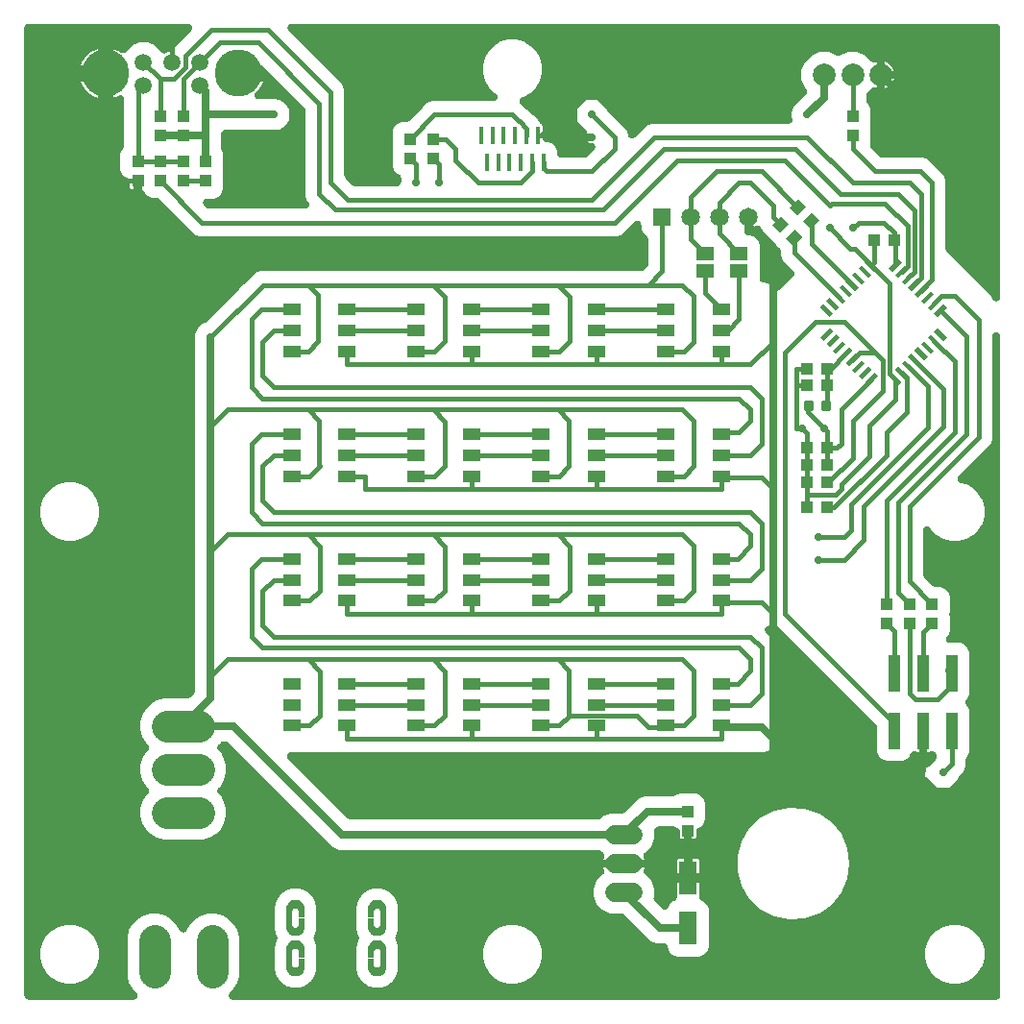
<source format=gbr>
G04 EAGLE Gerber RS-274X export*
G75*
%MOMM*%
%FSLAX34Y34*%
%LPD*%
%INBottom Copper*%
%IPPOS*%
%AMOC8*
5,1,8,0,0,1.08239X$1,22.5*%
G01*
%ADD10R,1.050000X1.080000*%
%ADD11R,1.000000X1.100000*%
%ADD12R,1.600000X3.000000*%
%ADD13R,0.400000X1.200000*%
%ADD14R,1.200000X0.400000*%
%ADD15C,1.676400*%
%ADD16R,1.100000X1.000000*%
%ADD17C,2.000000*%
%ADD18C,2.781300*%
%ADD19R,1.016000X3.302000*%
%ADD20R,1.600000X1.000000*%
%ADD21R,0.400000X1.600000*%
%ADD22C,1.500000*%
%ADD23C,4.149000*%
%ADD24R,1.650000X1.650000*%
%ADD25C,1.650000*%
%ADD26C,0.222250*%
%ADD27R,1.600200X1.168400*%
%ADD28C,0.400000*%
%ADD29C,0.700000*%
%ADD30P,0.649434X8X22.500000*%

G36*
X106648Y10017D02*
X106648Y10017D01*
X106861Y10027D01*
X106911Y10037D01*
X106962Y10041D01*
X107170Y10089D01*
X107379Y10131D01*
X107427Y10148D01*
X107477Y10160D01*
X107676Y10238D01*
X107876Y10311D01*
X107921Y10336D01*
X107969Y10355D01*
X108153Y10463D01*
X108340Y10565D01*
X108381Y10596D01*
X108425Y10622D01*
X108591Y10756D01*
X108761Y10885D01*
X108796Y10922D01*
X108836Y10954D01*
X108980Y11112D01*
X109128Y11266D01*
X109158Y11307D01*
X109192Y11345D01*
X109310Y11523D01*
X109434Y11697D01*
X109457Y11743D01*
X109485Y11785D01*
X109575Y11979D01*
X109671Y12169D01*
X109687Y12218D01*
X109709Y12264D01*
X109769Y12469D01*
X109835Y12672D01*
X109843Y12723D01*
X109858Y12772D01*
X109886Y12983D01*
X109921Y13194D01*
X109921Y13245D01*
X109928Y13296D01*
X109925Y13510D01*
X109927Y13722D01*
X109920Y13773D01*
X109919Y13824D01*
X109883Y14035D01*
X109854Y14246D01*
X109839Y14295D01*
X109830Y14346D01*
X109763Y14548D01*
X109702Y14753D01*
X109680Y14799D01*
X109664Y14847D01*
X109568Y15038D01*
X109476Y15231D01*
X109448Y15273D01*
X109424Y15319D01*
X109300Y15491D01*
X109181Y15669D01*
X109141Y15714D01*
X109116Y15748D01*
X109049Y15817D01*
X108909Y15974D01*
X105469Y19414D01*
X102322Y24866D01*
X100693Y30946D01*
X100693Y65054D01*
X102322Y71134D01*
X105469Y76586D01*
X109921Y81037D01*
X115372Y84185D01*
X121453Y85814D01*
X127747Y85814D01*
X133828Y84185D01*
X139279Y81037D01*
X143731Y76586D01*
X146970Y70976D01*
X146981Y70959D01*
X146990Y70941D01*
X147130Y70741D01*
X147268Y70539D01*
X147282Y70524D01*
X147293Y70508D01*
X147462Y70331D01*
X147628Y70152D01*
X147644Y70140D01*
X147658Y70125D01*
X147851Y69976D01*
X148043Y69824D01*
X148061Y69814D01*
X148076Y69802D01*
X148289Y69684D01*
X148502Y69563D01*
X148521Y69555D01*
X148539Y69546D01*
X148768Y69461D01*
X148996Y69373D01*
X149016Y69369D01*
X149035Y69362D01*
X149275Y69312D01*
X149513Y69260D01*
X149533Y69259D01*
X149552Y69255D01*
X149797Y69242D01*
X150040Y69226D01*
X150060Y69228D01*
X150080Y69227D01*
X150324Y69251D01*
X150567Y69272D01*
X150586Y69277D01*
X150606Y69279D01*
X150844Y69340D01*
X151081Y69397D01*
X151099Y69405D01*
X151119Y69410D01*
X151344Y69505D01*
X151570Y69598D01*
X151587Y69608D01*
X151606Y69616D01*
X151813Y69744D01*
X152023Y69870D01*
X152039Y69883D01*
X152056Y69894D01*
X152242Y70051D01*
X152430Y70207D01*
X152443Y70222D01*
X152459Y70236D01*
X152619Y70420D01*
X152782Y70602D01*
X152793Y70619D01*
X152806Y70634D01*
X153030Y70976D01*
X156269Y76586D01*
X160721Y81037D01*
X166172Y84185D01*
X172253Y85814D01*
X178547Y85814D01*
X184628Y84185D01*
X190079Y81037D01*
X194531Y76586D01*
X197678Y71134D01*
X199307Y65054D01*
X199307Y30946D01*
X197678Y24866D01*
X194531Y19414D01*
X191091Y15974D01*
X190952Y15812D01*
X190808Y15655D01*
X190780Y15612D01*
X190746Y15573D01*
X190633Y15392D01*
X190515Y15215D01*
X190493Y15168D01*
X190466Y15125D01*
X190382Y14929D01*
X190291Y14736D01*
X190277Y14686D01*
X190257Y14639D01*
X190202Y14432D01*
X190142Y14228D01*
X190136Y14178D01*
X190123Y14128D01*
X190100Y13916D01*
X190072Y13704D01*
X190073Y13653D01*
X190067Y13602D01*
X190077Y13389D01*
X190081Y13176D01*
X190089Y13125D01*
X190092Y13074D01*
X190134Y12865D01*
X190170Y12654D01*
X190186Y12606D01*
X190196Y12556D01*
X190268Y12356D01*
X190336Y12152D01*
X190359Y12107D01*
X190376Y12059D01*
X190479Y11872D01*
X190576Y11681D01*
X190605Y11640D01*
X190630Y11595D01*
X190760Y11425D01*
X190884Y11252D01*
X190919Y11215D01*
X190950Y11174D01*
X191104Y11026D01*
X191253Y10873D01*
X191294Y10843D01*
X191331Y10807D01*
X191505Y10684D01*
X191675Y10555D01*
X191720Y10531D01*
X191762Y10501D01*
X191952Y10405D01*
X192140Y10304D01*
X192189Y10287D01*
X192234Y10264D01*
X192437Y10198D01*
X192638Y10126D01*
X192688Y10116D01*
X192737Y10100D01*
X192947Y10065D01*
X193157Y10025D01*
X193217Y10021D01*
X193259Y10014D01*
X193355Y10013D01*
X193565Y10001D01*
X866500Y10001D01*
X866662Y10013D01*
X866824Y10016D01*
X866925Y10033D01*
X867027Y10041D01*
X867185Y10077D01*
X867346Y10104D01*
X867443Y10137D01*
X867542Y10160D01*
X867693Y10219D01*
X867848Y10271D01*
X867939Y10317D01*
X868034Y10355D01*
X868174Y10437D01*
X868319Y10510D01*
X868402Y10570D01*
X868490Y10622D01*
X868617Y10724D01*
X868748Y10819D01*
X868821Y10890D01*
X868901Y10954D01*
X869011Y11075D01*
X869127Y11188D01*
X869188Y11270D01*
X869257Y11345D01*
X869347Y11480D01*
X869445Y11610D01*
X869494Y11700D01*
X869550Y11785D01*
X869619Y11932D01*
X869696Y12075D01*
X869731Y12172D01*
X869774Y12264D01*
X869820Y12420D01*
X869874Y12573D01*
X869894Y12674D01*
X869923Y12772D01*
X869944Y12932D01*
X869975Y13092D01*
X869983Y13218D01*
X869993Y13296D01*
X869992Y13375D01*
X869999Y13500D01*
X869999Y594710D01*
X869984Y594914D01*
X869975Y595118D01*
X869964Y595177D01*
X869959Y595238D01*
X869913Y595437D01*
X869874Y595637D01*
X869854Y595694D01*
X869840Y595753D01*
X869765Y595942D01*
X869696Y596135D01*
X869668Y596188D01*
X869645Y596244D01*
X869542Y596420D01*
X869445Y596600D01*
X869409Y596648D01*
X869378Y596700D01*
X869250Y596859D01*
X869127Y597022D01*
X869084Y597064D01*
X869046Y597111D01*
X868894Y597249D01*
X868748Y597392D01*
X868699Y597427D01*
X868655Y597467D01*
X868485Y597581D01*
X868319Y597700D01*
X868265Y597727D01*
X868215Y597761D01*
X868030Y597847D01*
X867848Y597940D01*
X867790Y597959D01*
X867736Y597984D01*
X867540Y598042D01*
X867346Y598106D01*
X867286Y598116D01*
X867228Y598133D01*
X867026Y598160D01*
X866825Y598195D01*
X866764Y598196D01*
X866704Y598204D01*
X866500Y598200D01*
X866296Y598204D01*
X866236Y598196D01*
X866176Y598195D01*
X865974Y598160D01*
X865772Y598133D01*
X865714Y598116D01*
X865654Y598106D01*
X865460Y598042D01*
X865265Y597984D01*
X865210Y597959D01*
X865153Y597940D01*
X864970Y597847D01*
X864785Y597761D01*
X864735Y597727D01*
X864681Y597700D01*
X864516Y597581D01*
X864345Y597468D01*
X864301Y597427D01*
X864252Y597392D01*
X864106Y597249D01*
X863955Y597112D01*
X863916Y597064D01*
X863873Y597022D01*
X863751Y596859D01*
X863622Y596701D01*
X863591Y596649D01*
X863555Y596600D01*
X863458Y596420D01*
X863355Y596244D01*
X863328Y596179D01*
X863304Y596135D01*
X863271Y596044D01*
X863198Y595867D01*
X863159Y595758D01*
X863131Y595651D01*
X863126Y595637D01*
X863125Y595632D01*
X863088Y595528D01*
X863060Y595387D01*
X863023Y595248D01*
X863010Y595128D01*
X862987Y595010D01*
X862975Y594818D01*
X862965Y594722D01*
X862967Y594672D01*
X862963Y594602D01*
X862963Y503575D01*
X861136Y499164D01*
X857268Y495296D01*
X833410Y471438D01*
X833397Y471423D01*
X833382Y471410D01*
X833224Y471222D01*
X833065Y471037D01*
X833055Y471020D01*
X833042Y471005D01*
X832915Y470797D01*
X832785Y470589D01*
X832777Y470570D01*
X832767Y470553D01*
X832673Y470329D01*
X832576Y470103D01*
X832571Y470084D01*
X832563Y470065D01*
X832504Y469829D01*
X832442Y469592D01*
X832440Y469572D01*
X832435Y469552D01*
X832412Y469310D01*
X832386Y469066D01*
X832387Y469046D01*
X832386Y469026D01*
X832400Y468782D01*
X832411Y468538D01*
X832415Y468518D01*
X832416Y468498D01*
X832467Y468259D01*
X832515Y468020D01*
X832522Y468001D01*
X832526Y467981D01*
X832612Y467752D01*
X832696Y467523D01*
X832705Y467505D01*
X832712Y467486D01*
X832833Y467272D01*
X832949Y467059D01*
X832961Y467043D01*
X832971Y467025D01*
X833122Y466832D01*
X833270Y466638D01*
X833284Y466624D01*
X833296Y466608D01*
X833474Y466441D01*
X833650Y466271D01*
X833666Y466259D01*
X833681Y466245D01*
X833881Y466107D01*
X834081Y465965D01*
X834099Y465956D01*
X834116Y465945D01*
X834336Y465837D01*
X834554Y465728D01*
X834573Y465721D01*
X834591Y465713D01*
X834979Y465584D01*
X840036Y464229D01*
X845965Y460806D01*
X850806Y455965D01*
X854229Y450036D01*
X856001Y443423D01*
X856001Y436577D01*
X854229Y429964D01*
X850806Y424035D01*
X845965Y419194D01*
X840036Y415771D01*
X833423Y413999D01*
X826577Y413999D01*
X819964Y415771D01*
X814035Y419194D01*
X809194Y424035D01*
X808530Y425185D01*
X808450Y425302D01*
X808378Y425425D01*
X808301Y425521D01*
X808232Y425622D01*
X808135Y425726D01*
X808046Y425836D01*
X807955Y425919D01*
X807872Y426008D01*
X807760Y426097D01*
X807655Y426192D01*
X807553Y426260D01*
X807457Y426336D01*
X807333Y426407D01*
X807215Y426486D01*
X807104Y426537D01*
X806998Y426598D01*
X806865Y426649D01*
X806736Y426709D01*
X806618Y426744D01*
X806504Y426787D01*
X806365Y426818D01*
X806228Y426858D01*
X806107Y426874D01*
X805988Y426900D01*
X805845Y426910D01*
X805704Y426929D01*
X805582Y426927D01*
X805460Y426934D01*
X805318Y426922D01*
X805176Y426920D01*
X805055Y426899D01*
X804933Y426888D01*
X804795Y426855D01*
X804654Y426831D01*
X804538Y426792D01*
X804419Y426764D01*
X804288Y426710D01*
X804152Y426665D01*
X804043Y426609D01*
X803930Y426563D01*
X803808Y426489D01*
X803681Y426425D01*
X803582Y426354D01*
X803477Y426291D01*
X803367Y426199D01*
X803252Y426117D01*
X803164Y426031D01*
X803070Y425953D01*
X802975Y425847D01*
X802873Y425747D01*
X802800Y425650D01*
X802718Y425558D01*
X802641Y425439D01*
X802555Y425325D01*
X802497Y425217D01*
X802430Y425115D01*
X802372Y424986D01*
X802304Y424860D01*
X802263Y424745D01*
X802212Y424633D01*
X802174Y424496D01*
X802126Y424362D01*
X802102Y424242D01*
X802069Y424124D01*
X802052Y423983D01*
X802025Y423843D01*
X802016Y423688D01*
X802005Y423600D01*
X802006Y423534D01*
X802001Y423435D01*
X802001Y384920D01*
X802009Y384809D01*
X802008Y384698D01*
X802029Y384546D01*
X802041Y384393D01*
X802066Y384284D01*
X802081Y384174D01*
X802125Y384027D01*
X802160Y383878D01*
X802201Y383775D01*
X802233Y383668D01*
X802298Y383529D01*
X802355Y383387D01*
X802411Y383290D01*
X802459Y383190D01*
X802544Y383063D01*
X802622Y382930D01*
X802692Y382844D01*
X802754Y382751D01*
X802894Y382594D01*
X802954Y382519D01*
X802986Y382490D01*
X803026Y382446D01*
X810946Y374526D01*
X811031Y374453D01*
X811108Y374373D01*
X811231Y374281D01*
X811347Y374181D01*
X811441Y374122D01*
X811530Y374055D01*
X811665Y373982D01*
X811795Y373901D01*
X811898Y373857D01*
X811996Y373804D01*
X812140Y373752D01*
X812281Y373691D01*
X812389Y373663D01*
X812493Y373626D01*
X812644Y373596D01*
X812792Y373558D01*
X812903Y373546D01*
X813012Y373525D01*
X813222Y373512D01*
X813318Y373502D01*
X813361Y373504D01*
X813420Y373501D01*
X817489Y373501D01*
X821165Y371978D01*
X823978Y369165D01*
X825501Y365489D01*
X825501Y351511D01*
X825430Y351339D01*
X825395Y351233D01*
X825351Y351131D01*
X825313Y350982D01*
X825265Y350837D01*
X825246Y350727D01*
X825218Y350619D01*
X825203Y350466D01*
X825178Y350315D01*
X825176Y350204D01*
X825165Y350093D01*
X825172Y349940D01*
X825170Y349787D01*
X825185Y349676D01*
X825190Y349565D01*
X825221Y349415D01*
X825242Y349263D01*
X825273Y349156D01*
X825296Y349047D01*
X825365Y348848D01*
X825392Y348756D01*
X825410Y348717D01*
X825430Y348661D01*
X825501Y348489D01*
X825501Y334511D01*
X823978Y330835D01*
X823328Y330184D01*
X823188Y330022D01*
X823045Y329865D01*
X823016Y329822D01*
X822983Y329783D01*
X822870Y329602D01*
X822752Y329425D01*
X822730Y329378D01*
X822703Y329335D01*
X822618Y329139D01*
X822528Y328946D01*
X822514Y328896D01*
X822493Y328850D01*
X822439Y328643D01*
X822379Y328438D01*
X822372Y328388D01*
X822359Y328338D01*
X822337Y328126D01*
X822309Y327914D01*
X822309Y327863D01*
X822304Y327812D01*
X822314Y327599D01*
X822318Y327386D01*
X822326Y327335D01*
X822329Y327284D01*
X822370Y327076D01*
X822406Y326864D01*
X822422Y326816D01*
X822432Y326766D01*
X822505Y326566D01*
X822572Y326362D01*
X822596Y326317D01*
X822613Y326269D01*
X822716Y326081D01*
X822812Y325891D01*
X822842Y325850D01*
X822867Y325805D01*
X822996Y325635D01*
X823120Y325462D01*
X823156Y325425D01*
X823187Y325384D01*
X823341Y325236D01*
X823490Y325083D01*
X823531Y325053D01*
X823567Y325017D01*
X823742Y324893D01*
X823912Y324765D01*
X823957Y324741D01*
X823999Y324711D01*
X824189Y324615D01*
X824377Y324514D01*
X824425Y324497D01*
X824471Y324474D01*
X824674Y324408D01*
X824875Y324336D01*
X824925Y324326D01*
X824974Y324310D01*
X825184Y324276D01*
X825394Y324235D01*
X825454Y324231D01*
X825496Y324224D01*
X825592Y324223D01*
X825802Y324211D01*
X834769Y324211D01*
X838445Y322688D01*
X841258Y319875D01*
X842781Y316199D01*
X842781Y279201D01*
X841258Y275525D01*
X840508Y274774D01*
X840402Y274651D01*
X840289Y274534D01*
X840230Y274451D01*
X840163Y274373D01*
X840077Y274235D01*
X839983Y274103D01*
X839937Y274012D01*
X839883Y273925D01*
X839818Y273776D01*
X839745Y273631D01*
X839714Y273533D01*
X839673Y273439D01*
X839632Y273282D01*
X839582Y273128D01*
X839565Y273027D01*
X839539Y272928D01*
X839522Y272767D01*
X839496Y272606D01*
X839495Y272504D01*
X839484Y272402D01*
X839492Y272240D01*
X839490Y272077D01*
X839504Y271976D01*
X839509Y271874D01*
X839541Y271715D01*
X839563Y271554D01*
X839592Y271456D01*
X839612Y271356D01*
X839668Y271203D01*
X839715Y271047D01*
X839758Y270955D01*
X839793Y270859D01*
X839871Y270716D01*
X839941Y270569D01*
X839998Y270484D01*
X840047Y270395D01*
X840145Y270266D01*
X840236Y270131D01*
X840319Y270037D01*
X840367Y269974D01*
X840424Y269919D01*
X840508Y269826D01*
X841258Y269075D01*
X842781Y265399D01*
X842781Y228401D01*
X841258Y224725D01*
X840726Y224193D01*
X840653Y224108D01*
X840573Y224030D01*
X840481Y223908D01*
X840381Y223791D01*
X840322Y223697D01*
X840255Y223608D01*
X840182Y223473D01*
X840101Y223343D01*
X840057Y223241D01*
X840004Y223143D01*
X839952Y222998D01*
X839891Y222858D01*
X839863Y222750D01*
X839826Y222645D01*
X839796Y222494D01*
X839758Y222346D01*
X839746Y222235D01*
X839725Y222126D01*
X839712Y221916D01*
X839702Y221820D01*
X839704Y221778D01*
X839701Y221718D01*
X839701Y215313D01*
X837874Y210902D01*
X834026Y207054D01*
X833953Y206969D01*
X833873Y206892D01*
X833781Y206769D01*
X833681Y206653D01*
X833622Y206559D01*
X833555Y206470D01*
X833482Y206335D01*
X833401Y206205D01*
X833357Y206102D01*
X833304Y206004D01*
X833252Y205860D01*
X833191Y205719D01*
X833163Y205611D01*
X833126Y205507D01*
X833096Y205356D01*
X833058Y205208D01*
X833046Y205097D01*
X833025Y204988D01*
X833012Y204778D01*
X833002Y204682D01*
X833004Y204639D01*
X833003Y204617D01*
X825385Y196999D01*
X814615Y196999D01*
X806817Y204797D01*
X806694Y204903D01*
X806577Y205015D01*
X806494Y205075D01*
X806416Y205141D01*
X806279Y205227D01*
X806146Y205321D01*
X806055Y205367D01*
X805968Y205421D01*
X805819Y205486D01*
X805674Y205559D01*
X805577Y205590D01*
X805483Y205631D01*
X805325Y205672D01*
X805171Y205722D01*
X805070Y205739D01*
X804971Y205765D01*
X804810Y205782D01*
X804649Y205808D01*
X804547Y205809D01*
X804445Y205820D01*
X804283Y205813D01*
X804121Y205815D01*
X804019Y205800D01*
X803917Y205796D01*
X803758Y205764D01*
X803597Y205741D01*
X803499Y205712D01*
X803499Y210000D01*
X803499Y214283D01*
X803515Y214278D01*
X803616Y214261D01*
X803715Y214235D01*
X803877Y214218D01*
X804037Y214192D01*
X804139Y214191D01*
X804241Y214180D01*
X804403Y214187D01*
X804566Y214185D01*
X804667Y214200D01*
X804769Y214204D01*
X804929Y214236D01*
X805089Y214259D01*
X805187Y214288D01*
X805287Y214308D01*
X805440Y214364D01*
X805596Y214410D01*
X805688Y214454D01*
X805784Y214489D01*
X805927Y214567D01*
X806074Y214636D01*
X806159Y214693D01*
X806248Y214742D01*
X806377Y214841D01*
X806512Y214932D01*
X806606Y215015D01*
X806669Y215063D01*
X806724Y215120D01*
X806817Y215203D01*
X813132Y221518D01*
X813135Y221521D01*
X813139Y221524D01*
X813308Y221722D01*
X813477Y221919D01*
X813479Y221923D01*
X813482Y221926D01*
X813619Y222146D01*
X813757Y222367D01*
X813759Y222372D01*
X813761Y222375D01*
X813861Y222608D01*
X813966Y222853D01*
X813967Y222857D01*
X813969Y222861D01*
X814034Y223112D01*
X814100Y223364D01*
X814101Y223369D01*
X814102Y223373D01*
X814128Y223627D01*
X814156Y223890D01*
X814155Y223895D01*
X814156Y223899D01*
X814143Y224162D01*
X814131Y224418D01*
X814130Y224423D01*
X814130Y224427D01*
X814078Y224685D01*
X814027Y224937D01*
X814026Y224941D01*
X814025Y224945D01*
X813891Y225331D01*
X813242Y226896D01*
X813185Y227010D01*
X813137Y227127D01*
X813066Y227246D01*
X813004Y227368D01*
X812930Y227471D01*
X812865Y227580D01*
X812777Y227687D01*
X812697Y227799D01*
X812608Y227890D01*
X812527Y227988D01*
X812424Y228079D01*
X812328Y228178D01*
X812227Y228255D01*
X812132Y228339D01*
X812017Y228414D01*
X811907Y228497D01*
X811796Y228558D01*
X811689Y228627D01*
X811563Y228684D01*
X811442Y228750D01*
X811323Y228793D01*
X811207Y228845D01*
X811075Y228882D01*
X810945Y228929D01*
X810820Y228954D01*
X810698Y228988D01*
X810562Y229005D01*
X810426Y229032D01*
X810300Y229037D01*
X810174Y229053D01*
X810036Y229049D01*
X809898Y229055D01*
X809772Y229041D01*
X809645Y229038D01*
X809509Y229013D01*
X809373Y228998D01*
X809250Y228966D01*
X809125Y228943D01*
X808995Y228898D01*
X808861Y228863D01*
X808745Y228812D01*
X808625Y228771D01*
X808464Y228690D01*
X808376Y228652D01*
X808330Y228623D01*
X808260Y228588D01*
X808152Y228526D01*
X807643Y228389D01*
X805799Y228389D01*
X805799Y246900D01*
X805787Y247062D01*
X805784Y247224D01*
X805767Y247325D01*
X805759Y247427D01*
X805723Y247585D01*
X805696Y247745D01*
X805663Y247843D01*
X805641Y247942D01*
X805581Y248093D01*
X805530Y248247D01*
X805483Y248338D01*
X805445Y248433D01*
X805363Y248574D01*
X805290Y248718D01*
X805230Y248801D01*
X805178Y248890D01*
X805076Y249016D01*
X804982Y249148D01*
X804910Y249221D01*
X804846Y249301D01*
X804725Y249410D01*
X804612Y249526D01*
X804531Y249588D01*
X804455Y249657D01*
X804320Y249747D01*
X804190Y249845D01*
X804100Y249893D01*
X804015Y249950D01*
X803868Y250019D01*
X803725Y250096D01*
X803628Y250130D01*
X803536Y250174D01*
X803380Y250219D01*
X803227Y250274D01*
X803127Y250294D01*
X803028Y250322D01*
X802868Y250344D01*
X802708Y250375D01*
X802583Y250382D01*
X802504Y250393D01*
X802425Y250392D01*
X802300Y250399D01*
X802138Y250387D01*
X801975Y250384D01*
X801875Y250367D01*
X801773Y250359D01*
X801614Y250322D01*
X801454Y250295D01*
X801357Y250263D01*
X801257Y250240D01*
X801107Y250180D01*
X800952Y250129D01*
X800861Y250083D01*
X800766Y250045D01*
X800626Y249963D01*
X800481Y249889D01*
X800398Y249830D01*
X800310Y249778D01*
X800183Y249675D01*
X800052Y249581D01*
X799978Y249510D01*
X799899Y249445D01*
X799789Y249325D01*
X799673Y249212D01*
X799612Y249130D01*
X799543Y249054D01*
X799453Y248919D01*
X799355Y248790D01*
X799306Y248700D01*
X799250Y248614D01*
X799181Y248467D01*
X799104Y248324D01*
X799069Y248228D01*
X799026Y248135D01*
X798980Y247979D01*
X798926Y247827D01*
X798906Y247726D01*
X798877Y247628D01*
X798856Y247467D01*
X798824Y247308D01*
X798817Y247182D01*
X798807Y247104D01*
X798808Y247025D01*
X798801Y246900D01*
X798801Y228389D01*
X796957Y228389D01*
X796448Y228526D01*
X796340Y228588D01*
X796226Y228643D01*
X796116Y228707D01*
X795988Y228757D01*
X795864Y228817D01*
X795742Y228854D01*
X795624Y228900D01*
X795490Y228931D01*
X795358Y228971D01*
X795233Y228990D01*
X795109Y229018D01*
X794971Y229028D01*
X794835Y229048D01*
X794708Y229047D01*
X794581Y229057D01*
X794444Y229046D01*
X794306Y229045D01*
X794181Y229025D01*
X794054Y229015D01*
X793920Y228984D01*
X793784Y228962D01*
X793663Y228924D01*
X793539Y228895D01*
X793412Y228844D01*
X793280Y228802D01*
X793166Y228746D01*
X793049Y228699D01*
X792930Y228629D01*
X792806Y228568D01*
X792702Y228495D01*
X792593Y228430D01*
X792486Y228343D01*
X792373Y228264D01*
X792281Y228177D01*
X792183Y228097D01*
X792090Y227995D01*
X791991Y227899D01*
X791913Y227799D01*
X791828Y227705D01*
X791752Y227590D01*
X791667Y227481D01*
X791606Y227370D01*
X791536Y227264D01*
X791457Y227102D01*
X791411Y227019D01*
X791392Y226967D01*
X791358Y226896D01*
X790458Y224725D01*
X787645Y221912D01*
X783969Y220389D01*
X769831Y220389D01*
X766155Y221912D01*
X763342Y224725D01*
X761819Y228401D01*
X761819Y249760D01*
X761811Y249871D01*
X761812Y249982D01*
X761791Y250134D01*
X761779Y250287D01*
X761754Y250396D01*
X761739Y250506D01*
X761695Y250653D01*
X761660Y250802D01*
X761619Y250905D01*
X761587Y251012D01*
X761522Y251151D01*
X761465Y251293D01*
X761409Y251390D01*
X761361Y251490D01*
X761276Y251617D01*
X761198Y251750D01*
X761128Y251836D01*
X761066Y251929D01*
X760926Y252086D01*
X760866Y252161D01*
X760834Y252190D01*
X760794Y252234D01*
X672474Y340554D01*
X672351Y340660D01*
X672234Y340773D01*
X672151Y340832D01*
X672073Y340899D01*
X671935Y340985D01*
X671803Y341079D01*
X671712Y341125D01*
X671625Y341179D01*
X671476Y341243D01*
X671331Y341316D01*
X671233Y341348D01*
X671139Y341388D01*
X670982Y341429D01*
X670828Y341480D01*
X670727Y341496D01*
X670628Y341522D01*
X670467Y341539D01*
X670306Y341566D01*
X670204Y341567D01*
X670102Y341577D01*
X669940Y341570D01*
X669777Y341572D01*
X669676Y341558D01*
X669574Y341553D01*
X669415Y341521D01*
X669254Y341498D01*
X669156Y341469D01*
X669056Y341449D01*
X668903Y341394D01*
X668747Y341347D01*
X668655Y341303D01*
X668559Y341268D01*
X668416Y341191D01*
X668269Y341121D01*
X668184Y341064D01*
X668095Y341015D01*
X667966Y340916D01*
X667831Y340826D01*
X667737Y340742D01*
X667674Y340694D01*
X667619Y340637D01*
X667526Y340554D01*
X666798Y339826D01*
X664811Y339003D01*
X664761Y338978D01*
X664709Y338959D01*
X664526Y338859D01*
X664339Y338765D01*
X664294Y338732D01*
X664245Y338705D01*
X664078Y338579D01*
X663909Y338458D01*
X663869Y338419D01*
X663824Y338385D01*
X663679Y338234D01*
X663529Y338089D01*
X663496Y338045D01*
X663457Y338005D01*
X663336Y337834D01*
X663210Y337668D01*
X663183Y337619D01*
X663151Y337573D01*
X663057Y337387D01*
X662958Y337203D01*
X662939Y337151D01*
X662914Y337101D01*
X662849Y336902D01*
X662778Y336706D01*
X662767Y336651D01*
X662750Y336598D01*
X662716Y336392D01*
X662676Y336187D01*
X662673Y336132D01*
X662664Y336077D01*
X662662Y335868D01*
X662652Y335659D01*
X662658Y335604D01*
X662658Y335548D01*
X662687Y335341D01*
X662709Y335133D01*
X662723Y335079D01*
X662731Y335024D01*
X662791Y334824D01*
X662844Y334622D01*
X662867Y334571D01*
X662883Y334518D01*
X662972Y334329D01*
X663055Y334137D01*
X663085Y334090D01*
X663109Y334040D01*
X663225Y333867D01*
X663336Y333690D01*
X663373Y333647D01*
X663404Y333601D01*
X663676Y333296D01*
X666306Y330666D01*
X670174Y326798D01*
X672001Y322387D01*
X672001Y237613D01*
X670174Y233202D01*
X666798Y229826D01*
X662387Y227999D01*
X244942Y227999D01*
X244728Y227983D01*
X244516Y227973D01*
X244466Y227963D01*
X244414Y227959D01*
X244206Y227911D01*
X243997Y227869D01*
X243949Y227852D01*
X243899Y227840D01*
X243701Y227762D01*
X243500Y227689D01*
X243455Y227664D01*
X243408Y227645D01*
X243223Y227537D01*
X243036Y227435D01*
X242996Y227404D01*
X242951Y227378D01*
X242785Y227244D01*
X242616Y227115D01*
X242580Y227078D01*
X242541Y227046D01*
X242397Y226888D01*
X242249Y226734D01*
X242219Y226693D01*
X242184Y226655D01*
X242066Y226477D01*
X241943Y226303D01*
X241920Y226257D01*
X241891Y226215D01*
X241801Y226021D01*
X241705Y225831D01*
X241689Y225782D01*
X241668Y225736D01*
X241608Y225531D01*
X241542Y225328D01*
X241533Y225277D01*
X241519Y225228D01*
X241490Y225017D01*
X241456Y224806D01*
X241455Y224755D01*
X241448Y224704D01*
X241452Y224491D01*
X241449Y224278D01*
X241457Y224227D01*
X241457Y224176D01*
X241493Y223965D01*
X241523Y223754D01*
X241537Y223705D01*
X241546Y223654D01*
X241613Y223452D01*
X241674Y223247D01*
X241696Y223201D01*
X241712Y223153D01*
X241809Y222962D01*
X241900Y222769D01*
X241929Y222727D01*
X241952Y222681D01*
X242076Y222509D01*
X242196Y222331D01*
X242235Y222286D01*
X242260Y222252D01*
X242327Y222183D01*
X242467Y222026D01*
X294567Y169926D01*
X294652Y169853D01*
X294730Y169773D01*
X294852Y169681D01*
X294968Y169581D01*
X295063Y169522D01*
X295152Y169455D01*
X295287Y169382D01*
X295417Y169301D01*
X295519Y169257D01*
X295617Y169204D01*
X295762Y169152D01*
X295902Y169091D01*
X296010Y169063D01*
X296115Y169026D01*
X296265Y168996D01*
X296414Y168958D01*
X296524Y168946D01*
X296634Y168925D01*
X296844Y168912D01*
X296939Y168902D01*
X296982Y168904D01*
X297042Y168901D01*
X516072Y168901D01*
X516183Y168909D01*
X516295Y168908D01*
X516447Y168929D01*
X516599Y168941D01*
X516708Y168966D01*
X516818Y168981D01*
X516965Y169025D01*
X517115Y169060D01*
X517218Y169101D01*
X517325Y169133D01*
X517464Y169198D01*
X517606Y169255D01*
X517702Y169311D01*
X517803Y169359D01*
X517930Y169444D01*
X518062Y169522D01*
X518149Y169592D01*
X518241Y169654D01*
X518398Y169794D01*
X518473Y169854D01*
X518502Y169886D01*
X518547Y169926D01*
X519605Y170984D01*
X526361Y173783D01*
X536240Y173783D01*
X536351Y173791D01*
X536463Y173790D01*
X536615Y173811D01*
X536768Y173823D01*
X536876Y173848D01*
X536986Y173863D01*
X537133Y173907D01*
X537283Y173942D01*
X537386Y173983D01*
X537493Y174015D01*
X537632Y174080D01*
X537774Y174137D01*
X537870Y174193D01*
X537971Y174241D01*
X538098Y174326D01*
X538230Y174404D01*
X538317Y174474D01*
X538409Y174536D01*
X538566Y174676D01*
X538641Y174736D01*
X538670Y174768D01*
X538715Y174808D01*
X551352Y187445D01*
X556314Y189501D01*
X582486Y189501D01*
X582703Y189517D01*
X582921Y189528D01*
X582967Y189537D01*
X583013Y189541D01*
X583226Y189590D01*
X583439Y189633D01*
X583491Y189651D01*
X583529Y189660D01*
X583618Y189695D01*
X583825Y189767D01*
X588011Y191501D01*
X601989Y191501D01*
X605665Y189978D01*
X608478Y187165D01*
X610001Y183489D01*
X610001Y168511D01*
X608478Y164835D01*
X605665Y162022D01*
X604161Y161399D01*
X604157Y161397D01*
X604152Y161395D01*
X603926Y161280D01*
X603689Y161160D01*
X603685Y161157D01*
X603681Y161155D01*
X603471Y161005D01*
X603259Y160853D01*
X603255Y160850D01*
X603252Y160847D01*
X603063Y160663D01*
X602879Y160485D01*
X602877Y160481D01*
X602873Y160478D01*
X602712Y160264D01*
X602560Y160063D01*
X602558Y160059D01*
X602555Y160056D01*
X602431Y159826D01*
X602308Y159599D01*
X602306Y159595D01*
X602304Y159591D01*
X602215Y159342D01*
X602128Y159102D01*
X602127Y159097D01*
X602126Y159093D01*
X602075Y158833D01*
X602026Y158583D01*
X602025Y158578D01*
X602025Y158574D01*
X602001Y158166D01*
X602001Y153237D01*
X601864Y152728D01*
X601601Y152272D01*
X601228Y151899D01*
X600772Y151636D01*
X600263Y151499D01*
X598499Y151499D01*
X598499Y157000D01*
X598487Y157162D01*
X598484Y157324D01*
X598467Y157425D01*
X598459Y157527D01*
X598423Y157685D01*
X598396Y157846D01*
X598363Y157943D01*
X598341Y158042D01*
X598281Y158193D01*
X598230Y158348D01*
X598183Y158439D01*
X598145Y158534D01*
X598063Y158674D01*
X597990Y158819D01*
X597930Y158902D01*
X597878Y158990D01*
X597776Y159116D01*
X597682Y159248D01*
X597610Y159321D01*
X597546Y159401D01*
X597425Y159511D01*
X597312Y159627D01*
X597231Y159688D01*
X597155Y159757D01*
X597020Y159847D01*
X596890Y159945D01*
X596800Y159994D01*
X596715Y160050D01*
X596568Y160119D01*
X596425Y160196D01*
X596328Y160231D01*
X596236Y160274D01*
X596080Y160320D01*
X595927Y160374D01*
X595827Y160394D01*
X595728Y160423D01*
X595568Y160444D01*
X595408Y160475D01*
X595283Y160483D01*
X595204Y160493D01*
X595125Y160492D01*
X595000Y160499D01*
X594838Y160487D01*
X594675Y160484D01*
X594575Y160467D01*
X594473Y160459D01*
X594314Y160423D01*
X594154Y160396D01*
X594057Y160363D01*
X593957Y160340D01*
X593807Y160281D01*
X593652Y160229D01*
X593561Y160183D01*
X593466Y160145D01*
X593326Y160063D01*
X593181Y159990D01*
X593098Y159930D01*
X593010Y159878D01*
X592883Y159776D01*
X592752Y159681D01*
X592678Y159610D01*
X592599Y159546D01*
X592489Y159425D01*
X592373Y159312D01*
X592312Y159230D01*
X592243Y159155D01*
X592153Y159020D01*
X592055Y158890D01*
X592006Y158800D01*
X591950Y158715D01*
X591881Y158568D01*
X591804Y158425D01*
X591769Y158328D01*
X591726Y158236D01*
X591680Y158080D01*
X591626Y157927D01*
X591606Y157826D01*
X591577Y157728D01*
X591556Y157568D01*
X591524Y157408D01*
X591517Y157282D01*
X591507Y157204D01*
X591507Y157177D01*
X591507Y157174D01*
X591507Y157118D01*
X591501Y157000D01*
X591501Y151499D01*
X589737Y151499D01*
X589228Y151636D01*
X588772Y151899D01*
X588399Y152272D01*
X588136Y152728D01*
X587999Y153237D01*
X587999Y158166D01*
X587999Y158170D01*
X587999Y158175D01*
X587979Y158438D01*
X587959Y158693D01*
X587958Y158698D01*
X587958Y158702D01*
X587898Y158958D01*
X587840Y159208D01*
X587839Y159212D01*
X587838Y159217D01*
X587742Y159457D01*
X587645Y159700D01*
X587643Y159704D01*
X587641Y159708D01*
X587511Y159930D01*
X587378Y160156D01*
X587375Y160160D01*
X587373Y160163D01*
X587212Y160361D01*
X587046Y160567D01*
X587042Y160570D01*
X587039Y160574D01*
X586846Y160749D01*
X586655Y160923D01*
X586651Y160925D01*
X586648Y160929D01*
X586429Y161073D01*
X586215Y161216D01*
X586211Y161218D01*
X586207Y161221D01*
X585839Y161399D01*
X583825Y162233D01*
X583618Y162301D01*
X583413Y162374D01*
X583367Y162383D01*
X583323Y162398D01*
X583108Y162434D01*
X582894Y162475D01*
X582840Y162479D01*
X582802Y162485D01*
X582705Y162486D01*
X582486Y162499D01*
X568664Y162499D01*
X568502Y162487D01*
X568340Y162484D01*
X568239Y162467D01*
X568137Y162459D01*
X567979Y162423D01*
X567818Y162396D01*
X567721Y162363D01*
X567622Y162340D01*
X567471Y162281D01*
X567316Y162229D01*
X567225Y162183D01*
X567130Y162145D01*
X566990Y162063D01*
X566845Y161990D01*
X566762Y161930D01*
X566674Y161878D01*
X566547Y161776D01*
X566416Y161681D01*
X566343Y161610D01*
X566263Y161546D01*
X566153Y161425D01*
X566037Y161312D01*
X565976Y161230D01*
X565907Y161155D01*
X565817Y161020D01*
X565719Y160890D01*
X565670Y160800D01*
X565614Y160715D01*
X565545Y160568D01*
X565468Y160425D01*
X565433Y160328D01*
X565390Y160236D01*
X565344Y160080D01*
X565290Y159927D01*
X565270Y159826D01*
X565241Y159728D01*
X565220Y159568D01*
X565189Y159408D01*
X565181Y159282D01*
X565171Y159204D01*
X565172Y159125D01*
X565165Y159000D01*
X565165Y151743D01*
X562366Y144987D01*
X557123Y139743D01*
X557115Y139739D01*
X557086Y139719D01*
X557055Y139702D01*
X556871Y139566D01*
X556684Y139432D01*
X556659Y139408D01*
X556630Y139387D01*
X556469Y139224D01*
X556305Y139064D01*
X556283Y139036D01*
X556259Y139011D01*
X556124Y138825D01*
X555985Y138643D01*
X555969Y138612D01*
X555948Y138583D01*
X555842Y138379D01*
X555733Y138178D01*
X555721Y138145D01*
X555705Y138113D01*
X555631Y137896D01*
X555554Y137681D01*
X555547Y137646D01*
X555535Y137613D01*
X555495Y137387D01*
X555451Y137162D01*
X555449Y137127D01*
X555443Y137092D01*
X555438Y136863D01*
X555428Y136634D01*
X555432Y136599D01*
X555431Y136563D01*
X555460Y136336D01*
X555484Y136108D01*
X555494Y136074D01*
X555498Y136039D01*
X555561Y135819D01*
X555620Y135597D01*
X555634Y135565D01*
X555644Y135531D01*
X555807Y135156D01*
X556404Y133986D01*
X556562Y133499D01*
X538400Y133499D01*
X520238Y133499D01*
X520396Y133986D01*
X520993Y135156D01*
X521006Y135189D01*
X521024Y135220D01*
X521108Y135433D01*
X521196Y135644D01*
X521205Y135679D01*
X521218Y135712D01*
X521269Y135935D01*
X521324Y136157D01*
X521327Y136192D01*
X521335Y136227D01*
X521352Y136456D01*
X521373Y136684D01*
X521371Y136719D01*
X521374Y136754D01*
X521356Y136983D01*
X521343Y137212D01*
X521335Y137246D01*
X521333Y137282D01*
X521281Y137504D01*
X521233Y137729D01*
X521220Y137762D01*
X521212Y137796D01*
X521127Y138009D01*
X521046Y138223D01*
X521029Y138254D01*
X521016Y138287D01*
X520900Y138484D01*
X520787Y138684D01*
X520766Y138712D01*
X520748Y138743D01*
X520603Y138921D01*
X520462Y139101D01*
X520436Y139125D01*
X520414Y139153D01*
X520243Y139307D01*
X520077Y139464D01*
X520048Y139484D01*
X520022Y139508D01*
X519831Y139635D01*
X519686Y139735D01*
X518547Y140874D01*
X518462Y140947D01*
X518384Y141027D01*
X518262Y141119D01*
X518146Y141219D01*
X518051Y141278D01*
X517962Y141345D01*
X517827Y141418D01*
X517697Y141499D01*
X517595Y141543D01*
X517497Y141596D01*
X517352Y141648D01*
X517212Y141709D01*
X517104Y141737D01*
X516999Y141774D01*
X516848Y141804D01*
X516700Y141842D01*
X516590Y141854D01*
X516480Y141875D01*
X516270Y141888D01*
X516174Y141898D01*
X516132Y141896D01*
X516072Y141899D01*
X287314Y141899D01*
X282352Y143955D01*
X189633Y236674D01*
X189548Y236747D01*
X189470Y236827D01*
X189348Y236919D01*
X189232Y237019D01*
X189137Y237078D01*
X189048Y237145D01*
X188913Y237218D01*
X188783Y237299D01*
X188681Y237343D01*
X188583Y237396D01*
X188438Y237448D01*
X188298Y237509D01*
X188190Y237537D01*
X188085Y237574D01*
X187935Y237604D01*
X187786Y237642D01*
X187676Y237654D01*
X187566Y237675D01*
X187356Y237688D01*
X187261Y237698D01*
X187218Y237696D01*
X187158Y237699D01*
X185665Y237699D01*
X185554Y237691D01*
X185443Y237692D01*
X185291Y237671D01*
X185138Y237659D01*
X185029Y237634D01*
X184919Y237619D01*
X184772Y237575D01*
X184623Y237540D01*
X184519Y237499D01*
X184412Y237467D01*
X184274Y237402D01*
X184131Y237345D01*
X184035Y237289D01*
X183934Y237241D01*
X183807Y237156D01*
X183675Y237078D01*
X183588Y237008D01*
X183496Y236946D01*
X183339Y236807D01*
X183264Y236746D01*
X183235Y236714D01*
X183191Y236674D01*
X181141Y234624D01*
X181035Y234501D01*
X180922Y234384D01*
X180863Y234301D01*
X180796Y234223D01*
X180710Y234086D01*
X180616Y233953D01*
X180570Y233862D01*
X180516Y233775D01*
X180452Y233626D01*
X180379Y233481D01*
X180347Y233383D01*
X180307Y233289D01*
X180265Y233132D01*
X180215Y232978D01*
X180199Y232877D01*
X180173Y232778D01*
X180156Y232616D01*
X180129Y232456D01*
X180128Y232354D01*
X180117Y232252D01*
X180125Y232090D01*
X180123Y231928D01*
X180137Y231826D01*
X180142Y231724D01*
X180174Y231565D01*
X180196Y231404D01*
X180226Y231306D01*
X180246Y231206D01*
X180301Y231053D01*
X180348Y230897D01*
X180392Y230805D01*
X180426Y230709D01*
X180504Y230566D01*
X180574Y230419D01*
X180631Y230335D01*
X180680Y230245D01*
X180779Y230115D01*
X180869Y229981D01*
X180953Y229887D01*
X181001Y229824D01*
X181057Y229769D01*
X181141Y229676D01*
X183037Y227779D01*
X186185Y222328D01*
X187814Y216247D01*
X187814Y209953D01*
X186185Y203872D01*
X183037Y198421D01*
X181141Y196524D01*
X181035Y196401D01*
X180922Y196284D01*
X180863Y196201D01*
X180796Y196123D01*
X180710Y195986D01*
X180616Y195853D01*
X180570Y195762D01*
X180516Y195675D01*
X180452Y195526D01*
X180379Y195381D01*
X180347Y195283D01*
X180307Y195189D01*
X180265Y195032D01*
X180215Y194878D01*
X180199Y194777D01*
X180173Y194678D01*
X180156Y194516D01*
X180129Y194356D01*
X180128Y194254D01*
X180117Y194152D01*
X180125Y193990D01*
X180123Y193828D01*
X180137Y193726D01*
X180142Y193624D01*
X180174Y193465D01*
X180196Y193304D01*
X180226Y193206D01*
X180246Y193106D01*
X180301Y192953D01*
X180348Y192797D01*
X180392Y192705D01*
X180426Y192609D01*
X180504Y192466D01*
X180574Y192319D01*
X180631Y192235D01*
X180680Y192145D01*
X180779Y192016D01*
X180869Y191881D01*
X180953Y191787D01*
X181001Y191724D01*
X181057Y191669D01*
X181141Y191576D01*
X183037Y189679D01*
X186185Y184228D01*
X187814Y178147D01*
X187814Y171853D01*
X186185Y165772D01*
X183037Y160321D01*
X178586Y155869D01*
X173134Y152722D01*
X167054Y151093D01*
X132946Y151093D01*
X126866Y152722D01*
X121414Y155869D01*
X116963Y160321D01*
X113815Y165772D01*
X112186Y171853D01*
X112186Y178147D01*
X113815Y184228D01*
X116963Y189679D01*
X118859Y191576D01*
X118965Y191699D01*
X119078Y191816D01*
X119137Y191899D01*
X119204Y191977D01*
X119290Y192114D01*
X119384Y192247D01*
X119430Y192338D01*
X119484Y192425D01*
X119548Y192574D01*
X119621Y192719D01*
X119653Y192816D01*
X119693Y192910D01*
X119735Y193068D01*
X119785Y193222D01*
X119801Y193323D01*
X119827Y193422D01*
X119844Y193584D01*
X119871Y193744D01*
X119872Y193846D01*
X119883Y193948D01*
X119875Y194110D01*
X119877Y194272D01*
X119863Y194374D01*
X119858Y194476D01*
X119826Y194635D01*
X119804Y194796D01*
X119774Y194894D01*
X119754Y194994D01*
X119699Y195147D01*
X119652Y195303D01*
X119609Y195395D01*
X119574Y195491D01*
X119496Y195634D01*
X119426Y195781D01*
X119369Y195865D01*
X119320Y195955D01*
X119222Y196084D01*
X119131Y196219D01*
X119047Y196313D01*
X118999Y196376D01*
X118943Y196431D01*
X118859Y196524D01*
X116963Y198421D01*
X113815Y203872D01*
X112186Y209953D01*
X112186Y216247D01*
X113815Y222328D01*
X116963Y227779D01*
X118859Y229676D01*
X118965Y229799D01*
X119078Y229916D01*
X119137Y229999D01*
X119204Y230077D01*
X119290Y230214D01*
X119384Y230347D01*
X119430Y230438D01*
X119484Y230525D01*
X119548Y230674D01*
X119621Y230819D01*
X119653Y230916D01*
X119693Y231010D01*
X119735Y231168D01*
X119785Y231322D01*
X119801Y231423D01*
X119827Y231522D01*
X119844Y231684D01*
X119871Y231844D01*
X119872Y231946D01*
X119883Y232048D01*
X119875Y232210D01*
X119877Y232372D01*
X119863Y232474D01*
X119858Y232576D01*
X119826Y232735D01*
X119804Y232896D01*
X119774Y232994D01*
X119754Y233094D01*
X119699Y233247D01*
X119652Y233403D01*
X119609Y233495D01*
X119574Y233591D01*
X119496Y233734D01*
X119426Y233881D01*
X119369Y233965D01*
X119320Y234055D01*
X119222Y234184D01*
X119131Y234319D01*
X119047Y234413D01*
X118999Y234476D01*
X118943Y234531D01*
X118859Y234624D01*
X116963Y236521D01*
X113815Y241972D01*
X112186Y248053D01*
X112186Y254347D01*
X113815Y260428D01*
X116963Y265879D01*
X121414Y270331D01*
X126866Y273478D01*
X132946Y275107D01*
X153365Y275107D01*
X153476Y275116D01*
X153587Y275114D01*
X153739Y275136D01*
X153892Y275147D01*
X154000Y275172D01*
X154111Y275188D01*
X154258Y275232D01*
X154407Y275266D01*
X154511Y275307D01*
X154617Y275339D01*
X154756Y275405D01*
X154899Y275461D01*
X154995Y275518D01*
X155095Y275565D01*
X155222Y275651D01*
X155355Y275728D01*
X155442Y275798D01*
X155534Y275861D01*
X155691Y276000D01*
X155766Y276061D01*
X155795Y276093D01*
X155839Y276132D01*
X159506Y279799D01*
X159579Y279884D01*
X159659Y279962D01*
X159751Y280084D01*
X159851Y280200D01*
X159910Y280295D01*
X159977Y280384D01*
X160050Y280519D01*
X160131Y280649D01*
X160175Y280751D01*
X160228Y280849D01*
X160280Y280993D01*
X160341Y281134D01*
X160369Y281242D01*
X160406Y281347D01*
X160436Y281497D01*
X160474Y281646D01*
X160486Y281756D01*
X160507Y281866D01*
X160520Y282076D01*
X160530Y282171D01*
X160528Y282214D01*
X160531Y282274D01*
X160531Y596572D01*
X162587Y601534D01*
X166384Y605332D01*
X169363Y606566D01*
X169558Y606664D01*
X169754Y606757D01*
X169793Y606783D01*
X169834Y606804D01*
X170012Y606931D01*
X170193Y607053D01*
X170233Y607089D01*
X170265Y607111D01*
X170333Y607178D01*
X170498Y607324D01*
X199231Y636057D01*
X199373Y636223D01*
X199520Y636384D01*
X199545Y636423D01*
X199576Y636459D01*
X199691Y636643D01*
X199730Y636701D01*
X203275Y640247D01*
X203279Y640249D01*
X203457Y640376D01*
X203637Y640497D01*
X203678Y640533D01*
X203709Y640556D01*
X203778Y640623D01*
X203943Y640769D01*
X209479Y646306D01*
X209480Y646306D01*
X213348Y650174D01*
X217758Y652001D01*
X553580Y652001D01*
X553691Y652009D01*
X553802Y652008D01*
X553954Y652029D01*
X554107Y652041D01*
X554216Y652066D01*
X554326Y652081D01*
X554473Y652125D01*
X554622Y652160D01*
X554725Y652201D01*
X554832Y652233D01*
X554971Y652298D01*
X555113Y652355D01*
X555210Y652411D01*
X555310Y652459D01*
X555437Y652544D01*
X555570Y652622D01*
X555657Y652692D01*
X555749Y652754D01*
X555905Y652893D01*
X555981Y652954D01*
X556010Y652986D01*
X556054Y653026D01*
X558874Y655846D01*
X558947Y655931D01*
X559027Y656008D01*
X559119Y656131D01*
X559219Y656247D01*
X559278Y656342D01*
X559345Y656430D01*
X559418Y656565D01*
X559499Y656695D01*
X559543Y656798D01*
X559596Y656896D01*
X559648Y657040D01*
X559709Y657181D01*
X559737Y657289D01*
X559774Y657393D01*
X559804Y657544D01*
X559842Y657692D01*
X559854Y657803D01*
X559875Y657912D01*
X559888Y658122D01*
X559898Y658218D01*
X559896Y658261D01*
X559899Y658320D01*
X559899Y680141D01*
X559899Y680145D01*
X559899Y680150D01*
X559879Y680408D01*
X559859Y680668D01*
X559858Y680673D01*
X559858Y680677D01*
X559800Y680924D01*
X559740Y681183D01*
X559739Y681187D01*
X559738Y681192D01*
X559641Y681434D01*
X559545Y681675D01*
X559543Y681679D01*
X559541Y681683D01*
X559410Y681905D01*
X559278Y682131D01*
X559275Y682134D01*
X559273Y682138D01*
X559110Y682338D01*
X558946Y682542D01*
X558942Y682545D01*
X558939Y682548D01*
X558748Y682721D01*
X558555Y682898D01*
X558551Y682900D01*
X558548Y682904D01*
X558331Y683047D01*
X558115Y683191D01*
X558111Y683193D01*
X558107Y683196D01*
X558018Y683238D01*
X555172Y686085D01*
X553649Y689761D01*
X553649Y693230D01*
X553633Y693443D01*
X553623Y693656D01*
X553613Y693706D01*
X553609Y693757D01*
X553561Y693965D01*
X553519Y694174D01*
X553502Y694222D01*
X553490Y694272D01*
X553412Y694470D01*
X553339Y694671D01*
X553314Y694716D01*
X553295Y694763D01*
X553187Y694948D01*
X553085Y695135D01*
X553054Y695176D01*
X553028Y695220D01*
X552894Y695386D01*
X552765Y695555D01*
X552728Y695591D01*
X552696Y695631D01*
X552538Y695775D01*
X552384Y695923D01*
X552343Y695952D01*
X552305Y695987D01*
X552127Y696105D01*
X551953Y696229D01*
X551907Y696252D01*
X551865Y696280D01*
X551671Y696370D01*
X551481Y696466D01*
X551432Y696482D01*
X551386Y696504D01*
X551181Y696564D01*
X550978Y696630D01*
X550927Y696638D01*
X550878Y696652D01*
X550667Y696681D01*
X550456Y696716D01*
X550405Y696716D01*
X550354Y696723D01*
X550140Y696719D01*
X549928Y696722D01*
X549877Y696715D01*
X549826Y696714D01*
X549615Y696678D01*
X549404Y696649D01*
X549355Y696634D01*
X549304Y696625D01*
X549102Y696558D01*
X548897Y696497D01*
X548851Y696475D01*
X548803Y696459D01*
X548612Y696362D01*
X548419Y696271D01*
X548377Y696242D01*
X548331Y696219D01*
X548159Y696095D01*
X547981Y695976D01*
X547936Y695936D01*
X547902Y695911D01*
X547833Y695844D01*
X547676Y695704D01*
X536798Y684826D01*
X532387Y682999D01*
X164113Y682999D01*
X159702Y684826D01*
X129054Y715474D01*
X128969Y715547D01*
X128892Y715627D01*
X128769Y715719D01*
X128653Y715819D01*
X128559Y715878D01*
X128470Y715945D01*
X128335Y716018D01*
X128205Y716099D01*
X128102Y716143D01*
X128004Y716196D01*
X127860Y716248D01*
X127719Y716309D01*
X127611Y716337D01*
X127507Y716374D01*
X127356Y716404D01*
X127208Y716442D01*
X127097Y716454D01*
X126988Y716475D01*
X126778Y716488D01*
X126682Y716498D01*
X126639Y716496D01*
X126580Y716499D01*
X122511Y716499D01*
X118835Y718022D01*
X116022Y720835D01*
X115399Y722339D01*
X115397Y722343D01*
X115395Y722348D01*
X115278Y722578D01*
X115160Y722811D01*
X115157Y722815D01*
X115155Y722819D01*
X115008Y723024D01*
X114853Y723241D01*
X114850Y723245D01*
X114847Y723248D01*
X114671Y723428D01*
X114485Y723621D01*
X114481Y723624D01*
X114478Y723627D01*
X114274Y723780D01*
X114063Y723940D01*
X114059Y723942D01*
X114056Y723945D01*
X113826Y724069D01*
X113599Y724192D01*
X113595Y724194D01*
X113591Y724196D01*
X113499Y724229D01*
X113499Y730000D01*
X113487Y730162D01*
X113484Y730324D01*
X113467Y730425D01*
X113459Y730527D01*
X113423Y730685D01*
X113396Y730846D01*
X113363Y730943D01*
X113341Y731042D01*
X113281Y731193D01*
X113230Y731348D01*
X113183Y731439D01*
X113145Y731534D01*
X113063Y731674D01*
X112990Y731819D01*
X112930Y731902D01*
X112878Y731990D01*
X112776Y732117D01*
X112682Y732248D01*
X112610Y732321D01*
X112546Y732401D01*
X112425Y732511D01*
X112312Y732627D01*
X112231Y732688D01*
X112155Y732757D01*
X112020Y732847D01*
X111890Y732945D01*
X111800Y732994D01*
X111715Y733050D01*
X111568Y733119D01*
X111425Y733196D01*
X111328Y733231D01*
X111236Y733274D01*
X111080Y733320D01*
X110927Y733374D01*
X110827Y733394D01*
X110728Y733423D01*
X110568Y733444D01*
X110408Y733475D01*
X110283Y733483D01*
X110204Y733493D01*
X110125Y733492D01*
X110000Y733499D01*
X109838Y733487D01*
X109675Y733484D01*
X109575Y733467D01*
X109473Y733459D01*
X109314Y733423D01*
X109154Y733396D01*
X109057Y733363D01*
X108957Y733340D01*
X108807Y733281D01*
X108652Y733229D01*
X108561Y733183D01*
X108466Y733145D01*
X108326Y733063D01*
X108181Y732990D01*
X108098Y732930D01*
X108010Y732878D01*
X107883Y732776D01*
X107752Y732681D01*
X107678Y732610D01*
X107599Y732546D01*
X107489Y732425D01*
X107373Y732312D01*
X107312Y732230D01*
X107243Y732155D01*
X107153Y732020D01*
X107055Y731890D01*
X107006Y731800D01*
X106950Y731715D01*
X106881Y731568D01*
X106804Y731425D01*
X106769Y731328D01*
X106726Y731236D01*
X106680Y731080D01*
X106626Y730927D01*
X106606Y730826D01*
X106577Y730728D01*
X106556Y730568D01*
X106524Y730408D01*
X106517Y730282D01*
X106507Y730204D01*
X106508Y730125D01*
X106501Y730000D01*
X106501Y724499D01*
X104237Y724499D01*
X103728Y724636D01*
X103272Y724899D01*
X102899Y725272D01*
X102636Y725728D01*
X102499Y726237D01*
X102499Y731166D01*
X102499Y731170D01*
X102499Y731175D01*
X102479Y731437D01*
X102459Y731693D01*
X102458Y731698D01*
X102458Y731702D01*
X102399Y731956D01*
X102340Y732208D01*
X102339Y732212D01*
X102338Y732217D01*
X102241Y732458D01*
X102145Y732700D01*
X102143Y732704D01*
X102141Y732708D01*
X102012Y732927D01*
X101878Y733156D01*
X101875Y733159D01*
X101873Y733163D01*
X101709Y733365D01*
X101546Y733567D01*
X101542Y733570D01*
X101539Y733574D01*
X101349Y733746D01*
X101155Y733923D01*
X101151Y733926D01*
X101148Y733929D01*
X100933Y734070D01*
X100715Y734216D01*
X100711Y734218D01*
X100707Y734221D01*
X100339Y734399D01*
X98835Y735022D01*
X96022Y737835D01*
X94499Y741511D01*
X94499Y755489D01*
X96022Y759165D01*
X96974Y760117D01*
X97047Y760202D01*
X97127Y760280D01*
X97219Y760402D01*
X97319Y760519D01*
X97378Y760613D01*
X97445Y760702D01*
X97518Y760837D01*
X97599Y760967D01*
X97643Y761069D01*
X97696Y761167D01*
X97748Y761312D01*
X97809Y761452D01*
X97837Y761560D01*
X97874Y761665D01*
X97904Y761816D01*
X97942Y761964D01*
X97954Y762075D01*
X97975Y762184D01*
X97988Y762394D01*
X97998Y762490D01*
X97996Y762532D01*
X97999Y762592D01*
X97999Y803543D01*
X97993Y803628D01*
X97995Y803714D01*
X97973Y803891D01*
X97959Y804070D01*
X97940Y804153D01*
X97929Y804238D01*
X97881Y804411D01*
X97840Y804585D01*
X97809Y804665D01*
X97785Y804747D01*
X97711Y804910D01*
X97645Y805076D01*
X97602Y805150D01*
X97566Y805228D01*
X97469Y805378D01*
X97378Y805533D01*
X97324Y805599D01*
X97277Y805671D01*
X97158Y805804D01*
X97046Y805944D01*
X96982Y806001D01*
X96925Y806065D01*
X96787Y806179D01*
X96655Y806300D01*
X96583Y806347D01*
X96517Y806402D01*
X96364Y806494D01*
X96215Y806593D01*
X96137Y806629D01*
X96063Y806673D01*
X95898Y806741D01*
X95736Y806816D01*
X95653Y806841D01*
X95574Y806873D01*
X95400Y806915D01*
X95228Y806965D01*
X95143Y806977D01*
X95060Y806997D01*
X94881Y807012D01*
X94704Y807036D01*
X94619Y807034D01*
X94533Y807042D01*
X94355Y807030D01*
X94176Y807027D01*
X94091Y807012D01*
X94006Y807007D01*
X93831Y806968D01*
X93654Y806938D01*
X93573Y806911D01*
X93489Y806893D01*
X93322Y806828D01*
X93153Y806772D01*
X93076Y806733D01*
X92996Y806702D01*
X92754Y806569D01*
X92681Y806532D01*
X92664Y806519D01*
X92638Y806505D01*
X92520Y806431D01*
X90218Y805323D01*
X88414Y804691D01*
X88414Y822955D01*
X88402Y823117D01*
X88399Y823279D01*
X88382Y823380D01*
X88374Y823482D01*
X88338Y823640D01*
X88310Y823801D01*
X88278Y823898D01*
X88255Y823997D01*
X88195Y824148D01*
X88144Y824303D01*
X88098Y824394D01*
X88060Y824489D01*
X87978Y824629D01*
X87904Y824774D01*
X87845Y824857D01*
X87793Y824945D01*
X87691Y825072D01*
X87596Y825203D01*
X87525Y825276D01*
X87460Y825356D01*
X87340Y825466D01*
X87227Y825582D01*
X87145Y825643D01*
X87070Y825712D01*
X86934Y825802D01*
X86805Y825900D01*
X86715Y825949D01*
X86630Y826005D01*
X86482Y826074D01*
X86339Y826151D01*
X86243Y826186D01*
X86150Y826229D01*
X85995Y826275D01*
X85842Y826329D01*
X85741Y826349D01*
X85661Y826372D01*
X85760Y826389D01*
X85858Y826422D01*
X85957Y826445D01*
X86108Y826504D01*
X86262Y826556D01*
X86353Y826602D01*
X86449Y826640D01*
X86589Y826722D01*
X86733Y826795D01*
X86816Y826855D01*
X86905Y826907D01*
X87031Y827009D01*
X87163Y827104D01*
X87236Y827175D01*
X87316Y827239D01*
X87425Y827360D01*
X87541Y827473D01*
X87603Y827555D01*
X87672Y827630D01*
X87762Y827765D01*
X87860Y827895D01*
X87908Y827985D01*
X87965Y828070D01*
X88034Y828217D01*
X88111Y828360D01*
X88145Y828457D01*
X88189Y828549D01*
X88234Y828705D01*
X88289Y828858D01*
X88309Y828959D01*
X88337Y829057D01*
X88359Y829217D01*
X88390Y829377D01*
X88398Y829502D01*
X88408Y829581D01*
X88407Y829660D01*
X88414Y829785D01*
X88414Y848049D01*
X90218Y847417D01*
X92520Y846309D01*
X94683Y844950D01*
X94752Y844895D01*
X94855Y844825D01*
X94951Y844747D01*
X95073Y844676D01*
X95189Y844597D01*
X95301Y844544D01*
X95408Y844481D01*
X95539Y844430D01*
X95666Y844369D01*
X95785Y844333D01*
X95900Y844287D01*
X96038Y844256D01*
X96172Y844215D01*
X96295Y844197D01*
X96416Y844170D01*
X96556Y844159D01*
X96695Y844139D01*
X96819Y844140D01*
X96943Y844131D01*
X97083Y844142D01*
X97224Y844143D01*
X97346Y844163D01*
X97470Y844172D01*
X97607Y844204D01*
X97746Y844227D01*
X97864Y844264D01*
X97985Y844293D01*
X98116Y844345D01*
X98250Y844388D01*
X98361Y844443D01*
X98476Y844489D01*
X98597Y844561D01*
X98723Y844623D01*
X98825Y844694D01*
X98932Y844757D01*
X99041Y844846D01*
X99156Y844927D01*
X99246Y845013D01*
X99342Y845091D01*
X99436Y845195D01*
X99538Y845293D01*
X99613Y845391D01*
X99697Y845483D01*
X99774Y845600D01*
X99860Y845712D01*
X99920Y845820D01*
X99989Y845924D01*
X100070Y846091D01*
X100116Y846174D01*
X100134Y846224D01*
X100163Y846282D01*
X105087Y851206D01*
X111519Y853871D01*
X118481Y853871D01*
X124913Y851206D01*
X129836Y846283D01*
X129906Y846115D01*
X129927Y846074D01*
X129942Y846031D01*
X130046Y845838D01*
X130145Y845643D01*
X130171Y845606D01*
X130193Y845566D01*
X130325Y845391D01*
X130452Y845213D01*
X130484Y845180D01*
X130511Y845143D01*
X130668Y844990D01*
X130820Y844833D01*
X130857Y844806D01*
X130889Y844774D01*
X131067Y844646D01*
X131241Y844514D01*
X131282Y844492D01*
X131319Y844465D01*
X131514Y844366D01*
X131706Y844262D01*
X131749Y844246D01*
X131790Y844225D01*
X131998Y844156D01*
X132203Y844082D01*
X132248Y844073D01*
X132292Y844059D01*
X132508Y844022D01*
X132722Y843980D01*
X132768Y843978D01*
X132813Y843970D01*
X133032Y843966D01*
X133250Y843957D01*
X133296Y843962D01*
X133342Y843961D01*
X133559Y843990D01*
X133776Y844013D01*
X133820Y844025D01*
X133866Y844031D01*
X134075Y844093D01*
X134287Y844149D01*
X134329Y844167D01*
X134373Y844180D01*
X134571Y844272D01*
X134772Y844359D01*
X134811Y844384D01*
X134852Y844403D01*
X134906Y844437D01*
X136353Y845175D01*
X137775Y845637D01*
X138506Y845752D01*
X138758Y845812D01*
X139009Y845871D01*
X139014Y845873D01*
X139020Y845874D01*
X139260Y845971D01*
X139500Y846067D01*
X139505Y846070D01*
X139510Y846072D01*
X139730Y846203D01*
X139956Y846336D01*
X139960Y846339D01*
X139965Y846342D01*
X140161Y846502D01*
X140366Y846669D01*
X140370Y846674D01*
X140374Y846677D01*
X140544Y846866D01*
X140721Y847061D01*
X140724Y847066D01*
X140728Y847070D01*
X140870Y847286D01*
X141013Y847502D01*
X141016Y847508D01*
X141018Y847512D01*
X141032Y847540D01*
X141191Y847870D01*
X141398Y848370D01*
X157054Y864026D01*
X157193Y864187D01*
X157337Y864345D01*
X157365Y864388D01*
X157399Y864427D01*
X157512Y864608D01*
X157630Y864785D01*
X157652Y864832D01*
X157679Y864875D01*
X157763Y865071D01*
X157854Y865264D01*
X157868Y865314D01*
X157888Y865361D01*
X157942Y865567D01*
X158002Y865772D01*
X158009Y865822D01*
X158022Y865872D01*
X158044Y866084D01*
X158073Y866296D01*
X158072Y866347D01*
X158077Y866398D01*
X158068Y866611D01*
X158064Y866824D01*
X158055Y866875D01*
X158053Y866926D01*
X158011Y867135D01*
X157975Y867346D01*
X157959Y867394D01*
X157949Y867444D01*
X157876Y867645D01*
X157809Y867848D01*
X157786Y867893D01*
X157768Y867941D01*
X157666Y868129D01*
X157569Y868319D01*
X157539Y868360D01*
X157515Y868405D01*
X157385Y868575D01*
X157261Y868748D01*
X157225Y868785D01*
X157194Y868826D01*
X157041Y868974D01*
X156892Y869127D01*
X156851Y869157D01*
X156814Y869193D01*
X156640Y869317D01*
X156470Y869445D01*
X156425Y869469D01*
X156383Y869499D01*
X156193Y869595D01*
X156004Y869696D01*
X155956Y869713D01*
X155910Y869736D01*
X155708Y869802D01*
X155507Y869874D01*
X155456Y869884D01*
X155408Y869900D01*
X155198Y869935D01*
X154988Y869975D01*
X154928Y869979D01*
X154886Y869986D01*
X154790Y869987D01*
X154580Y869999D01*
X13500Y869999D01*
X13338Y869987D01*
X13176Y869984D01*
X13075Y869967D01*
X12973Y869959D01*
X12815Y869923D01*
X12654Y869896D01*
X12557Y869863D01*
X12458Y869840D01*
X12307Y869781D01*
X12152Y869729D01*
X12061Y869683D01*
X11966Y869645D01*
X11826Y869563D01*
X11681Y869490D01*
X11598Y869430D01*
X11510Y869378D01*
X11383Y869276D01*
X11252Y869181D01*
X11179Y869110D01*
X11099Y869046D01*
X10989Y868925D01*
X10873Y868812D01*
X10812Y868730D01*
X10743Y868655D01*
X10653Y868520D01*
X10555Y868390D01*
X10506Y868300D01*
X10450Y868215D01*
X10381Y868068D01*
X10304Y867925D01*
X10269Y867828D01*
X10226Y867736D01*
X10180Y867580D01*
X10126Y867427D01*
X10106Y867326D01*
X10077Y867228D01*
X10056Y867068D01*
X10025Y866908D01*
X10017Y866782D01*
X10007Y866704D01*
X10008Y866625D01*
X10001Y866500D01*
X10001Y13500D01*
X10013Y13338D01*
X10016Y13176D01*
X10033Y13075D01*
X10041Y12973D01*
X10077Y12815D01*
X10104Y12654D01*
X10137Y12557D01*
X10160Y12458D01*
X10219Y12307D01*
X10271Y12152D01*
X10317Y12061D01*
X10355Y11966D01*
X10437Y11826D01*
X10510Y11681D01*
X10570Y11598D01*
X10622Y11510D01*
X10724Y11383D01*
X10819Y11252D01*
X10890Y11179D01*
X10954Y11099D01*
X11075Y10989D01*
X11188Y10873D01*
X11270Y10812D01*
X11345Y10743D01*
X11480Y10653D01*
X11610Y10555D01*
X11700Y10506D01*
X11785Y10450D01*
X11932Y10381D01*
X12075Y10304D01*
X12172Y10269D01*
X12264Y10226D01*
X12420Y10180D01*
X12573Y10126D01*
X12674Y10106D01*
X12772Y10077D01*
X12932Y10056D01*
X13092Y10025D01*
X13218Y10017D01*
X13296Y10007D01*
X13375Y10008D01*
X13500Y10001D01*
X106435Y10001D01*
X106648Y10017D01*
G37*
G36*
X866717Y625517D02*
X866717Y625517D01*
X866824Y625519D01*
X866980Y625545D01*
X867137Y625562D01*
X867240Y625589D01*
X867346Y625607D01*
X867496Y625657D01*
X867648Y625697D01*
X867746Y625740D01*
X867848Y625773D01*
X867988Y625845D01*
X868133Y625908D01*
X868224Y625965D01*
X868319Y626013D01*
X868447Y626105D01*
X868581Y626189D01*
X868662Y626259D01*
X868748Y626321D01*
X868861Y626431D01*
X868981Y626535D01*
X869050Y626616D01*
X869127Y626691D01*
X869222Y626817D01*
X869324Y626937D01*
X869381Y627027D01*
X869445Y627113D01*
X869520Y627252D01*
X869603Y627386D01*
X869645Y627484D01*
X869696Y627578D01*
X869749Y627727D01*
X869811Y627872D01*
X869838Y627975D01*
X869874Y628076D01*
X869904Y628231D01*
X869944Y628384D01*
X869955Y628490D01*
X869975Y628595D01*
X869988Y628814D01*
X869998Y628910D01*
X869996Y628949D01*
X869999Y629003D01*
X869999Y866500D01*
X869987Y866662D01*
X869984Y866824D01*
X869967Y866925D01*
X869959Y867027D01*
X869923Y867185D01*
X869896Y867346D01*
X869863Y867443D01*
X869840Y867542D01*
X869781Y867693D01*
X869729Y867848D01*
X869683Y867939D01*
X869645Y868034D01*
X869563Y868174D01*
X869490Y868319D01*
X869430Y868402D01*
X869378Y868490D01*
X869276Y868617D01*
X869181Y868748D01*
X869110Y868821D01*
X869046Y868901D01*
X868925Y869011D01*
X868812Y869127D01*
X868730Y869188D01*
X868655Y869257D01*
X868520Y869347D01*
X868390Y869445D01*
X868300Y869494D01*
X868215Y869550D01*
X868068Y869619D01*
X867925Y869696D01*
X867828Y869731D01*
X867736Y869774D01*
X867580Y869820D01*
X867427Y869874D01*
X867326Y869894D01*
X867228Y869923D01*
X867068Y869944D01*
X866908Y869975D01*
X866782Y869983D01*
X866704Y869993D01*
X866625Y869992D01*
X866500Y869999D01*
X245420Y869999D01*
X245207Y869983D01*
X244994Y869973D01*
X244944Y869963D01*
X244893Y869959D01*
X244685Y869911D01*
X244476Y869869D01*
X244428Y869852D01*
X244378Y869840D01*
X244180Y869762D01*
X243979Y869689D01*
X243934Y869664D01*
X243887Y869645D01*
X243702Y869537D01*
X243515Y869435D01*
X243474Y869404D01*
X243430Y869378D01*
X243264Y869244D01*
X243095Y869115D01*
X243059Y869078D01*
X243019Y869046D01*
X242875Y868888D01*
X242727Y868734D01*
X242698Y868693D01*
X242663Y868655D01*
X242545Y868477D01*
X242421Y868303D01*
X242398Y868257D01*
X242370Y868215D01*
X242280Y868021D01*
X242184Y867831D01*
X242168Y867782D01*
X242146Y867736D01*
X242086Y867531D01*
X242020Y867328D01*
X242012Y867277D01*
X241998Y867228D01*
X241969Y867017D01*
X241934Y866806D01*
X241934Y866755D01*
X241927Y866704D01*
X241931Y866491D01*
X241928Y866278D01*
X241935Y866227D01*
X241936Y866176D01*
X241972Y865965D01*
X242001Y865754D01*
X242016Y865705D01*
X242025Y865654D01*
X242092Y865452D01*
X242153Y865247D01*
X242175Y865201D01*
X242191Y865153D01*
X242288Y864962D01*
X242379Y864769D01*
X242408Y864727D01*
X242431Y864681D01*
X242555Y864509D01*
X242674Y864331D01*
X242714Y864286D01*
X242739Y864252D01*
X242806Y864183D01*
X242946Y864026D01*
X286306Y820666D01*
X290174Y816798D01*
X292001Y812387D01*
X292001Y736420D01*
X292009Y736309D01*
X292008Y736198D01*
X292029Y736046D01*
X292041Y735893D01*
X292066Y735784D01*
X292081Y735674D01*
X292125Y735527D01*
X292160Y735378D01*
X292201Y735275D01*
X292233Y735168D01*
X292298Y735029D01*
X292355Y734887D01*
X292411Y734790D01*
X292459Y734690D01*
X292544Y734563D01*
X292622Y734430D01*
X292692Y734344D01*
X292754Y734251D01*
X292894Y734094D01*
X292954Y734019D01*
X292986Y733990D01*
X293026Y733946D01*
X298946Y728026D01*
X299031Y727953D01*
X299108Y727873D01*
X299231Y727781D01*
X299347Y727681D01*
X299441Y727622D01*
X299530Y727555D01*
X299665Y727482D01*
X299795Y727401D01*
X299898Y727357D01*
X299996Y727304D01*
X300140Y727252D01*
X300281Y727191D01*
X300389Y727163D01*
X300493Y727126D01*
X300644Y727096D01*
X300792Y727058D01*
X300903Y727046D01*
X301012Y727025D01*
X301222Y727012D01*
X301318Y727002D01*
X301361Y727004D01*
X301420Y727001D01*
X338500Y727001D01*
X338662Y727013D01*
X338824Y727016D01*
X338925Y727033D01*
X339027Y727041D01*
X339185Y727077D01*
X339346Y727104D01*
X339443Y727137D01*
X339542Y727160D01*
X339693Y727219D01*
X339848Y727271D01*
X339939Y727317D01*
X340034Y727355D01*
X340174Y727437D01*
X340319Y727510D01*
X340402Y727570D01*
X340490Y727622D01*
X340617Y727724D01*
X340748Y727819D01*
X340821Y727890D01*
X340901Y727954D01*
X341011Y728075D01*
X341127Y728188D01*
X341188Y728270D01*
X341257Y728345D01*
X341347Y728480D01*
X341445Y728610D01*
X341494Y728700D01*
X341550Y728785D01*
X341619Y728932D01*
X341696Y729075D01*
X341731Y729172D01*
X341774Y729264D01*
X341820Y729420D01*
X341874Y729573D01*
X341894Y729674D01*
X341923Y729772D01*
X341944Y729932D01*
X341975Y730092D01*
X341983Y730218D01*
X341993Y730296D01*
X341992Y730375D01*
X341999Y730500D01*
X341999Y734373D01*
X341999Y734377D01*
X341999Y734382D01*
X341986Y734547D01*
X341984Y734670D01*
X341971Y734749D01*
X341959Y734900D01*
X341958Y734905D01*
X341958Y734909D01*
X341905Y735136D01*
X341896Y735191D01*
X341884Y735225D01*
X341840Y735415D01*
X341839Y735420D01*
X341838Y735424D01*
X341741Y735666D01*
X341645Y735907D01*
X341643Y735911D01*
X341641Y735915D01*
X341510Y736138D01*
X341378Y736363D01*
X341375Y736367D01*
X341373Y736371D01*
X341210Y736571D01*
X341046Y736774D01*
X341042Y736777D01*
X341039Y736781D01*
X340849Y736953D01*
X340655Y737130D01*
X340651Y737133D01*
X340648Y737136D01*
X340431Y737279D01*
X340215Y737423D01*
X340211Y737425D01*
X340207Y737428D01*
X339839Y737606D01*
X338835Y738022D01*
X336022Y740835D01*
X334499Y744511D01*
X334499Y758489D01*
X334570Y758661D01*
X334605Y758767D01*
X334649Y758869D01*
X334687Y759018D01*
X334735Y759163D01*
X334754Y759273D01*
X334782Y759381D01*
X334797Y759534D01*
X334822Y759685D01*
X334824Y759796D01*
X334835Y759907D01*
X334828Y760060D01*
X334830Y760213D01*
X334815Y760324D01*
X334810Y760435D01*
X334779Y760585D01*
X334758Y760737D01*
X334727Y760844D01*
X334704Y760953D01*
X334635Y761152D01*
X334608Y761244D01*
X334590Y761283D01*
X334570Y761339D01*
X334499Y761511D01*
X334499Y775489D01*
X336022Y779165D01*
X338835Y781978D01*
X342511Y783501D01*
X346580Y783501D01*
X346691Y783509D01*
X346802Y783508D01*
X346954Y783529D01*
X347107Y783541D01*
X347216Y783566D01*
X347326Y783581D01*
X347473Y783625D01*
X347622Y783660D01*
X347725Y783701D01*
X347832Y783733D01*
X347971Y783798D01*
X348113Y783855D01*
X348210Y783911D01*
X348310Y783959D01*
X348437Y784044D01*
X348570Y784122D01*
X348656Y784192D01*
X348749Y784254D01*
X348906Y784394D01*
X348981Y784454D01*
X349010Y784486D01*
X349054Y784526D01*
X360834Y796306D01*
X364702Y800174D01*
X369113Y802001D01*
X423435Y802001D01*
X423577Y802011D01*
X423720Y802012D01*
X423841Y802031D01*
X423963Y802041D01*
X424101Y802073D01*
X424242Y802095D01*
X424359Y802132D01*
X424478Y802160D01*
X424610Y802212D01*
X424746Y802255D01*
X424856Y802310D01*
X424969Y802355D01*
X425092Y802427D01*
X425220Y802490D01*
X425320Y802560D01*
X425425Y802622D01*
X425536Y802711D01*
X425653Y802793D01*
X425741Y802877D01*
X425836Y802954D01*
X425932Y803060D01*
X426035Y803158D01*
X426110Y803255D01*
X426192Y803345D01*
X426271Y803464D01*
X426359Y803576D01*
X426418Y803684D01*
X426486Y803785D01*
X426546Y803914D01*
X426615Y804039D01*
X426657Y804153D01*
X426709Y804264D01*
X426749Y804401D01*
X426799Y804535D01*
X426824Y804654D01*
X426858Y804772D01*
X426877Y804913D01*
X426906Y805052D01*
X426912Y805175D01*
X426929Y805296D01*
X426926Y805438D01*
X426934Y805580D01*
X426922Y805702D01*
X426920Y805824D01*
X426896Y805965D01*
X426882Y806106D01*
X426851Y806225D01*
X426831Y806346D01*
X426786Y806481D01*
X426751Y806619D01*
X426703Y806731D01*
X426665Y806847D01*
X426600Y806974D01*
X426545Y807106D01*
X426480Y807210D01*
X426425Y807319D01*
X426342Y807434D01*
X426267Y807556D01*
X426188Y807649D01*
X426117Y807748D01*
X426017Y807850D01*
X425925Y807959D01*
X425833Y808039D01*
X425747Y808127D01*
X425634Y808212D01*
X425526Y808306D01*
X425397Y808391D01*
X425325Y808445D01*
X425267Y808476D01*
X425185Y808530D01*
X424035Y809194D01*
X419194Y814035D01*
X415771Y819964D01*
X413999Y826577D01*
X413999Y833423D01*
X415771Y840036D01*
X419194Y845965D01*
X424035Y850806D01*
X429964Y854229D01*
X436577Y856001D01*
X443423Y856001D01*
X450036Y854229D01*
X455965Y850806D01*
X460806Y845965D01*
X464229Y840036D01*
X466001Y833423D01*
X466001Y826577D01*
X464229Y819964D01*
X460806Y814035D01*
X455965Y809194D01*
X450036Y805771D01*
X448922Y805473D01*
X448903Y805466D01*
X448883Y805462D01*
X448654Y805379D01*
X448423Y805298D01*
X448405Y805288D01*
X448386Y805281D01*
X448172Y805164D01*
X447956Y805049D01*
X447940Y805037D01*
X447922Y805028D01*
X447728Y804880D01*
X447532Y804734D01*
X447518Y804719D01*
X447502Y804707D01*
X447332Y804532D01*
X447160Y804358D01*
X447149Y804341D01*
X447135Y804327D01*
X446993Y804127D01*
X446850Y803930D01*
X446840Y803912D01*
X446829Y803896D01*
X446718Y803676D01*
X446607Y803460D01*
X446600Y803441D01*
X446591Y803423D01*
X446516Y803191D01*
X446437Y802960D01*
X446434Y802940D01*
X446428Y802921D01*
X446388Y802681D01*
X446346Y802439D01*
X446345Y802419D01*
X446342Y802399D01*
X446339Y802157D01*
X446333Y801910D01*
X446336Y801890D01*
X446335Y801870D01*
X446369Y801629D01*
X446400Y801386D01*
X446406Y801366D01*
X446409Y801347D01*
X446479Y801113D01*
X446546Y800878D01*
X446554Y800859D01*
X446560Y800840D01*
X446665Y800619D01*
X446767Y800397D01*
X446778Y800380D01*
X446786Y800362D01*
X446923Y800159D01*
X447057Y799955D01*
X447070Y799940D01*
X447082Y799924D01*
X447353Y799618D01*
X450666Y796306D01*
X452131Y794841D01*
X452213Y794770D01*
X452276Y794705D01*
X452351Y794649D01*
X452458Y794552D01*
X452496Y794527D01*
X452532Y794496D01*
X452658Y794417D01*
X452698Y794387D01*
X452746Y794361D01*
X452898Y794260D01*
X452927Y794246D01*
X457164Y790009D01*
X457329Y789868D01*
X457491Y789721D01*
X457530Y789695D01*
X457565Y789665D01*
X457750Y789550D01*
X457932Y789429D01*
X457980Y789405D01*
X458014Y789385D01*
X458102Y789347D01*
X458300Y789251D01*
X460165Y788478D01*
X462978Y785665D01*
X463872Y783508D01*
X463938Y783377D01*
X463995Y783242D01*
X464057Y783141D01*
X464110Y783036D01*
X464196Y782916D01*
X464273Y782791D01*
X464349Y782702D01*
X464417Y782606D01*
X464520Y782500D01*
X464615Y782388D01*
X464704Y782311D01*
X464786Y782226D01*
X464903Y782138D01*
X465014Y782041D01*
X465137Y781960D01*
X465207Y781907D01*
X465268Y781874D01*
X465355Y781817D01*
X465728Y781601D01*
X466101Y781228D01*
X466364Y780772D01*
X466501Y780263D01*
X466501Y775159D01*
X466466Y775145D01*
X466326Y775063D01*
X466181Y774990D01*
X466098Y774930D01*
X466010Y774878D01*
X465883Y774776D01*
X465752Y774682D01*
X465679Y774610D01*
X465599Y774546D01*
X465489Y774425D01*
X465373Y774312D01*
X465312Y774231D01*
X465243Y774155D01*
X465153Y774020D01*
X465055Y773890D01*
X465006Y773800D01*
X464950Y773715D01*
X464881Y773568D01*
X464804Y773425D01*
X464769Y773328D01*
X464726Y773236D01*
X464680Y773080D01*
X464626Y772927D01*
X464606Y772827D01*
X464577Y772728D01*
X464556Y772568D01*
X464525Y772408D01*
X464517Y772283D01*
X464507Y772204D01*
X464508Y772155D01*
X464508Y772125D01*
X464501Y772000D01*
X464513Y771838D01*
X464516Y771675D01*
X464533Y771575D01*
X464541Y771473D01*
X464577Y771314D01*
X464604Y771154D01*
X464637Y771057D01*
X464660Y770957D01*
X464719Y770807D01*
X464771Y770652D01*
X464817Y770561D01*
X464855Y770466D01*
X464937Y770326D01*
X465010Y770181D01*
X465070Y770098D01*
X465122Y770010D01*
X465224Y769883D01*
X465319Y769752D01*
X465390Y769678D01*
X465454Y769599D01*
X465575Y769489D01*
X465688Y769373D01*
X465770Y769312D01*
X465845Y769243D01*
X465980Y769153D01*
X466110Y769055D01*
X466200Y769006D01*
X466285Y768950D01*
X466432Y768881D01*
X466575Y768804D01*
X466579Y768802D01*
X466604Y768654D01*
X466637Y768557D01*
X466660Y768458D01*
X466719Y768307D01*
X466771Y768152D01*
X466817Y768061D01*
X466855Y767966D01*
X466937Y767826D01*
X467010Y767681D01*
X467070Y767598D01*
X467122Y767510D01*
X467224Y767383D01*
X467319Y767252D01*
X467390Y767179D01*
X467454Y767099D01*
X467575Y766989D01*
X467688Y766873D01*
X467770Y766812D01*
X467845Y766743D01*
X467980Y766653D01*
X468110Y766555D01*
X468200Y766506D01*
X468285Y766450D01*
X468432Y766381D01*
X468575Y766304D01*
X468672Y766269D01*
X468764Y766226D01*
X468920Y766180D01*
X469073Y766126D01*
X469174Y766106D01*
X469272Y766077D01*
X469432Y766056D01*
X469592Y766025D01*
X469718Y766017D01*
X469796Y766007D01*
X469875Y766008D01*
X470000Y766001D01*
X471489Y766001D01*
X475165Y764478D01*
X477978Y761665D01*
X479501Y757989D01*
X479501Y755500D01*
X479513Y755338D01*
X479516Y755176D01*
X479533Y755075D01*
X479541Y754973D01*
X479577Y754815D01*
X479604Y754654D01*
X479637Y754557D01*
X479660Y754458D01*
X479719Y754307D01*
X479771Y754152D01*
X479817Y754061D01*
X479855Y753966D01*
X479937Y753826D01*
X480010Y753681D01*
X480070Y753598D01*
X480122Y753510D01*
X480224Y753383D01*
X480319Y753252D01*
X480390Y753179D01*
X480454Y753099D01*
X480575Y752989D01*
X480688Y752873D01*
X480770Y752812D01*
X480845Y752743D01*
X480980Y752653D01*
X481110Y752555D01*
X481200Y752506D01*
X481285Y752450D01*
X481432Y752381D01*
X481575Y752304D01*
X481672Y752269D01*
X481764Y752226D01*
X481920Y752180D01*
X482073Y752126D01*
X482174Y752106D01*
X482272Y752077D01*
X482432Y752056D01*
X482592Y752025D01*
X482718Y752017D01*
X482796Y752007D01*
X482875Y752008D01*
X483000Y752001D01*
X503580Y752001D01*
X503691Y752009D01*
X503802Y752008D01*
X503954Y752029D01*
X504107Y752041D01*
X504215Y752066D01*
X504326Y752081D01*
X504473Y752125D01*
X504622Y752160D01*
X504725Y752201D01*
X504832Y752233D01*
X504971Y752298D01*
X505113Y752355D01*
X505210Y752411D01*
X505310Y752459D01*
X505437Y752544D01*
X505570Y752622D01*
X505656Y752692D01*
X505749Y752754D01*
X505905Y752894D01*
X505981Y752954D01*
X506010Y752986D01*
X506054Y753026D01*
X512054Y759026D01*
X512193Y759187D01*
X512337Y759345D01*
X512365Y759388D01*
X512399Y759427D01*
X512511Y759607D01*
X512630Y759785D01*
X512652Y759832D01*
X512679Y759875D01*
X512763Y760071D01*
X512854Y760264D01*
X512868Y760314D01*
X512888Y760361D01*
X512942Y760567D01*
X513002Y760772D01*
X513009Y760822D01*
X513022Y760872D01*
X513044Y761084D01*
X513073Y761296D01*
X513072Y761347D01*
X513077Y761398D01*
X513068Y761611D01*
X513064Y761824D01*
X513055Y761875D01*
X513053Y761926D01*
X513011Y762135D01*
X512975Y762346D01*
X512959Y762394D01*
X512949Y762444D01*
X512876Y762644D01*
X512809Y762848D01*
X512786Y762893D01*
X512768Y762941D01*
X512666Y763128D01*
X512569Y763319D01*
X512539Y763360D01*
X512515Y763405D01*
X512385Y763575D01*
X512261Y763748D01*
X512225Y763785D01*
X512194Y763826D01*
X512041Y763974D01*
X511892Y764127D01*
X511851Y764157D01*
X511814Y764193D01*
X511640Y764317D01*
X511470Y764445D01*
X511425Y764469D01*
X511383Y764499D01*
X511192Y764595D01*
X511004Y764696D01*
X510956Y764713D01*
X510910Y764736D01*
X510708Y764802D01*
X510507Y764874D01*
X510456Y764884D01*
X510408Y764900D01*
X510197Y764935D01*
X509988Y764975D01*
X509928Y764979D01*
X509886Y764986D01*
X509790Y764987D01*
X509580Y764999D01*
X507929Y764999D01*
X506427Y766501D01*
X508080Y766501D01*
X508112Y766503D01*
X508144Y766501D01*
X508375Y766523D01*
X508607Y766541D01*
X508639Y766548D01*
X508671Y766551D01*
X508896Y766607D01*
X509122Y766659D01*
X509152Y766671D01*
X509183Y766679D01*
X509398Y766769D01*
X509614Y766855D01*
X509641Y766871D01*
X509671Y766883D01*
X509869Y767004D01*
X510070Y767122D01*
X510095Y767142D01*
X510123Y767159D01*
X510300Y767308D01*
X510481Y767454D01*
X510503Y767478D01*
X510527Y767499D01*
X510680Y767673D01*
X510837Y767845D01*
X510855Y767872D01*
X510876Y767896D01*
X511001Y768092D01*
X511130Y768285D01*
X511144Y768314D01*
X511161Y768341D01*
X511256Y768554D01*
X511354Y768764D01*
X511363Y768795D01*
X511376Y768825D01*
X511437Y769049D01*
X511503Y769272D01*
X511507Y769303D01*
X511515Y769335D01*
X511542Y769565D01*
X511573Y769796D01*
X511573Y769828D01*
X511576Y769860D01*
X511568Y770091D01*
X511564Y770324D01*
X511559Y770356D01*
X511558Y770388D01*
X511515Y770616D01*
X511475Y770845D01*
X511465Y770876D01*
X511459Y770908D01*
X511382Y771126D01*
X511309Y771347D01*
X511295Y771376D01*
X511284Y771406D01*
X511175Y771612D01*
X511069Y771818D01*
X511051Y771845D01*
X511035Y771873D01*
X510896Y772060D01*
X510761Y772248D01*
X510739Y772271D01*
X510720Y772297D01*
X510434Y772589D01*
X510433Y772589D01*
X510411Y772607D01*
X510392Y772626D01*
X510392Y772627D01*
X510203Y772769D01*
X510016Y772914D01*
X509992Y772928D01*
X509969Y772945D01*
X509761Y773058D01*
X509555Y773173D01*
X509529Y773183D01*
X509504Y773196D01*
X509281Y773276D01*
X509060Y773359D01*
X509033Y773365D01*
X509006Y773374D01*
X508773Y773420D01*
X508543Y773469D01*
X508515Y773470D01*
X508487Y773476D01*
X508080Y773499D01*
X505717Y773499D01*
X505722Y773515D01*
X505739Y773616D01*
X505765Y773715D01*
X505782Y773877D01*
X505808Y774037D01*
X505809Y774139D01*
X505820Y774241D01*
X505813Y774403D01*
X505815Y774566D01*
X505800Y774667D01*
X505796Y774769D01*
X505764Y774929D01*
X505741Y775089D01*
X505712Y775187D01*
X505692Y775287D01*
X505636Y775440D01*
X505590Y775596D01*
X505546Y775688D01*
X505511Y775784D01*
X505433Y775927D01*
X505364Y776074D01*
X505307Y776159D01*
X505258Y776248D01*
X505159Y776377D01*
X505068Y776512D01*
X504985Y776606D01*
X504937Y776669D01*
X504880Y776724D01*
X504797Y776817D01*
X496999Y784615D01*
X496999Y795385D01*
X504615Y803001D01*
X515385Y803001D01*
X523004Y795382D01*
X523009Y795309D01*
X523008Y795198D01*
X523029Y795046D01*
X523041Y794893D01*
X523066Y794784D01*
X523081Y794674D01*
X523125Y794527D01*
X523160Y794378D01*
X523201Y794275D01*
X523233Y794168D01*
X523298Y794029D01*
X523355Y793887D01*
X523411Y793790D01*
X523459Y793690D01*
X523544Y793563D01*
X523622Y793430D01*
X523692Y793344D01*
X523754Y793251D01*
X523894Y793094D01*
X523954Y793019D01*
X523986Y792990D01*
X524026Y792946D01*
X540174Y776798D01*
X542004Y772380D01*
X542017Y772207D01*
X542027Y771994D01*
X542037Y771944D01*
X542041Y771893D01*
X542089Y771685D01*
X542131Y771476D01*
X542148Y771428D01*
X542160Y771378D01*
X542238Y771180D01*
X542311Y770979D01*
X542336Y770934D01*
X542355Y770887D01*
X542463Y770702D01*
X542565Y770515D01*
X542596Y770474D01*
X542622Y770430D01*
X542757Y770264D01*
X542885Y770095D01*
X542922Y770059D01*
X542954Y770019D01*
X543112Y769875D01*
X543266Y769727D01*
X543307Y769698D01*
X543345Y769663D01*
X543523Y769545D01*
X543697Y769421D01*
X543743Y769398D01*
X543785Y769370D01*
X543979Y769280D01*
X544169Y769184D01*
X544218Y769168D01*
X544264Y769146D01*
X544469Y769086D01*
X544672Y769020D01*
X544723Y769012D01*
X544772Y768998D01*
X544983Y768969D01*
X545194Y768934D01*
X545245Y768934D01*
X545296Y768927D01*
X545509Y768931D01*
X545722Y768928D01*
X545773Y768935D01*
X545824Y768936D01*
X546035Y768972D01*
X546246Y769001D01*
X546295Y769016D01*
X546346Y769025D01*
X546548Y769092D01*
X546753Y769153D01*
X546799Y769175D01*
X546847Y769191D01*
X547038Y769288D01*
X547231Y769379D01*
X547273Y769408D01*
X547319Y769431D01*
X547491Y769555D01*
X547669Y769674D01*
X547714Y769714D01*
X547748Y769739D01*
X547817Y769806D01*
X547974Y769946D01*
X554334Y776306D01*
X558202Y780174D01*
X562613Y782001D01*
X683463Y782001D01*
X683519Y782005D01*
X683575Y782003D01*
X683782Y782025D01*
X683991Y782041D01*
X684045Y782053D01*
X684100Y782059D01*
X684302Y782113D01*
X684506Y782160D01*
X684557Y782180D01*
X684611Y782194D01*
X684803Y782278D01*
X684997Y782355D01*
X685045Y782383D01*
X685096Y782405D01*
X685273Y782516D01*
X685453Y782622D01*
X685497Y782657D01*
X685544Y782687D01*
X685702Y782823D01*
X685864Y782954D01*
X685902Y782996D01*
X685944Y783032D01*
X686080Y783191D01*
X686220Y783345D01*
X686251Y783392D01*
X686288Y783434D01*
X686398Y783611D01*
X686514Y783785D01*
X686537Y783836D01*
X686567Y783883D01*
X686649Y784075D01*
X686737Y784264D01*
X686753Y784318D01*
X686775Y784369D01*
X686827Y784571D01*
X686886Y784772D01*
X686893Y784827D01*
X686907Y784881D01*
X686929Y785089D01*
X686957Y785296D01*
X686956Y785352D01*
X686961Y785407D01*
X686951Y785615D01*
X686948Y785824D01*
X686938Y785879D01*
X686935Y785935D01*
X686894Y786139D01*
X686859Y786346D01*
X686841Y786399D01*
X686830Y786453D01*
X686696Y786839D01*
X686499Y787315D01*
X686499Y792685D01*
X686733Y793249D01*
X686801Y793456D01*
X686874Y793662D01*
X686883Y793708D01*
X686898Y793752D01*
X686934Y793966D01*
X686975Y794181D01*
X686979Y794235D01*
X686985Y794273D01*
X686986Y794369D01*
X686999Y794589D01*
X686999Y795385D01*
X687562Y795948D01*
X687705Y796114D01*
X687851Y796275D01*
X687877Y796314D01*
X687907Y796349D01*
X688023Y796534D01*
X688143Y796716D01*
X688166Y796765D01*
X688187Y796798D01*
X688225Y796885D01*
X688321Y797084D01*
X688555Y797648D01*
X698837Y807929D01*
X698942Y808053D01*
X699055Y808169D01*
X699114Y808253D01*
X699181Y808330D01*
X699267Y808468D01*
X699361Y808601D01*
X699407Y808692D01*
X699461Y808779D01*
X699526Y808928D01*
X699599Y809073D01*
X699630Y809170D01*
X699671Y809264D01*
X699712Y809422D01*
X699762Y809576D01*
X699779Y809677D01*
X699805Y809776D01*
X699822Y809937D01*
X699848Y810098D01*
X699849Y810200D01*
X699860Y810302D01*
X699852Y810464D01*
X699854Y810626D01*
X699840Y810728D01*
X699835Y810830D01*
X699804Y810989D01*
X699781Y811150D01*
X699752Y811248D01*
X699732Y811348D01*
X699676Y811501D01*
X699630Y811656D01*
X699586Y811749D01*
X699551Y811845D01*
X699473Y811987D01*
X699404Y812134D01*
X699346Y812219D01*
X699297Y812309D01*
X699199Y812438D01*
X699108Y812573D01*
X699025Y812667D01*
X698977Y812729D01*
X698920Y812784D01*
X698837Y812878D01*
X698044Y813671D01*
X694999Y821022D01*
X694999Y828978D01*
X698044Y836329D01*
X703671Y841956D01*
X711022Y845001D01*
X718978Y845001D01*
X726161Y842026D01*
X726267Y841991D01*
X726369Y841947D01*
X726518Y841909D01*
X726663Y841861D01*
X726773Y841842D01*
X726881Y841814D01*
X727033Y841799D01*
X727185Y841773D01*
X727296Y841772D01*
X727407Y841761D01*
X727560Y841768D01*
X727713Y841766D01*
X727824Y841781D01*
X727935Y841786D01*
X728085Y841817D01*
X728237Y841838D01*
X728344Y841869D01*
X728453Y841892D01*
X728651Y841960D01*
X728744Y841988D01*
X728783Y842006D01*
X728839Y842026D01*
X736022Y845001D01*
X743978Y845001D01*
X751329Y841956D01*
X756456Y836829D01*
X756538Y836759D01*
X756599Y836696D01*
X756623Y836678D01*
X756665Y836636D01*
X756764Y836564D01*
X756857Y836485D01*
X756978Y836409D01*
X757093Y836325D01*
X757202Y836269D01*
X757306Y836204D01*
X757436Y836148D01*
X757563Y836083D01*
X757679Y836043D01*
X757791Y835995D01*
X757929Y835959D01*
X758064Y835913D01*
X758184Y835892D01*
X758303Y835861D01*
X758444Y835846D01*
X758584Y835821D01*
X758707Y835818D01*
X758828Y835806D01*
X758970Y835812D01*
X759113Y835809D01*
X759234Y835825D01*
X759356Y835830D01*
X759496Y835858D01*
X759637Y835876D01*
X759755Y835910D01*
X759875Y835934D01*
X760003Y835981D01*
X760011Y835983D01*
X760019Y835986D01*
X760146Y836022D01*
X760288Y836084D01*
X760364Y836112D01*
X761501Y836481D01*
X761501Y825000D01*
X761501Y813519D01*
X760326Y813900D01*
X760261Y813933D01*
X760145Y813971D01*
X760032Y814018D01*
X759894Y814052D01*
X759758Y814096D01*
X759638Y814116D01*
X759519Y814146D01*
X759377Y814159D01*
X759237Y814182D01*
X759114Y814184D01*
X758993Y814195D01*
X758850Y814187D01*
X758708Y814189D01*
X758587Y814172D01*
X758465Y814165D01*
X758325Y814135D01*
X758184Y814115D01*
X758067Y814080D01*
X757948Y814055D01*
X757814Y814005D01*
X757678Y813964D01*
X757567Y813912D01*
X757453Y813868D01*
X757329Y813799D01*
X757200Y813738D01*
X757098Y813670D01*
X756992Y813610D01*
X756880Y813522D01*
X756761Y813442D01*
X756645Y813339D01*
X756575Y813284D01*
X756530Y813236D01*
X756456Y813171D01*
X753026Y809740D01*
X752953Y809656D01*
X752873Y809578D01*
X752781Y809456D01*
X752681Y809339D01*
X752622Y809245D01*
X752555Y809156D01*
X752482Y809021D01*
X752401Y808891D01*
X752357Y808789D01*
X752304Y808691D01*
X752252Y808546D01*
X752191Y808405D01*
X752163Y808298D01*
X752126Y808193D01*
X752096Y808042D01*
X752058Y807894D01*
X752046Y807783D01*
X752025Y807674D01*
X752012Y807464D01*
X752002Y807368D01*
X752004Y807326D01*
X752001Y807266D01*
X752001Y802592D01*
X752009Y802481D01*
X752008Y802369D01*
X752029Y802218D01*
X752041Y802065D01*
X752066Y801956D01*
X752081Y801846D01*
X752125Y801699D01*
X752160Y801550D01*
X752201Y801446D01*
X752233Y801339D01*
X752298Y801201D01*
X752355Y801058D01*
X752411Y800962D01*
X752459Y800861D01*
X752544Y800734D01*
X752622Y800602D01*
X752692Y800515D01*
X752754Y800423D01*
X752894Y800266D01*
X752954Y800191D01*
X752986Y800162D01*
X753026Y800118D01*
X753978Y799165D01*
X755501Y795489D01*
X755501Y781511D01*
X755430Y781339D01*
X755395Y781233D01*
X755351Y781131D01*
X755313Y780982D01*
X755265Y780837D01*
X755246Y780727D01*
X755218Y780619D01*
X755203Y780467D01*
X755178Y780315D01*
X755176Y780204D01*
X755165Y780093D01*
X755172Y779940D01*
X755170Y779787D01*
X755185Y779676D01*
X755190Y779565D01*
X755221Y779415D01*
X755242Y779263D01*
X755273Y779156D01*
X755296Y779047D01*
X755364Y778848D01*
X755392Y778756D01*
X755410Y778717D01*
X755430Y778661D01*
X755501Y778489D01*
X755501Y764510D01*
X755421Y764266D01*
X755340Y764019D01*
X755340Y764015D01*
X755338Y764010D01*
X755295Y763747D01*
X755253Y763498D01*
X755253Y763493D01*
X755252Y763488D01*
X755249Y763231D01*
X755245Y762969D01*
X755246Y762964D01*
X755246Y762960D01*
X755281Y762710D01*
X755317Y762445D01*
X755319Y762441D01*
X755319Y762436D01*
X755392Y762192D01*
X755467Y761938D01*
X755469Y761934D01*
X755471Y761930D01*
X755582Y761694D01*
X755692Y761460D01*
X755695Y761456D01*
X755697Y761452D01*
X755842Y761235D01*
X755986Y761020D01*
X755990Y761017D01*
X755992Y761013D01*
X756264Y760708D01*
X763946Y753026D01*
X764031Y752953D01*
X764108Y752873D01*
X764230Y752781D01*
X764347Y752681D01*
X764442Y752622D01*
X764530Y752555D01*
X764665Y752482D01*
X764795Y752401D01*
X764898Y752357D01*
X764996Y752304D01*
X765140Y752252D01*
X765281Y752191D01*
X765389Y752163D01*
X765493Y752126D01*
X765644Y752096D01*
X765792Y752058D01*
X765903Y752046D01*
X766012Y752025D01*
X766222Y752012D01*
X766318Y752002D01*
X766361Y752004D01*
X766420Y752001D01*
X802387Y752001D01*
X806798Y750174D01*
X820174Y736798D01*
X822001Y732387D01*
X822001Y671542D01*
X822009Y671431D01*
X822008Y671319D01*
X822029Y671167D01*
X822041Y671014D01*
X822066Y670906D01*
X822081Y670796D01*
X822125Y670649D01*
X822160Y670499D01*
X822201Y670396D01*
X822233Y670289D01*
X822298Y670150D01*
X822355Y670008D01*
X822411Y669912D01*
X822459Y669811D01*
X822544Y669684D01*
X822622Y669552D01*
X822692Y669465D01*
X822754Y669373D01*
X822894Y669216D01*
X822954Y669141D01*
X822986Y669112D01*
X823026Y669067D01*
X862445Y629648D01*
X863267Y627664D01*
X863315Y627568D01*
X863355Y627469D01*
X863435Y627333D01*
X863506Y627192D01*
X863568Y627105D01*
X863622Y627013D01*
X863721Y626890D01*
X863813Y626761D01*
X863887Y626685D01*
X863954Y626602D01*
X864071Y626495D01*
X864181Y626382D01*
X864266Y626318D01*
X864345Y626246D01*
X864476Y626158D01*
X864602Y626063D01*
X864696Y626012D01*
X864785Y625952D01*
X864928Y625886D01*
X865067Y625810D01*
X865167Y625774D01*
X865264Y625729D01*
X865416Y625684D01*
X865564Y625631D01*
X865669Y625610D01*
X865772Y625580D01*
X865928Y625559D01*
X866083Y625528D01*
X866190Y625524D01*
X866296Y625509D01*
X866454Y625512D01*
X866611Y625505D01*
X866717Y625517D01*
G37*
%LPC*%
G36*
X670916Y83336D02*
X670916Y83336D01*
X658941Y89541D01*
X649084Y98746D01*
X642077Y110270D01*
X638438Y123257D01*
X638438Y136743D01*
X642077Y149730D01*
X649084Y161254D01*
X658941Y170459D01*
X670916Y176664D01*
X684120Y179408D01*
X697576Y178487D01*
X710284Y173971D01*
X721302Y166193D01*
X729814Y155732D01*
X735187Y143361D01*
X737023Y130000D01*
X735187Y116639D01*
X729814Y104268D01*
X721302Y93807D01*
X710284Y86029D01*
X697576Y81513D01*
X684120Y80592D01*
X670916Y83336D01*
G37*
%LPD*%
G36*
X257793Y707017D02*
X257793Y707017D01*
X258006Y707027D01*
X258056Y707037D01*
X258107Y707041D01*
X258315Y707089D01*
X258524Y707131D01*
X258572Y707148D01*
X258622Y707160D01*
X258821Y707238D01*
X259021Y707311D01*
X259066Y707336D01*
X259113Y707355D01*
X259298Y707463D01*
X259485Y707565D01*
X259526Y707596D01*
X259570Y707622D01*
X259736Y707756D01*
X259905Y707885D01*
X259941Y707922D01*
X259981Y707954D01*
X260125Y708112D01*
X260273Y708266D01*
X260302Y708307D01*
X260337Y708345D01*
X260455Y708523D01*
X260579Y708697D01*
X260602Y708743D01*
X260630Y708785D01*
X260720Y708979D01*
X260816Y709169D01*
X260832Y709218D01*
X260854Y709264D01*
X260914Y709470D01*
X260980Y709672D01*
X260988Y709723D01*
X261002Y709772D01*
X261031Y709983D01*
X261066Y710194D01*
X261066Y710245D01*
X261073Y710296D01*
X261069Y710509D01*
X261072Y710723D01*
X261065Y710773D01*
X261064Y710824D01*
X261028Y711035D01*
X260999Y711246D01*
X260984Y711295D01*
X260975Y711346D01*
X260908Y711548D01*
X260847Y711753D01*
X260825Y711799D01*
X260809Y711847D01*
X260712Y712038D01*
X260621Y712231D01*
X260592Y712273D01*
X260569Y712319D01*
X260445Y712492D01*
X260326Y712669D01*
X260286Y712714D01*
X260261Y712748D01*
X260194Y712817D01*
X260054Y712974D01*
X259826Y713202D01*
X257999Y717613D01*
X257999Y793580D01*
X257991Y793691D01*
X257992Y793802D01*
X257971Y793954D01*
X257959Y794107D01*
X257934Y794216D01*
X257919Y794326D01*
X257875Y794473D01*
X257840Y794622D01*
X257799Y794725D01*
X257767Y794832D01*
X257702Y794971D01*
X257645Y795113D01*
X257589Y795210D01*
X257541Y795310D01*
X257456Y795437D01*
X257378Y795570D01*
X257308Y795656D01*
X257246Y795749D01*
X257106Y795906D01*
X257046Y795981D01*
X257014Y796010D01*
X256974Y796054D01*
X220769Y832259D01*
X220685Y832332D01*
X220607Y832411D01*
X220485Y832504D01*
X220368Y832604D01*
X220274Y832663D01*
X220185Y832730D01*
X220050Y832803D01*
X219920Y832884D01*
X219818Y832928D01*
X219720Y832981D01*
X219575Y833033D01*
X219434Y833093D01*
X219327Y833121D01*
X219222Y833159D01*
X219071Y833188D01*
X218923Y833227D01*
X218812Y833239D01*
X218703Y833260D01*
X218493Y833272D01*
X218397Y833283D01*
X218354Y833281D01*
X218295Y833284D01*
X201915Y833284D01*
X201753Y833272D01*
X201591Y833269D01*
X201490Y833252D01*
X201388Y833244D01*
X201230Y833208D01*
X201069Y833180D01*
X200972Y833148D01*
X200873Y833125D01*
X200722Y833065D01*
X200567Y833014D01*
X200476Y832968D01*
X200381Y832930D01*
X200241Y832848D01*
X200096Y832774D01*
X200013Y832715D01*
X199925Y832663D01*
X199798Y832561D01*
X199667Y832466D01*
X199594Y832395D01*
X199514Y832330D01*
X199404Y832210D01*
X199288Y832097D01*
X199227Y832015D01*
X199158Y831940D01*
X199068Y831804D01*
X198970Y831675D01*
X198921Y831585D01*
X198865Y831500D01*
X198796Y831352D01*
X198719Y831209D01*
X198684Y831113D01*
X198641Y831020D01*
X198595Y830865D01*
X198541Y830712D01*
X198521Y830611D01*
X198492Y830513D01*
X198471Y830352D01*
X198440Y830193D01*
X198432Y830067D01*
X198422Y829989D01*
X198423Y829910D01*
X198416Y829785D01*
X198416Y822955D01*
X198428Y822793D01*
X198431Y822631D01*
X198448Y822530D01*
X198456Y822428D01*
X198492Y822270D01*
X198519Y822110D01*
X198552Y822012D01*
X198575Y821913D01*
X198634Y821762D01*
X198686Y821608D01*
X198732Y821517D01*
X198770Y821421D01*
X198852Y821281D01*
X198925Y821137D01*
X198985Y821054D01*
X199037Y820965D01*
X199139Y820839D01*
X199234Y820707D01*
X199305Y820634D01*
X199369Y820554D01*
X199490Y820445D01*
X199603Y820329D01*
X199685Y820267D01*
X199760Y820198D01*
X199895Y820108D01*
X200025Y820010D01*
X200115Y819962D01*
X200200Y819905D01*
X200347Y819836D01*
X200490Y819759D01*
X200587Y819725D01*
X200679Y819681D01*
X200835Y819636D01*
X200988Y819581D01*
X201089Y819561D01*
X201187Y819533D01*
X201347Y819511D01*
X201507Y819480D01*
X201632Y819472D01*
X201711Y819462D01*
X201790Y819463D01*
X201915Y819456D01*
X220179Y819456D01*
X219547Y817652D01*
X218439Y815350D01*
X217080Y813187D01*
X215487Y811190D01*
X213772Y809474D01*
X213633Y809312D01*
X213489Y809155D01*
X213461Y809112D01*
X213427Y809073D01*
X213314Y808892D01*
X213196Y808715D01*
X213174Y808668D01*
X213147Y808625D01*
X213063Y808430D01*
X212972Y808236D01*
X212958Y808186D01*
X212937Y808139D01*
X212884Y807933D01*
X212823Y807728D01*
X212817Y807678D01*
X212804Y807628D01*
X212781Y807416D01*
X212753Y807204D01*
X212754Y807153D01*
X212748Y807102D01*
X212758Y806889D01*
X212762Y806676D01*
X212770Y806625D01*
X212773Y806574D01*
X212815Y806365D01*
X212850Y806154D01*
X212867Y806106D01*
X212877Y806056D01*
X212949Y805855D01*
X213017Y805652D01*
X213040Y805607D01*
X213057Y805559D01*
X213160Y805371D01*
X213256Y805181D01*
X213286Y805140D01*
X213311Y805095D01*
X213441Y804924D01*
X213565Y804752D01*
X213600Y804715D01*
X213631Y804674D01*
X213785Y804526D01*
X213934Y804373D01*
X213975Y804343D01*
X214012Y804307D01*
X214186Y804183D01*
X214356Y804055D01*
X214401Y804031D01*
X214443Y804001D01*
X214633Y803905D01*
X214821Y803804D01*
X214870Y803787D01*
X214915Y803764D01*
X215118Y803698D01*
X215319Y803626D01*
X215369Y803616D01*
X215418Y803600D01*
X215628Y803565D01*
X215838Y803525D01*
X215898Y803521D01*
X215940Y803514D01*
X216036Y803513D01*
X216246Y803501D01*
X232685Y803501D01*
X233249Y803267D01*
X233456Y803199D01*
X233662Y803126D01*
X233708Y803117D01*
X233752Y803102D01*
X233966Y803066D01*
X234181Y803025D01*
X234235Y803021D01*
X234273Y803015D01*
X234369Y803014D01*
X234589Y803001D01*
X235385Y803001D01*
X235948Y802438D01*
X236114Y802295D01*
X236275Y802149D01*
X236314Y802123D01*
X236349Y802093D01*
X236534Y801977D01*
X236716Y801857D01*
X236765Y801834D01*
X236798Y801813D01*
X236885Y801775D01*
X237084Y801679D01*
X237648Y801445D01*
X241445Y797648D01*
X241679Y797084D01*
X241777Y796889D01*
X241871Y796692D01*
X241897Y796653D01*
X241918Y796612D01*
X242044Y796434D01*
X242166Y796254D01*
X242202Y796213D01*
X242225Y796181D01*
X242292Y796112D01*
X242438Y795948D01*
X243001Y795385D01*
X243001Y794589D01*
X243017Y794371D01*
X243028Y794154D01*
X243037Y794108D01*
X243041Y794061D01*
X243090Y793849D01*
X243133Y793635D01*
X243151Y793584D01*
X243160Y793546D01*
X243195Y793457D01*
X243267Y793249D01*
X243501Y792685D01*
X243501Y787315D01*
X243267Y786751D01*
X243199Y786544D01*
X243126Y786338D01*
X243117Y786292D01*
X243102Y786248D01*
X243066Y786034D01*
X243025Y785819D01*
X243021Y785765D01*
X243015Y785727D01*
X243014Y785631D01*
X243001Y785411D01*
X243001Y784615D01*
X242438Y784052D01*
X242295Y783886D01*
X242149Y783725D01*
X242123Y783686D01*
X242093Y783651D01*
X241977Y783466D01*
X241857Y783284D01*
X241834Y783235D01*
X241813Y783202D01*
X241775Y783115D01*
X241679Y782916D01*
X241445Y782352D01*
X237648Y778555D01*
X237084Y778321D01*
X236889Y778223D01*
X236692Y778129D01*
X236653Y778103D01*
X236612Y778082D01*
X236434Y777956D01*
X236254Y777834D01*
X236213Y777798D01*
X236181Y777775D01*
X236112Y777708D01*
X235948Y777562D01*
X235385Y776999D01*
X234589Y776999D01*
X234371Y776983D01*
X234154Y776972D01*
X234108Y776963D01*
X234061Y776959D01*
X233849Y776910D01*
X233635Y776867D01*
X233584Y776849D01*
X233546Y776840D01*
X233457Y776805D01*
X233249Y776733D01*
X232685Y776499D01*
X187000Y776499D01*
X186838Y776487D01*
X186676Y776484D01*
X186575Y776467D01*
X186473Y776459D01*
X186315Y776423D01*
X186154Y776396D01*
X186057Y776363D01*
X185958Y776340D01*
X185807Y776281D01*
X185652Y776229D01*
X185561Y776183D01*
X185466Y776145D01*
X185326Y776063D01*
X185181Y775990D01*
X185098Y775930D01*
X185010Y775878D01*
X184883Y775776D01*
X184752Y775681D01*
X184679Y775610D01*
X184599Y775546D01*
X184489Y775425D01*
X184373Y775312D01*
X184312Y775230D01*
X184243Y775155D01*
X184153Y775020D01*
X184055Y774890D01*
X184006Y774800D01*
X183950Y774715D01*
X183881Y774568D01*
X183804Y774425D01*
X183769Y774328D01*
X183726Y774236D01*
X183680Y774080D01*
X183626Y773927D01*
X183606Y773826D01*
X183577Y773728D01*
X183556Y773568D01*
X183525Y773408D01*
X183517Y773282D01*
X183507Y773204D01*
X183508Y773125D01*
X183501Y773000D01*
X183501Y760307D01*
X183517Y760089D01*
X183528Y759872D01*
X183537Y759826D01*
X183541Y759779D01*
X183590Y759567D01*
X183633Y759354D01*
X183651Y759302D01*
X183660Y759264D01*
X183695Y759175D01*
X183767Y758968D01*
X185001Y755989D01*
X185001Y740925D01*
X184972Y740837D01*
X184954Y740727D01*
X184926Y740619D01*
X184910Y740466D01*
X184885Y740315D01*
X184883Y740204D01*
X184872Y740093D01*
X184879Y739940D01*
X184877Y739787D01*
X184892Y739676D01*
X184898Y739565D01*
X184928Y739415D01*
X184949Y739263D01*
X184981Y739156D01*
X185001Y739057D01*
X185001Y724011D01*
X183478Y720335D01*
X180665Y717522D01*
X176989Y715999D01*
X170920Y715999D01*
X170707Y715983D01*
X170494Y715973D01*
X170444Y715963D01*
X170393Y715959D01*
X170185Y715911D01*
X169976Y715869D01*
X169928Y715852D01*
X169878Y715840D01*
X169680Y715762D01*
X169479Y715689D01*
X169434Y715664D01*
X169387Y715645D01*
X169202Y715537D01*
X169015Y715435D01*
X168974Y715404D01*
X168930Y715378D01*
X168764Y715244D01*
X168595Y715115D01*
X168559Y715078D01*
X168519Y715046D01*
X168375Y714888D01*
X168227Y714734D01*
X168198Y714693D01*
X168163Y714655D01*
X168045Y714477D01*
X167921Y714303D01*
X167898Y714257D01*
X167870Y714215D01*
X167780Y714021D01*
X167684Y713831D01*
X167668Y713782D01*
X167646Y713736D01*
X167586Y713531D01*
X167520Y713328D01*
X167512Y713277D01*
X167498Y713228D01*
X167469Y713016D01*
X167434Y712806D01*
X167434Y712755D01*
X167427Y712704D01*
X167431Y712490D01*
X167428Y712278D01*
X167435Y712227D01*
X167436Y712176D01*
X167472Y711965D01*
X167501Y711754D01*
X167516Y711705D01*
X167525Y711654D01*
X167592Y711452D01*
X167653Y711247D01*
X167675Y711201D01*
X167691Y711153D01*
X167787Y710963D01*
X167879Y710769D01*
X167908Y710727D01*
X167931Y710681D01*
X168055Y710508D01*
X168174Y710331D01*
X168214Y710286D01*
X168239Y710252D01*
X168306Y710183D01*
X168446Y710026D01*
X170446Y708026D01*
X170531Y707953D01*
X170608Y707873D01*
X170731Y707781D01*
X170847Y707681D01*
X170941Y707622D01*
X171030Y707555D01*
X171166Y707482D01*
X171295Y707401D01*
X171397Y707357D01*
X171496Y707304D01*
X171640Y707252D01*
X171781Y707191D01*
X171889Y707163D01*
X171993Y707126D01*
X172144Y707096D01*
X172292Y707058D01*
X172403Y707046D01*
X172512Y707025D01*
X172723Y707012D01*
X172818Y707002D01*
X172861Y707004D01*
X172920Y707001D01*
X257580Y707001D01*
X257793Y707017D01*
G37*
%LPC*%
G36*
X585011Y47999D02*
X585011Y47999D01*
X581335Y49522D01*
X578522Y52335D01*
X576998Y56013D01*
X576987Y56162D01*
X576984Y56324D01*
X576967Y56425D01*
X576959Y56527D01*
X576923Y56685D01*
X576896Y56846D01*
X576863Y56943D01*
X576840Y57042D01*
X576781Y57193D01*
X576729Y57348D01*
X576683Y57439D01*
X576645Y57534D01*
X576563Y57674D01*
X576490Y57819D01*
X576430Y57902D01*
X576378Y57990D01*
X576276Y58117D01*
X576181Y58248D01*
X576110Y58321D01*
X576046Y58401D01*
X575925Y58511D01*
X575812Y58627D01*
X575730Y58688D01*
X575655Y58757D01*
X575520Y58847D01*
X575390Y58945D01*
X575300Y58994D01*
X575215Y59050D01*
X575068Y59119D01*
X574925Y59196D01*
X574828Y59231D01*
X574736Y59274D01*
X574580Y59320D01*
X574427Y59374D01*
X574326Y59394D01*
X574228Y59423D01*
X574068Y59444D01*
X573908Y59475D01*
X573782Y59483D01*
X573704Y59493D01*
X573625Y59492D01*
X573500Y59499D01*
X567314Y59499D01*
X562352Y61555D01*
X538715Y85192D01*
X538630Y85265D01*
X538552Y85345D01*
X538430Y85437D01*
X538314Y85537D01*
X538219Y85596D01*
X538130Y85663D01*
X537995Y85736D01*
X537865Y85817D01*
X537763Y85861D01*
X537665Y85914D01*
X537520Y85966D01*
X537380Y86027D01*
X537272Y86055D01*
X537167Y86092D01*
X537017Y86122D01*
X536868Y86160D01*
X536758Y86172D01*
X536648Y86193D01*
X536438Y86206D01*
X536343Y86216D01*
X536300Y86214D01*
X536240Y86217D01*
X526361Y86217D01*
X519605Y89016D01*
X514434Y94187D01*
X511635Y100943D01*
X511635Y108257D01*
X514434Y115013D01*
X519677Y120257D01*
X519685Y120261D01*
X519714Y120281D01*
X519745Y120298D01*
X519929Y120434D01*
X520116Y120568D01*
X520141Y120592D01*
X520170Y120613D01*
X520331Y120776D01*
X520495Y120936D01*
X520517Y120964D01*
X520541Y120989D01*
X520676Y121175D01*
X520815Y121357D01*
X520831Y121388D01*
X520852Y121417D01*
X520958Y121621D01*
X521067Y121822D01*
X521079Y121855D01*
X521095Y121887D01*
X521169Y122104D01*
X521246Y122319D01*
X521253Y122354D01*
X521265Y122387D01*
X521305Y122613D01*
X521349Y122838D01*
X521351Y122873D01*
X521357Y122908D01*
X521362Y123137D01*
X521372Y123366D01*
X521368Y123401D01*
X521369Y123437D01*
X521340Y123664D01*
X521316Y123892D01*
X521306Y123926D01*
X521302Y123961D01*
X521239Y124181D01*
X521180Y124403D01*
X521166Y124435D01*
X521156Y124469D01*
X520993Y124844D01*
X520396Y126014D01*
X520238Y126501D01*
X538400Y126501D01*
X556562Y126501D01*
X556404Y126014D01*
X555807Y124844D01*
X555794Y124811D01*
X555776Y124780D01*
X555692Y124567D01*
X555604Y124356D01*
X555595Y124321D01*
X555582Y124288D01*
X555531Y124065D01*
X555476Y123843D01*
X555473Y123808D01*
X555465Y123773D01*
X555448Y123544D01*
X555427Y123316D01*
X555429Y123281D01*
X555426Y123246D01*
X555444Y123017D01*
X555457Y122788D01*
X555465Y122754D01*
X555467Y122718D01*
X555519Y122496D01*
X555567Y122271D01*
X555580Y122238D01*
X555588Y122204D01*
X555673Y121991D01*
X555754Y121777D01*
X555771Y121746D01*
X555784Y121713D01*
X555900Y121516D01*
X556013Y121316D01*
X556034Y121288D01*
X556052Y121257D01*
X556197Y121079D01*
X556338Y120899D01*
X556364Y120875D01*
X556386Y120847D01*
X556557Y120693D01*
X556723Y120536D01*
X556752Y120516D01*
X556778Y120492D01*
X556969Y120365D01*
X557114Y120265D01*
X562366Y115013D01*
X565165Y108257D01*
X565165Y100943D01*
X564883Y100264D01*
X564882Y100260D01*
X564880Y100256D01*
X564800Y100009D01*
X564719Y99762D01*
X564718Y99758D01*
X564716Y99753D01*
X564673Y99487D01*
X564631Y99241D01*
X564631Y99236D01*
X564631Y99231D01*
X564627Y98967D01*
X564624Y98712D01*
X564624Y98707D01*
X564624Y98703D01*
X564662Y98436D01*
X564696Y98188D01*
X564697Y98184D01*
X564698Y98179D01*
X564772Y97929D01*
X564846Y97681D01*
X564848Y97677D01*
X564849Y97673D01*
X564961Y97435D01*
X565070Y97203D01*
X565073Y97199D01*
X565075Y97195D01*
X565221Y96978D01*
X565365Y96763D01*
X565368Y96760D01*
X565370Y96756D01*
X565642Y96451D01*
X571862Y90231D01*
X571905Y90194D01*
X571942Y90153D01*
X572105Y90022D01*
X572263Y89886D01*
X572311Y89857D01*
X572354Y89822D01*
X572534Y89717D01*
X572712Y89606D01*
X572763Y89584D01*
X572811Y89556D01*
X573005Y89479D01*
X573197Y89396D01*
X573251Y89382D01*
X573303Y89362D01*
X573506Y89316D01*
X573709Y89263D01*
X573764Y89257D01*
X573818Y89244D01*
X574027Y89229D01*
X574234Y89207D01*
X574290Y89210D01*
X574346Y89206D01*
X574554Y89222D01*
X574763Y89232D01*
X574817Y89243D01*
X574873Y89247D01*
X575076Y89295D01*
X575281Y89336D01*
X575333Y89355D01*
X575388Y89367D01*
X575582Y89445D01*
X575778Y89516D01*
X575827Y89543D01*
X575879Y89564D01*
X576059Y89670D01*
X576242Y89770D01*
X576286Y89804D01*
X576334Y89832D01*
X576496Y89964D01*
X576662Y90090D01*
X576701Y90131D01*
X576744Y90166D01*
X576885Y90321D01*
X577030Y90471D01*
X577062Y90516D01*
X577099Y90557D01*
X577215Y90732D01*
X577336Y90902D01*
X577361Y90952D01*
X577391Y90998D01*
X577570Y91366D01*
X578522Y93665D01*
X581335Y96478D01*
X583066Y97195D01*
X583242Y97284D01*
X583423Y97367D01*
X583479Y97404D01*
X583538Y97434D01*
X583699Y97549D01*
X583865Y97658D01*
X583914Y97702D01*
X583969Y97741D01*
X584111Y97879D01*
X584258Y98011D01*
X584300Y98063D01*
X584348Y98109D01*
X584467Y98267D01*
X584593Y98420D01*
X584627Y98478D01*
X584667Y98531D01*
X584762Y98704D01*
X584863Y98875D01*
X584888Y98937D01*
X584920Y98995D01*
X584987Y99181D01*
X585061Y99365D01*
X585076Y99430D01*
X585099Y99493D01*
X585137Y99687D01*
X585183Y99879D01*
X585189Y99946D01*
X585201Y100011D01*
X585210Y100209D01*
X585226Y100406D01*
X585222Y100473D01*
X585225Y100539D01*
X585203Y100736D01*
X585190Y100934D01*
X585174Y101011D01*
X585168Y101065D01*
X585144Y101157D01*
X585107Y101334D01*
X584999Y101737D01*
X584999Y113001D01*
X594500Y113001D01*
X594662Y113013D01*
X594824Y113016D01*
X594925Y113033D01*
X595015Y113040D01*
X595092Y113025D01*
X595218Y113017D01*
X595296Y113007D01*
X595375Y113008D01*
X595500Y113001D01*
X605001Y113001D01*
X605001Y101737D01*
X604893Y101334D01*
X604856Y101139D01*
X604812Y100946D01*
X604807Y100880D01*
X604795Y100814D01*
X604788Y100617D01*
X604774Y100419D01*
X604779Y100352D01*
X604776Y100286D01*
X604799Y100090D01*
X604815Y99892D01*
X604830Y99827D01*
X604838Y99761D01*
X604890Y99570D01*
X604935Y99377D01*
X604960Y99315D01*
X604978Y99251D01*
X605058Y99070D01*
X605132Y98886D01*
X605165Y98829D01*
X605193Y98768D01*
X605299Y98601D01*
X605400Y98431D01*
X605442Y98379D01*
X605478Y98323D01*
X605609Y98174D01*
X605734Y98021D01*
X605783Y97976D01*
X605827Y97926D01*
X605979Y97798D01*
X606125Y97665D01*
X606181Y97629D01*
X606232Y97586D01*
X606401Y97483D01*
X606566Y97373D01*
X606637Y97339D01*
X606683Y97311D01*
X606771Y97274D01*
X606934Y97195D01*
X608665Y96478D01*
X611478Y93665D01*
X613001Y89989D01*
X613001Y56011D01*
X611478Y52335D01*
X608665Y49522D01*
X604989Y47999D01*
X585011Y47999D01*
G37*
%LPD*%
%LPC*%
G36*
X249343Y20417D02*
X249343Y20417D01*
X249204Y20420D01*
X249065Y20433D01*
X248905Y20427D01*
X248814Y20429D01*
X248751Y20421D01*
X248657Y20417D01*
X248001Y20352D01*
X247902Y20382D01*
X247689Y20430D01*
X247477Y20483D01*
X247431Y20487D01*
X247386Y20497D01*
X247169Y20512D01*
X246951Y20533D01*
X246897Y20530D01*
X246858Y20533D01*
X246763Y20525D01*
X246543Y20516D01*
X246440Y20506D01*
X245809Y20698D01*
X245673Y20728D01*
X245539Y20768D01*
X245381Y20793D01*
X245292Y20812D01*
X245229Y20817D01*
X245136Y20831D01*
X244479Y20896D01*
X244388Y20945D01*
X244189Y21033D01*
X243992Y21126D01*
X243947Y21139D01*
X243904Y21158D01*
X243694Y21215D01*
X243485Y21278D01*
X243432Y21286D01*
X243394Y21296D01*
X243299Y21307D01*
X243081Y21341D01*
X242979Y21351D01*
X242397Y21662D01*
X242270Y21718D01*
X242146Y21784D01*
X241996Y21839D01*
X241913Y21876D01*
X241852Y21892D01*
X241763Y21925D01*
X241132Y22116D01*
X241052Y22182D01*
X240873Y22307D01*
X240698Y22437D01*
X240657Y22459D01*
X240619Y22486D01*
X240424Y22582D01*
X240231Y22684D01*
X240180Y22703D01*
X240145Y22720D01*
X240054Y22750D01*
X239848Y22826D01*
X239749Y22856D01*
X239239Y23274D01*
X239125Y23354D01*
X239017Y23442D01*
X238881Y23525D01*
X238806Y23578D01*
X238749Y23606D01*
X238668Y23655D01*
X238087Y23966D01*
X238021Y24046D01*
X237870Y24204D01*
X237724Y24365D01*
X237688Y24395D01*
X237656Y24428D01*
X237483Y24561D01*
X237314Y24699D01*
X237268Y24727D01*
X237237Y24751D01*
X237153Y24797D01*
X236966Y24912D01*
X236875Y24961D01*
X236456Y25471D01*
X236360Y25572D01*
X236271Y25679D01*
X236153Y25787D01*
X236091Y25853D01*
X236040Y25892D01*
X235971Y25956D01*
X235461Y26375D01*
X235412Y26466D01*
X235295Y26649D01*
X235183Y26837D01*
X235154Y26872D01*
X235129Y26912D01*
X234985Y27076D01*
X234846Y27244D01*
X234807Y27281D01*
X234781Y27310D01*
X234708Y27372D01*
X234546Y27521D01*
X234466Y27587D01*
X234155Y28168D01*
X234081Y28286D01*
X234014Y28408D01*
X233920Y28538D01*
X233871Y28615D01*
X233829Y28663D01*
X233774Y28739D01*
X233356Y29249D01*
X233326Y29348D01*
X233247Y29551D01*
X233173Y29756D01*
X233151Y29797D01*
X233134Y29841D01*
X233026Y30029D01*
X232922Y30221D01*
X232890Y30265D01*
X232871Y30299D01*
X232811Y30374D01*
X232682Y30552D01*
X232616Y30632D01*
X232425Y31263D01*
X232375Y31393D01*
X232334Y31526D01*
X232266Y31671D01*
X232234Y31756D01*
X232202Y31811D01*
X232162Y31897D01*
X231851Y32479D01*
X231841Y32581D01*
X231804Y32797D01*
X231772Y33012D01*
X231758Y33056D01*
X231750Y33102D01*
X231680Y33309D01*
X231616Y33517D01*
X231593Y33566D01*
X231581Y33603D01*
X231537Y33688D01*
X231445Y33888D01*
X231396Y33979D01*
X231331Y34636D01*
X231307Y34773D01*
X231293Y34911D01*
X231256Y35067D01*
X231240Y35157D01*
X231220Y35217D01*
X231198Y35309D01*
X230995Y35975D01*
X230999Y36042D01*
X230999Y37837D01*
X230993Y37926D01*
X230982Y38180D01*
X230852Y39503D01*
X230859Y39532D01*
X230874Y39576D01*
X230916Y39790D01*
X230963Y40003D01*
X230967Y40049D01*
X230975Y40095D01*
X230999Y40502D01*
X230999Y52498D01*
X230996Y52544D01*
X230998Y52590D01*
X230976Y52807D01*
X230959Y53025D01*
X230949Y53070D01*
X230944Y53116D01*
X230852Y53498D01*
X230982Y54820D01*
X230984Y54909D01*
X230999Y55163D01*
X230999Y56958D01*
X230994Y57022D01*
X231198Y57691D01*
X231228Y57827D01*
X231268Y57961D01*
X231293Y58119D01*
X231312Y58208D01*
X231317Y58271D01*
X231331Y58364D01*
X231396Y59021D01*
X231445Y59112D01*
X231533Y59311D01*
X231626Y59508D01*
X231639Y59553D01*
X231658Y59596D01*
X231715Y59806D01*
X231778Y60015D01*
X231786Y60068D01*
X231796Y60106D01*
X231807Y60201D01*
X231841Y60419D01*
X231851Y60521D01*
X232162Y61103D01*
X232218Y61230D01*
X232284Y61354D01*
X232339Y61504D01*
X232376Y61587D01*
X232392Y61648D01*
X232425Y61737D01*
X232649Y62476D01*
X232680Y62538D01*
X232725Y62609D01*
X232797Y62774D01*
X232877Y62936D01*
X232903Y63016D01*
X232936Y63093D01*
X232983Y63268D01*
X233038Y63440D01*
X233051Y63523D01*
X233073Y63604D01*
X233093Y63784D01*
X233121Y63962D01*
X233122Y64046D01*
X233131Y64130D01*
X233124Y64310D01*
X233125Y64491D01*
X233113Y64574D01*
X233109Y64658D01*
X233075Y64835D01*
X233049Y65014D01*
X233024Y65095D01*
X233008Y65177D01*
X232947Y65347D01*
X232895Y65520D01*
X232858Y65596D01*
X232830Y65675D01*
X232744Y65834D01*
X232666Y65997D01*
X232650Y66020D01*
X232425Y66763D01*
X232375Y66893D01*
X232334Y67026D01*
X232266Y67171D01*
X232234Y67256D01*
X232202Y67311D01*
X232162Y67397D01*
X231851Y67979D01*
X231841Y68081D01*
X231804Y68297D01*
X231772Y68512D01*
X231758Y68556D01*
X231750Y68602D01*
X231680Y68809D01*
X231616Y69017D01*
X231593Y69066D01*
X231581Y69103D01*
X231537Y69188D01*
X231445Y69388D01*
X231396Y69479D01*
X231331Y70136D01*
X231307Y70273D01*
X231293Y70411D01*
X231256Y70567D01*
X231240Y70657D01*
X231220Y70717D01*
X231198Y70809D01*
X230995Y71475D01*
X230999Y71542D01*
X230999Y73337D01*
X230993Y73426D01*
X230982Y73680D01*
X230852Y75003D01*
X230859Y75032D01*
X230874Y75076D01*
X230916Y75290D01*
X230963Y75503D01*
X230967Y75549D01*
X230975Y75595D01*
X230999Y76002D01*
X230999Y87998D01*
X230996Y88044D01*
X230998Y88090D01*
X230976Y88307D01*
X230959Y88525D01*
X230949Y88570D01*
X230944Y88616D01*
X230852Y88998D01*
X230982Y90320D01*
X230984Y90409D01*
X230999Y90663D01*
X230999Y92458D01*
X230994Y92522D01*
X231198Y93191D01*
X231228Y93327D01*
X231268Y93461D01*
X231293Y93619D01*
X231312Y93708D01*
X231317Y93771D01*
X231331Y93864D01*
X231396Y94521D01*
X231445Y94612D01*
X231533Y94811D01*
X231626Y95008D01*
X231639Y95053D01*
X231658Y95096D01*
X231715Y95306D01*
X231778Y95515D01*
X231786Y95568D01*
X231796Y95606D01*
X231807Y95701D01*
X231841Y95919D01*
X231851Y96021D01*
X232162Y96603D01*
X232218Y96730D01*
X232284Y96854D01*
X232339Y97004D01*
X232376Y97087D01*
X232392Y97148D01*
X232425Y97237D01*
X232616Y97868D01*
X232682Y97948D01*
X232807Y98127D01*
X232937Y98302D01*
X232959Y98343D01*
X232986Y98381D01*
X233082Y98576D01*
X233184Y98769D01*
X233203Y98820D01*
X233220Y98855D01*
X233250Y98946D01*
X233326Y99152D01*
X233356Y99251D01*
X233774Y99761D01*
X233854Y99875D01*
X233942Y99983D01*
X234025Y100119D01*
X234078Y100194D01*
X234106Y100251D01*
X234155Y100332D01*
X234466Y100913D01*
X234546Y100979D01*
X234704Y101130D01*
X234865Y101276D01*
X234895Y101312D01*
X234928Y101344D01*
X235061Y101517D01*
X235199Y101686D01*
X235227Y101732D01*
X235251Y101763D01*
X235297Y101847D01*
X235412Y102034D01*
X235461Y102125D01*
X235971Y102544D01*
X236072Y102640D01*
X236179Y102729D01*
X236287Y102847D01*
X236353Y102909D01*
X236392Y102960D01*
X236456Y103029D01*
X236875Y103539D01*
X236966Y103588D01*
X237149Y103705D01*
X237337Y103817D01*
X237372Y103846D01*
X237412Y103871D01*
X237576Y104015D01*
X237744Y104154D01*
X237781Y104193D01*
X237810Y104219D01*
X237872Y104292D01*
X238021Y104454D01*
X238087Y104534D01*
X238668Y104845D01*
X238786Y104919D01*
X238908Y104986D01*
X239038Y105080D01*
X239115Y105129D01*
X239163Y105171D01*
X239239Y105226D01*
X239749Y105644D01*
X239848Y105674D01*
X240051Y105753D01*
X240256Y105827D01*
X240297Y105849D01*
X240341Y105866D01*
X240529Y105974D01*
X240721Y106078D01*
X240765Y106110D01*
X240799Y106129D01*
X240874Y106189D01*
X241052Y106318D01*
X241132Y106384D01*
X241763Y106575D01*
X241893Y106625D01*
X242026Y106666D01*
X242171Y106734D01*
X242256Y106766D01*
X242311Y106798D01*
X242397Y106838D01*
X242979Y107149D01*
X243081Y107159D01*
X243297Y107196D01*
X243512Y107228D01*
X243556Y107242D01*
X243602Y107250D01*
X243809Y107320D01*
X244017Y107384D01*
X244066Y107407D01*
X244103Y107419D01*
X244188Y107463D01*
X244388Y107555D01*
X244479Y107604D01*
X245136Y107669D01*
X245273Y107693D01*
X245411Y107707D01*
X245567Y107744D01*
X245657Y107760D01*
X245717Y107780D01*
X245809Y107802D01*
X246440Y107994D01*
X246543Y107984D01*
X246761Y107979D01*
X246978Y107968D01*
X247025Y107973D01*
X247071Y107972D01*
X247287Y108000D01*
X247504Y108022D01*
X247557Y108035D01*
X247596Y108040D01*
X247688Y108066D01*
X247902Y108118D01*
X248001Y108148D01*
X248657Y108083D01*
X248796Y108080D01*
X248935Y108067D01*
X249095Y108073D01*
X249186Y108071D01*
X249249Y108079D01*
X249343Y108083D01*
X249999Y108148D01*
X250098Y108118D01*
X250127Y108111D01*
X250145Y108105D01*
X250235Y108087D01*
X250311Y108070D01*
X250523Y108017D01*
X250569Y108013D01*
X250614Y108003D01*
X250831Y107988D01*
X251049Y107967D01*
X251103Y107970D01*
X251142Y107967D01*
X251237Y107975D01*
X251457Y107984D01*
X251560Y107994D01*
X252191Y107802D01*
X252327Y107772D01*
X252461Y107732D01*
X252619Y107707D01*
X252708Y107688D01*
X252771Y107683D01*
X252864Y107669D01*
X253521Y107604D01*
X253612Y107555D01*
X253811Y107467D01*
X254008Y107374D01*
X254053Y107361D01*
X254096Y107342D01*
X254306Y107285D01*
X254515Y107222D01*
X254568Y107214D01*
X254606Y107204D01*
X254701Y107193D01*
X254919Y107159D01*
X255021Y107149D01*
X255603Y106838D01*
X255730Y106782D01*
X255854Y106716D01*
X256004Y106661D01*
X256087Y106624D01*
X256148Y106608D01*
X256237Y106575D01*
X256868Y106384D01*
X256948Y106318D01*
X257127Y106193D01*
X257302Y106063D01*
X257343Y106041D01*
X257381Y106014D01*
X257576Y105918D01*
X257769Y105816D01*
X257820Y105797D01*
X257855Y105780D01*
X257946Y105750D01*
X258152Y105674D01*
X258251Y105644D01*
X258761Y105226D01*
X258875Y105146D01*
X258983Y105058D01*
X259120Y104974D01*
X259194Y104922D01*
X259251Y104894D01*
X259332Y104845D01*
X259913Y104534D01*
X259979Y104454D01*
X260130Y104296D01*
X260276Y104135D01*
X260312Y104105D01*
X260344Y104072D01*
X260517Y103939D01*
X260686Y103801D01*
X260732Y103773D01*
X260763Y103749D01*
X260847Y103703D01*
X261034Y103588D01*
X261125Y103539D01*
X261544Y103029D01*
X261640Y102928D01*
X261729Y102821D01*
X261847Y102713D01*
X261909Y102647D01*
X261960Y102608D01*
X262029Y102544D01*
X262539Y102125D01*
X262588Y102034D01*
X262705Y101851D01*
X262817Y101663D01*
X262846Y101628D01*
X262871Y101588D01*
X263015Y101424D01*
X263154Y101256D01*
X263193Y101219D01*
X263219Y101190D01*
X263292Y101128D01*
X263454Y100979D01*
X263534Y100913D01*
X263845Y100332D01*
X263920Y100214D01*
X263986Y100092D01*
X264080Y99962D01*
X264129Y99885D01*
X264171Y99837D01*
X264226Y99761D01*
X264644Y99251D01*
X264674Y99152D01*
X264753Y98949D01*
X264827Y98744D01*
X264849Y98703D01*
X264866Y98659D01*
X264974Y98471D01*
X265078Y98279D01*
X265110Y98235D01*
X265129Y98201D01*
X265189Y98126D01*
X265318Y97948D01*
X265384Y97868D01*
X265575Y97237D01*
X265625Y97107D01*
X265666Y96974D01*
X265734Y96829D01*
X265766Y96744D01*
X265798Y96689D01*
X265838Y96603D01*
X266149Y96021D01*
X266159Y95919D01*
X266196Y95703D01*
X266228Y95488D01*
X266242Y95444D01*
X266250Y95398D01*
X266320Y95191D01*
X266384Y94983D01*
X266407Y94934D01*
X266419Y94897D01*
X266463Y94812D01*
X266555Y94612D01*
X266604Y94521D01*
X266669Y93864D01*
X266693Y93727D01*
X266707Y93589D01*
X266744Y93433D01*
X266760Y93343D01*
X266780Y93283D01*
X266802Y93191D01*
X267005Y92525D01*
X267001Y92458D01*
X267001Y90663D01*
X267007Y90574D01*
X267018Y90320D01*
X267148Y88997D01*
X267141Y88968D01*
X267126Y88924D01*
X267084Y88710D01*
X267037Y88497D01*
X267033Y88451D01*
X267025Y88405D01*
X267001Y87998D01*
X267001Y76002D01*
X267004Y75956D01*
X267002Y75910D01*
X267024Y75693D01*
X267041Y75475D01*
X267051Y75430D01*
X267056Y75384D01*
X267148Y75002D01*
X267018Y73680D01*
X267016Y73591D01*
X267001Y73337D01*
X267001Y71542D01*
X267006Y71478D01*
X266802Y70809D01*
X266772Y70673D01*
X266732Y70539D01*
X266707Y70381D01*
X266688Y70292D01*
X266683Y70229D01*
X266669Y70136D01*
X266604Y69479D01*
X266555Y69388D01*
X266467Y69189D01*
X266374Y68992D01*
X266361Y68947D01*
X266342Y68904D01*
X266285Y68693D01*
X266223Y68485D01*
X266214Y68432D01*
X266204Y68394D01*
X266193Y68298D01*
X266159Y68082D01*
X266149Y67979D01*
X265838Y67397D01*
X265782Y67270D01*
X265716Y67146D01*
X265661Y66996D01*
X265624Y66913D01*
X265608Y66851D01*
X265575Y66763D01*
X265351Y66024D01*
X265320Y65962D01*
X265275Y65891D01*
X265203Y65726D01*
X265123Y65564D01*
X265097Y65484D01*
X265064Y65407D01*
X265017Y65232D01*
X264962Y65060D01*
X264949Y64977D01*
X264927Y64896D01*
X264907Y64716D01*
X264879Y64538D01*
X264878Y64454D01*
X264869Y64370D01*
X264876Y64190D01*
X264875Y64009D01*
X264887Y63926D01*
X264891Y63842D01*
X264925Y63665D01*
X264951Y63486D01*
X264976Y63405D01*
X264992Y63323D01*
X265053Y63153D01*
X265105Y62980D01*
X265142Y62904D01*
X265170Y62825D01*
X265256Y62666D01*
X265334Y62503D01*
X265350Y62480D01*
X265575Y61737D01*
X265625Y61607D01*
X265666Y61474D01*
X265733Y61329D01*
X265766Y61244D01*
X265798Y61189D01*
X265838Y61103D01*
X266149Y60521D01*
X266159Y60418D01*
X266196Y60204D01*
X266228Y59988D01*
X266242Y59944D01*
X266250Y59898D01*
X266320Y59691D01*
X266384Y59483D01*
X266407Y59434D01*
X266419Y59397D01*
X266463Y59311D01*
X266555Y59112D01*
X266604Y59021D01*
X266669Y58364D01*
X266693Y58227D01*
X266707Y58089D01*
X266744Y57933D01*
X266760Y57843D01*
X266780Y57783D01*
X266802Y57691D01*
X267005Y57025D01*
X267001Y56958D01*
X267001Y55163D01*
X267007Y55074D01*
X267018Y54820D01*
X267148Y53497D01*
X267141Y53468D01*
X267126Y53424D01*
X267084Y53210D01*
X267037Y52997D01*
X267033Y52951D01*
X267025Y52905D01*
X267001Y52498D01*
X267001Y40502D01*
X267004Y40456D01*
X267002Y40410D01*
X267024Y40193D01*
X267041Y39975D01*
X267051Y39930D01*
X267056Y39884D01*
X267148Y39502D01*
X267018Y38180D01*
X267016Y38091D01*
X267001Y37837D01*
X267001Y36042D01*
X267006Y35978D01*
X266802Y35309D01*
X266772Y35173D01*
X266732Y35039D01*
X266707Y34881D01*
X266688Y34792D01*
X266683Y34729D01*
X266669Y34636D01*
X266604Y33979D01*
X266555Y33888D01*
X266467Y33689D01*
X266374Y33492D01*
X266361Y33447D01*
X266342Y33404D01*
X266285Y33194D01*
X266222Y32985D01*
X266214Y32932D01*
X266204Y32894D01*
X266193Y32799D01*
X266159Y32581D01*
X266149Y32479D01*
X265838Y31897D01*
X265782Y31770D01*
X265716Y31646D01*
X265661Y31496D01*
X265624Y31413D01*
X265608Y31351D01*
X265575Y31263D01*
X265384Y30632D01*
X265318Y30552D01*
X265193Y30373D01*
X265063Y30198D01*
X265041Y30157D01*
X265014Y30119D01*
X264918Y29924D01*
X264816Y29731D01*
X264797Y29680D01*
X264780Y29645D01*
X264750Y29554D01*
X264674Y29348D01*
X264644Y29249D01*
X264226Y28739D01*
X264146Y28625D01*
X264058Y28517D01*
X263974Y28380D01*
X263922Y28306D01*
X263894Y28249D01*
X263845Y28168D01*
X263534Y27587D01*
X263454Y27521D01*
X263296Y27370D01*
X263135Y27224D01*
X263105Y27188D01*
X263072Y27156D01*
X262938Y26983D01*
X262801Y26814D01*
X262773Y26768D01*
X262749Y26737D01*
X262703Y26653D01*
X262588Y26466D01*
X262539Y26375D01*
X262029Y25956D01*
X261928Y25860D01*
X261821Y25771D01*
X261713Y25653D01*
X261647Y25591D01*
X261608Y25540D01*
X261544Y25471D01*
X261125Y24961D01*
X261034Y24912D01*
X260851Y24795D01*
X260663Y24683D01*
X260628Y24654D01*
X260588Y24629D01*
X260424Y24485D01*
X260256Y24346D01*
X260219Y24307D01*
X260190Y24281D01*
X260128Y24208D01*
X259979Y24046D01*
X259913Y23966D01*
X259332Y23655D01*
X259214Y23581D01*
X259092Y23514D01*
X258962Y23420D01*
X258885Y23371D01*
X258837Y23329D01*
X258761Y23274D01*
X258251Y22856D01*
X258152Y22826D01*
X257949Y22747D01*
X257744Y22673D01*
X257703Y22651D01*
X257659Y22634D01*
X257471Y22526D01*
X257279Y22422D01*
X257235Y22390D01*
X257201Y22371D01*
X257126Y22311D01*
X256948Y22182D01*
X256868Y22116D01*
X256237Y21925D01*
X256107Y21875D01*
X255974Y21834D01*
X255829Y21766D01*
X255744Y21734D01*
X255689Y21702D01*
X255603Y21662D01*
X255021Y21351D01*
X254919Y21341D01*
X254703Y21304D01*
X254488Y21272D01*
X254444Y21258D01*
X254398Y21250D01*
X254191Y21180D01*
X253983Y21116D01*
X253934Y21093D01*
X253897Y21081D01*
X253812Y21037D01*
X253612Y20945D01*
X253521Y20896D01*
X252864Y20831D01*
X252727Y20807D01*
X252589Y20793D01*
X252433Y20756D01*
X252343Y20740D01*
X252283Y20720D01*
X252191Y20698D01*
X251560Y20506D01*
X251457Y20516D01*
X251240Y20521D01*
X251022Y20532D01*
X250975Y20527D01*
X250929Y20528D01*
X250713Y20500D01*
X250496Y20478D01*
X250443Y20465D01*
X250404Y20460D01*
X250313Y20434D01*
X250098Y20382D01*
X249999Y20352D01*
X249343Y20417D01*
G37*
%LPD*%
%LPC*%
G36*
X321343Y20417D02*
X321343Y20417D01*
X321204Y20420D01*
X321065Y20433D01*
X320905Y20427D01*
X320814Y20429D01*
X320751Y20421D01*
X320657Y20417D01*
X320001Y20352D01*
X319902Y20382D01*
X319689Y20430D01*
X319477Y20483D01*
X319431Y20487D01*
X319386Y20497D01*
X319169Y20512D01*
X318951Y20533D01*
X318897Y20530D01*
X318858Y20533D01*
X318763Y20525D01*
X318543Y20516D01*
X318440Y20506D01*
X317809Y20698D01*
X317673Y20728D01*
X317539Y20768D01*
X317381Y20793D01*
X317292Y20812D01*
X317229Y20817D01*
X317136Y20831D01*
X316479Y20896D01*
X316388Y20945D01*
X316189Y21033D01*
X315992Y21126D01*
X315947Y21139D01*
X315904Y21158D01*
X315694Y21215D01*
X315485Y21278D01*
X315432Y21286D01*
X315394Y21296D01*
X315299Y21307D01*
X315081Y21341D01*
X314979Y21351D01*
X314397Y21662D01*
X314270Y21718D01*
X314146Y21784D01*
X313996Y21839D01*
X313913Y21876D01*
X313852Y21892D01*
X313763Y21925D01*
X313132Y22116D01*
X313052Y22182D01*
X312873Y22307D01*
X312698Y22437D01*
X312657Y22459D01*
X312619Y22486D01*
X312424Y22582D01*
X312231Y22684D01*
X312180Y22703D01*
X312145Y22720D01*
X312054Y22750D01*
X311848Y22826D01*
X311749Y22856D01*
X311239Y23274D01*
X311125Y23354D01*
X311017Y23442D01*
X310880Y23526D01*
X310806Y23578D01*
X310749Y23606D01*
X310668Y23655D01*
X310087Y23966D01*
X310021Y24046D01*
X309870Y24204D01*
X309724Y24365D01*
X309688Y24395D01*
X309656Y24428D01*
X309483Y24561D01*
X309314Y24699D01*
X309268Y24727D01*
X309237Y24751D01*
X309153Y24797D01*
X308966Y24912D01*
X308875Y24961D01*
X308456Y25471D01*
X308360Y25572D01*
X308271Y25679D01*
X308153Y25787D01*
X308091Y25853D01*
X308040Y25892D01*
X307971Y25956D01*
X307461Y26375D01*
X307412Y26466D01*
X307295Y26649D01*
X307183Y26837D01*
X307154Y26872D01*
X307129Y26912D01*
X306985Y27076D01*
X306846Y27244D01*
X306807Y27281D01*
X306781Y27310D01*
X306708Y27372D01*
X306546Y27521D01*
X306466Y27587D01*
X306155Y28168D01*
X306081Y28286D01*
X306014Y28408D01*
X305920Y28538D01*
X305871Y28615D01*
X305829Y28663D01*
X305774Y28739D01*
X305356Y29249D01*
X305326Y29348D01*
X305247Y29551D01*
X305173Y29756D01*
X305151Y29797D01*
X305134Y29841D01*
X305026Y30029D01*
X304922Y30221D01*
X304890Y30265D01*
X304871Y30299D01*
X304811Y30374D01*
X304682Y30552D01*
X304616Y30632D01*
X304425Y31263D01*
X304375Y31393D01*
X304334Y31526D01*
X304266Y31671D01*
X304234Y31756D01*
X304202Y31811D01*
X304162Y31897D01*
X303851Y32479D01*
X303841Y32581D01*
X303804Y32797D01*
X303772Y33012D01*
X303758Y33056D01*
X303750Y33102D01*
X303680Y33309D01*
X303616Y33517D01*
X303593Y33566D01*
X303581Y33603D01*
X303537Y33688D01*
X303445Y33888D01*
X303396Y33979D01*
X303331Y34636D01*
X303307Y34773D01*
X303293Y34911D01*
X303256Y35067D01*
X303240Y35157D01*
X303220Y35217D01*
X303198Y35309D01*
X302995Y35975D01*
X302999Y36042D01*
X302999Y37837D01*
X302993Y37926D01*
X302982Y38180D01*
X302852Y39503D01*
X302859Y39532D01*
X302874Y39576D01*
X302916Y39790D01*
X302963Y40003D01*
X302967Y40049D01*
X302975Y40095D01*
X302999Y40502D01*
X302999Y52498D01*
X302996Y52544D01*
X302998Y52590D01*
X302976Y52807D01*
X302959Y53025D01*
X302949Y53070D01*
X302944Y53116D01*
X302852Y53498D01*
X302982Y54820D01*
X302984Y54909D01*
X302999Y55163D01*
X302999Y56958D01*
X302994Y57022D01*
X303198Y57691D01*
X303228Y57827D01*
X303268Y57961D01*
X303293Y58119D01*
X303312Y58208D01*
X303317Y58271D01*
X303331Y58364D01*
X303396Y59021D01*
X303445Y59112D01*
X303533Y59311D01*
X303626Y59508D01*
X303639Y59553D01*
X303658Y59596D01*
X303715Y59806D01*
X303778Y60015D01*
X303786Y60068D01*
X303796Y60106D01*
X303807Y60201D01*
X303841Y60419D01*
X303851Y60521D01*
X304162Y61103D01*
X304218Y61230D01*
X304284Y61354D01*
X304339Y61504D01*
X304376Y61587D01*
X304392Y61648D01*
X304425Y61737D01*
X304649Y62477D01*
X304680Y62538D01*
X304724Y62608D01*
X304797Y62774D01*
X304877Y62936D01*
X304903Y63016D01*
X304936Y63093D01*
X304983Y63268D01*
X305038Y63440D01*
X305051Y63523D01*
X305073Y63603D01*
X305093Y63783D01*
X305121Y63962D01*
X305122Y64046D01*
X305131Y64129D01*
X305124Y64310D01*
X305125Y64491D01*
X305113Y64574D01*
X305109Y64657D01*
X305075Y64835D01*
X305049Y65014D01*
X305024Y65094D01*
X305008Y65176D01*
X304947Y65346D01*
X304895Y65520D01*
X304858Y65595D01*
X304830Y65674D01*
X304744Y65833D01*
X304666Y65997D01*
X304650Y66020D01*
X304425Y66763D01*
X304375Y66893D01*
X304334Y67026D01*
X304266Y67171D01*
X304234Y67256D01*
X304202Y67311D01*
X304162Y67397D01*
X303851Y67979D01*
X303841Y68081D01*
X303804Y68297D01*
X303772Y68512D01*
X303758Y68556D01*
X303750Y68602D01*
X303680Y68809D01*
X303616Y69017D01*
X303593Y69066D01*
X303581Y69103D01*
X303537Y69188D01*
X303445Y69388D01*
X303396Y69479D01*
X303331Y70136D01*
X303307Y70273D01*
X303293Y70411D01*
X303256Y70567D01*
X303240Y70657D01*
X303220Y70717D01*
X303198Y70809D01*
X302995Y71475D01*
X302999Y71542D01*
X302999Y73337D01*
X302993Y73426D01*
X302982Y73680D01*
X302852Y75003D01*
X302859Y75032D01*
X302874Y75076D01*
X302916Y75290D01*
X302963Y75503D01*
X302967Y75549D01*
X302975Y75595D01*
X302999Y76002D01*
X302999Y87998D01*
X302996Y88044D01*
X302998Y88090D01*
X302976Y88307D01*
X302959Y88525D01*
X302949Y88570D01*
X302944Y88616D01*
X302852Y88998D01*
X302982Y90320D01*
X302984Y90409D01*
X302999Y90663D01*
X302999Y92458D01*
X302994Y92522D01*
X303198Y93191D01*
X303228Y93327D01*
X303268Y93461D01*
X303293Y93619D01*
X303312Y93708D01*
X303317Y93771D01*
X303331Y93864D01*
X303396Y94521D01*
X303445Y94612D01*
X303533Y94811D01*
X303626Y95008D01*
X303639Y95053D01*
X303658Y95096D01*
X303715Y95306D01*
X303778Y95515D01*
X303786Y95568D01*
X303796Y95606D01*
X303807Y95701D01*
X303841Y95919D01*
X303851Y96021D01*
X304162Y96603D01*
X304218Y96730D01*
X304284Y96854D01*
X304339Y97004D01*
X304376Y97087D01*
X304392Y97148D01*
X304425Y97237D01*
X304616Y97868D01*
X304682Y97948D01*
X304807Y98127D01*
X304937Y98302D01*
X304959Y98343D01*
X304986Y98381D01*
X305082Y98576D01*
X305184Y98769D01*
X305203Y98820D01*
X305220Y98855D01*
X305250Y98946D01*
X305326Y99152D01*
X305356Y99251D01*
X305774Y99761D01*
X305854Y99875D01*
X305942Y99983D01*
X306026Y100120D01*
X306078Y100194D01*
X306106Y100251D01*
X306155Y100332D01*
X306466Y100913D01*
X306546Y100979D01*
X306704Y101130D01*
X306865Y101276D01*
X306895Y101312D01*
X306928Y101344D01*
X307061Y101517D01*
X307199Y101686D01*
X307227Y101732D01*
X307251Y101763D01*
X307297Y101847D01*
X307412Y102034D01*
X307461Y102125D01*
X307971Y102544D01*
X308072Y102640D01*
X308179Y102729D01*
X308287Y102847D01*
X308353Y102909D01*
X308392Y102960D01*
X308456Y103029D01*
X308875Y103539D01*
X308966Y103588D01*
X309149Y103705D01*
X309337Y103817D01*
X309372Y103846D01*
X309412Y103871D01*
X309576Y104015D01*
X309744Y104154D01*
X309781Y104193D01*
X309810Y104219D01*
X309872Y104292D01*
X310021Y104454D01*
X310087Y104534D01*
X310668Y104845D01*
X310786Y104919D01*
X310908Y104986D01*
X311038Y105080D01*
X311115Y105129D01*
X311163Y105171D01*
X311239Y105226D01*
X311749Y105644D01*
X311848Y105674D01*
X312051Y105753D01*
X312256Y105827D01*
X312297Y105849D01*
X312341Y105866D01*
X312529Y105974D01*
X312721Y106078D01*
X312765Y106110D01*
X312799Y106129D01*
X312874Y106189D01*
X313052Y106318D01*
X313132Y106384D01*
X313763Y106575D01*
X313893Y106625D01*
X314026Y106666D01*
X314171Y106734D01*
X314256Y106766D01*
X314311Y106798D01*
X314397Y106838D01*
X314979Y107149D01*
X315082Y107159D01*
X315296Y107196D01*
X315512Y107228D01*
X315556Y107242D01*
X315602Y107250D01*
X315809Y107320D01*
X316017Y107384D01*
X316066Y107407D01*
X316103Y107419D01*
X316189Y107463D01*
X316388Y107555D01*
X316479Y107604D01*
X317136Y107668D01*
X317273Y107693D01*
X317411Y107707D01*
X317567Y107744D01*
X317656Y107760D01*
X317717Y107780D01*
X317809Y107802D01*
X318440Y107994D01*
X318543Y107984D01*
X318760Y107979D01*
X318978Y107968D01*
X319025Y107973D01*
X319071Y107972D01*
X319287Y108000D01*
X319504Y108022D01*
X319557Y108035D01*
X319596Y108040D01*
X319688Y108066D01*
X319902Y108118D01*
X320001Y108148D01*
X320657Y108083D01*
X320796Y108080D01*
X320935Y108067D01*
X321095Y108073D01*
X321186Y108071D01*
X321249Y108079D01*
X321343Y108083D01*
X321999Y108148D01*
X322098Y108118D01*
X322127Y108111D01*
X322145Y108105D01*
X322235Y108087D01*
X322311Y108070D01*
X322523Y108017D01*
X322569Y108013D01*
X322614Y108003D01*
X322831Y107988D01*
X323049Y107967D01*
X323103Y107970D01*
X323142Y107967D01*
X323237Y107975D01*
X323457Y107984D01*
X323560Y107994D01*
X324191Y107802D01*
X324327Y107772D01*
X324461Y107732D01*
X324619Y107707D01*
X324708Y107688D01*
X324771Y107683D01*
X324864Y107669D01*
X325521Y107604D01*
X325612Y107555D01*
X325811Y107467D01*
X326008Y107374D01*
X326053Y107361D01*
X326096Y107342D01*
X326306Y107285D01*
X326515Y107222D01*
X326568Y107214D01*
X326606Y107204D01*
X326701Y107193D01*
X326919Y107159D01*
X327021Y107149D01*
X327603Y106838D01*
X327730Y106782D01*
X327854Y106716D01*
X328004Y106661D01*
X328087Y106624D01*
X328148Y106608D01*
X328237Y106575D01*
X328868Y106384D01*
X328948Y106318D01*
X329127Y106193D01*
X329302Y106063D01*
X329343Y106041D01*
X329381Y106014D01*
X329576Y105918D01*
X329769Y105816D01*
X329820Y105797D01*
X329855Y105780D01*
X329946Y105750D01*
X330152Y105674D01*
X330251Y105644D01*
X330761Y105226D01*
X330875Y105146D01*
X330983Y105058D01*
X331120Y104974D01*
X331194Y104922D01*
X331251Y104894D01*
X331332Y104845D01*
X331913Y104534D01*
X331979Y104454D01*
X332130Y104296D01*
X332276Y104135D01*
X332312Y104105D01*
X332344Y104072D01*
X332517Y103939D01*
X332686Y103801D01*
X332732Y103773D01*
X332763Y103749D01*
X332847Y103703D01*
X333034Y103588D01*
X333125Y103539D01*
X333544Y103029D01*
X333640Y102928D01*
X333729Y102821D01*
X333847Y102713D01*
X333909Y102647D01*
X333960Y102608D01*
X334029Y102544D01*
X334539Y102125D01*
X334588Y102034D01*
X334705Y101851D01*
X334817Y101663D01*
X334846Y101628D01*
X334871Y101588D01*
X335015Y101424D01*
X335154Y101256D01*
X335193Y101219D01*
X335219Y101190D01*
X335292Y101128D01*
X335454Y100979D01*
X335534Y100913D01*
X335845Y100332D01*
X335920Y100214D01*
X335986Y100092D01*
X336080Y99962D01*
X336129Y99885D01*
X336171Y99837D01*
X336226Y99761D01*
X336644Y99251D01*
X336674Y99152D01*
X336753Y98949D01*
X336827Y98744D01*
X336849Y98703D01*
X336866Y98659D01*
X336974Y98471D01*
X337078Y98279D01*
X337110Y98235D01*
X337129Y98201D01*
X337189Y98126D01*
X337318Y97948D01*
X337384Y97868D01*
X337575Y97237D01*
X337625Y97107D01*
X337666Y96974D01*
X337734Y96829D01*
X337766Y96744D01*
X337798Y96689D01*
X337838Y96603D01*
X338149Y96021D01*
X338159Y95919D01*
X338196Y95703D01*
X338228Y95488D01*
X338242Y95444D01*
X338250Y95398D01*
X338320Y95191D01*
X338384Y94983D01*
X338407Y94934D01*
X338419Y94897D01*
X338463Y94812D01*
X338555Y94612D01*
X338604Y94521D01*
X338669Y93864D01*
X338693Y93727D01*
X338707Y93589D01*
X338744Y93433D01*
X338760Y93343D01*
X338780Y93283D01*
X338802Y93191D01*
X339005Y92525D01*
X339001Y92458D01*
X339001Y90663D01*
X339007Y90574D01*
X339018Y90320D01*
X339148Y88997D01*
X339141Y88968D01*
X339126Y88924D01*
X339084Y88710D01*
X339037Y88497D01*
X339033Y88451D01*
X339025Y88405D01*
X339001Y87998D01*
X339001Y76002D01*
X339004Y75956D01*
X339002Y75910D01*
X339024Y75693D01*
X339041Y75475D01*
X339051Y75430D01*
X339056Y75384D01*
X339148Y75002D01*
X339018Y73680D01*
X339016Y73591D01*
X339001Y73337D01*
X339001Y71542D01*
X339006Y71478D01*
X338802Y70809D01*
X338772Y70673D01*
X338732Y70539D01*
X338707Y70381D01*
X338688Y70292D01*
X338683Y70229D01*
X338669Y70136D01*
X338604Y69479D01*
X338555Y69388D01*
X338467Y69189D01*
X338374Y68992D01*
X338361Y68947D01*
X338342Y68904D01*
X338285Y68694D01*
X338222Y68485D01*
X338214Y68432D01*
X338204Y68394D01*
X338193Y68299D01*
X338159Y68081D01*
X338149Y67979D01*
X337838Y67397D01*
X337782Y67270D01*
X337716Y67146D01*
X337661Y66996D01*
X337624Y66913D01*
X337608Y66851D01*
X337575Y66763D01*
X337351Y66024D01*
X337320Y65962D01*
X337275Y65891D01*
X337203Y65726D01*
X337123Y65564D01*
X337097Y65484D01*
X337064Y65407D01*
X337017Y65232D01*
X336962Y65060D01*
X336949Y64977D01*
X336927Y64896D01*
X336907Y64716D01*
X336879Y64538D01*
X336878Y64454D01*
X336869Y64370D01*
X336876Y64190D01*
X336875Y64009D01*
X336887Y63926D01*
X336891Y63842D01*
X336925Y63665D01*
X336951Y63486D01*
X336976Y63405D01*
X336992Y63323D01*
X337053Y63153D01*
X337105Y62980D01*
X337142Y62904D01*
X337170Y62825D01*
X337256Y62666D01*
X337334Y62503D01*
X337350Y62480D01*
X337575Y61737D01*
X337625Y61607D01*
X337666Y61474D01*
X337734Y61329D01*
X337766Y61244D01*
X337798Y61189D01*
X337838Y61103D01*
X338149Y60521D01*
X338159Y60419D01*
X338196Y60203D01*
X338228Y59988D01*
X338242Y59944D01*
X338250Y59898D01*
X338320Y59691D01*
X338384Y59483D01*
X338407Y59434D01*
X338419Y59397D01*
X338463Y59312D01*
X338555Y59112D01*
X338604Y59021D01*
X338669Y58364D01*
X338693Y58227D01*
X338707Y58089D01*
X338744Y57933D01*
X338760Y57843D01*
X338780Y57783D01*
X338802Y57691D01*
X339005Y57025D01*
X339001Y56958D01*
X339001Y55163D01*
X339007Y55074D01*
X339018Y54820D01*
X339148Y53497D01*
X339141Y53468D01*
X339126Y53424D01*
X339084Y53210D01*
X339037Y52997D01*
X339033Y52951D01*
X339025Y52905D01*
X339001Y52498D01*
X339001Y40502D01*
X339004Y40456D01*
X339002Y40410D01*
X339024Y40193D01*
X339041Y39975D01*
X339051Y39930D01*
X339056Y39884D01*
X339148Y39502D01*
X339018Y38180D01*
X339016Y38091D01*
X339001Y37837D01*
X339001Y36042D01*
X339006Y35978D01*
X338802Y35309D01*
X338772Y35173D01*
X338732Y35039D01*
X338707Y34881D01*
X338688Y34792D01*
X338683Y34729D01*
X338669Y34636D01*
X338604Y33979D01*
X338555Y33888D01*
X338467Y33689D01*
X338374Y33492D01*
X338361Y33447D01*
X338342Y33404D01*
X338285Y33194D01*
X338222Y32985D01*
X338214Y32932D01*
X338204Y32894D01*
X338193Y32799D01*
X338159Y32581D01*
X338149Y32479D01*
X337838Y31897D01*
X337782Y31770D01*
X337716Y31646D01*
X337661Y31496D01*
X337624Y31413D01*
X337608Y31351D01*
X337575Y31263D01*
X337384Y30632D01*
X337318Y30552D01*
X337193Y30373D01*
X337063Y30198D01*
X337041Y30157D01*
X337014Y30119D01*
X336918Y29924D01*
X336816Y29731D01*
X336797Y29680D01*
X336780Y29645D01*
X336750Y29554D01*
X336674Y29348D01*
X336644Y29249D01*
X336226Y28739D01*
X336146Y28625D01*
X336058Y28517D01*
X335974Y28380D01*
X335922Y28306D01*
X335894Y28249D01*
X335845Y28168D01*
X335534Y27587D01*
X335454Y27521D01*
X335296Y27370D01*
X335135Y27224D01*
X335105Y27188D01*
X335072Y27156D01*
X334938Y26983D01*
X334801Y26814D01*
X334773Y26768D01*
X334749Y26737D01*
X334703Y26653D01*
X334588Y26466D01*
X334539Y26375D01*
X334029Y25956D01*
X333928Y25860D01*
X333821Y25771D01*
X333713Y25653D01*
X333647Y25591D01*
X333608Y25540D01*
X333544Y25471D01*
X333125Y24961D01*
X333034Y24912D01*
X332851Y24795D01*
X332663Y24683D01*
X332628Y24654D01*
X332588Y24629D01*
X332424Y24485D01*
X332256Y24346D01*
X332219Y24307D01*
X332190Y24281D01*
X332128Y24208D01*
X331979Y24046D01*
X331913Y23966D01*
X331332Y23655D01*
X331214Y23581D01*
X331092Y23514D01*
X330962Y23420D01*
X330885Y23371D01*
X330837Y23329D01*
X330761Y23274D01*
X330251Y22856D01*
X330152Y22826D01*
X329949Y22747D01*
X329744Y22673D01*
X329703Y22651D01*
X329659Y22634D01*
X329471Y22526D01*
X329279Y22422D01*
X329235Y22390D01*
X329201Y22371D01*
X329126Y22311D01*
X328948Y22182D01*
X328868Y22116D01*
X328237Y21925D01*
X328107Y21875D01*
X327974Y21834D01*
X327829Y21766D01*
X327744Y21734D01*
X327689Y21702D01*
X327603Y21662D01*
X327021Y21351D01*
X326919Y21341D01*
X326703Y21304D01*
X326488Y21272D01*
X326444Y21258D01*
X326398Y21250D01*
X326191Y21180D01*
X325983Y21116D01*
X325934Y21093D01*
X325897Y21081D01*
X325812Y21037D01*
X325612Y20945D01*
X325521Y20896D01*
X324864Y20831D01*
X324727Y20807D01*
X324589Y20793D01*
X324433Y20756D01*
X324343Y20740D01*
X324283Y20720D01*
X324191Y20698D01*
X323560Y20506D01*
X323457Y20516D01*
X323239Y20521D01*
X323022Y20532D01*
X322975Y20527D01*
X322929Y20528D01*
X322713Y20500D01*
X322496Y20478D01*
X322443Y20465D01*
X322404Y20460D01*
X322312Y20434D01*
X322098Y20382D01*
X321999Y20352D01*
X321343Y20417D01*
G37*
%LPD*%
%LPC*%
G36*
X46577Y23999D02*
X46577Y23999D01*
X39964Y25771D01*
X34035Y29194D01*
X29194Y34035D01*
X25771Y39964D01*
X23999Y46577D01*
X23999Y53423D01*
X25771Y60036D01*
X29194Y65965D01*
X34035Y70806D01*
X39964Y74229D01*
X46577Y76001D01*
X53423Y76001D01*
X60036Y74229D01*
X65965Y70806D01*
X70806Y65965D01*
X74229Y60036D01*
X76001Y53423D01*
X76001Y46577D01*
X74229Y39964D01*
X70806Y34035D01*
X65965Y29194D01*
X60036Y25771D01*
X53423Y23999D01*
X46577Y23999D01*
G37*
%LPD*%
%LPC*%
G36*
X826577Y23999D02*
X826577Y23999D01*
X819964Y25771D01*
X814035Y29194D01*
X809194Y34035D01*
X805771Y39964D01*
X803999Y46577D01*
X803999Y53423D01*
X805771Y60036D01*
X809194Y65965D01*
X814035Y70806D01*
X819964Y74229D01*
X826577Y76001D01*
X833423Y76001D01*
X840036Y74229D01*
X845965Y70806D01*
X850806Y65965D01*
X854229Y60036D01*
X856001Y53423D01*
X856001Y46577D01*
X854229Y39964D01*
X850806Y34035D01*
X845965Y29194D01*
X840036Y25771D01*
X833423Y23999D01*
X826577Y23999D01*
G37*
%LPD*%
%LPC*%
G36*
X436577Y23999D02*
X436577Y23999D01*
X429964Y25771D01*
X424035Y29194D01*
X419194Y34035D01*
X415771Y39964D01*
X413999Y46577D01*
X413999Y53423D01*
X415771Y60036D01*
X419194Y65965D01*
X424035Y70806D01*
X429964Y74229D01*
X436577Y76001D01*
X443423Y76001D01*
X450036Y74229D01*
X455965Y70806D01*
X460806Y65965D01*
X464229Y60036D01*
X466001Y53423D01*
X466001Y46577D01*
X464229Y39964D01*
X460806Y34035D01*
X455965Y29194D01*
X450036Y25771D01*
X443423Y23999D01*
X436577Y23999D01*
G37*
%LPD*%
%LPC*%
G36*
X46577Y413999D02*
X46577Y413999D01*
X39964Y415771D01*
X34035Y419194D01*
X29194Y424035D01*
X25771Y429964D01*
X23999Y436577D01*
X23999Y443423D01*
X25771Y450036D01*
X29194Y455965D01*
X34035Y460806D01*
X39964Y464229D01*
X46577Y466001D01*
X53423Y466001D01*
X60036Y464229D01*
X65965Y460806D01*
X70806Y455965D01*
X74229Y450036D01*
X76001Y443423D01*
X76001Y436577D01*
X74229Y429964D01*
X70806Y424035D01*
X65965Y419194D01*
X60036Y415771D01*
X53423Y413999D01*
X46577Y413999D01*
G37*
%LPD*%
G36*
X673483Y634866D02*
X673483Y634866D01*
X673539Y634865D01*
X673745Y634894D01*
X673952Y634916D01*
X674007Y634931D01*
X674062Y634938D01*
X674263Y634998D01*
X674463Y635051D01*
X674515Y635074D01*
X674569Y635090D01*
X674757Y635179D01*
X674948Y635262D01*
X674996Y635292D01*
X675047Y635316D01*
X675147Y635383D01*
X675162Y635391D01*
X675219Y635428D01*
X675279Y635458D01*
X675439Y635572D01*
X675604Y635681D01*
X675664Y635733D01*
X675709Y635765D01*
X675777Y635831D01*
X675913Y635949D01*
X687718Y647473D01*
X687840Y647611D01*
X687967Y647743D01*
X688014Y647809D01*
X688068Y647870D01*
X688167Y648025D01*
X688273Y648174D01*
X688310Y648247D01*
X688353Y648315D01*
X688428Y648483D01*
X688510Y648646D01*
X688536Y648724D01*
X688569Y648798D01*
X688617Y648975D01*
X688674Y649149D01*
X688687Y649229D01*
X688709Y649308D01*
X688730Y649490D01*
X688760Y649671D01*
X688761Y649752D01*
X688770Y649833D01*
X688764Y650016D01*
X688766Y650200D01*
X688755Y650280D01*
X688752Y650361D01*
X688718Y650542D01*
X688693Y650723D01*
X688670Y650801D01*
X688655Y650881D01*
X688594Y651054D01*
X688542Y651230D01*
X688507Y651303D01*
X688480Y651380D01*
X688394Y651542D01*
X688315Y651708D01*
X688270Y651775D01*
X688232Y651847D01*
X688123Y651994D01*
X688020Y652146D01*
X687955Y652219D01*
X687917Y652271D01*
X687853Y652334D01*
X687748Y652451D01*
X682205Y657995D01*
X678337Y661863D01*
X676510Y666274D01*
X676510Y670120D01*
X676501Y670231D01*
X676503Y670342D01*
X676481Y670494D01*
X676470Y670647D01*
X676445Y670755D01*
X676429Y670866D01*
X676385Y671013D01*
X676351Y671162D01*
X676310Y671265D01*
X676278Y671372D01*
X676212Y671511D01*
X676156Y671653D01*
X676099Y671750D01*
X676052Y671850D01*
X675966Y671977D01*
X675889Y672110D01*
X675819Y672196D01*
X675756Y672289D01*
X675617Y672446D01*
X675556Y672521D01*
X675524Y672549D01*
X675485Y672594D01*
X672608Y675471D01*
X672537Y675643D01*
X672486Y675742D01*
X672445Y675846D01*
X672367Y675978D01*
X672298Y676114D01*
X672233Y676205D01*
X672177Y676301D01*
X672080Y676420D01*
X671991Y676545D01*
X671913Y676625D01*
X671843Y676711D01*
X671729Y676814D01*
X671623Y676924D01*
X671534Y676992D01*
X671451Y677066D01*
X671323Y677151D01*
X671201Y677244D01*
X671103Y677297D01*
X671010Y677358D01*
X670821Y677450D01*
X670737Y677496D01*
X670696Y677511D01*
X670643Y677537D01*
X670471Y677608D01*
X660587Y687492D01*
X659449Y690240D01*
X659428Y690280D01*
X659413Y690323D01*
X659309Y690516D01*
X659210Y690711D01*
X659184Y690749D01*
X659162Y690789D01*
X659030Y690964D01*
X658903Y691142D01*
X658871Y691174D01*
X658844Y691211D01*
X658687Y691364D01*
X658535Y691521D01*
X658498Y691549D01*
X658466Y691581D01*
X658288Y691708D01*
X658113Y691841D01*
X658073Y691862D01*
X658036Y691889D01*
X657842Y691988D01*
X657649Y692093D01*
X657606Y692108D01*
X657565Y692129D01*
X657357Y692198D01*
X657151Y692272D01*
X657107Y692281D01*
X657063Y692296D01*
X656847Y692332D01*
X656633Y692375D01*
X656587Y692377D01*
X656542Y692385D01*
X656323Y692388D01*
X656105Y692398D01*
X656059Y692393D01*
X656014Y692394D01*
X655796Y692365D01*
X655579Y692341D01*
X655535Y692330D01*
X655490Y692324D01*
X655279Y692262D01*
X655068Y692206D01*
X655026Y692188D01*
X654982Y692175D01*
X654784Y692083D01*
X654583Y691995D01*
X654544Y691971D01*
X654503Y691952D01*
X654159Y691731D01*
X653473Y691233D01*
X652035Y690500D01*
X651599Y690359D01*
X651599Y700000D01*
X651587Y700162D01*
X651584Y700324D01*
X651567Y700425D01*
X651559Y700527D01*
X651523Y700685D01*
X651496Y700845D01*
X651463Y700943D01*
X651441Y701042D01*
X651381Y701193D01*
X651330Y701347D01*
X651283Y701438D01*
X651245Y701533D01*
X651163Y701674D01*
X651090Y701818D01*
X651030Y701901D01*
X650978Y701990D01*
X650876Y702116D01*
X650782Y702248D01*
X650710Y702321D01*
X650646Y702401D01*
X650525Y702510D01*
X650412Y702626D01*
X650331Y702688D01*
X650255Y702757D01*
X650120Y702847D01*
X649990Y702945D01*
X649900Y702993D01*
X649815Y703050D01*
X649668Y703119D01*
X649525Y703196D01*
X649428Y703230D01*
X649336Y703274D01*
X649180Y703319D01*
X649027Y703374D01*
X648927Y703394D01*
X648828Y703422D01*
X648668Y703444D01*
X648508Y703475D01*
X648383Y703482D01*
X648304Y703493D01*
X648225Y703492D01*
X648100Y703499D01*
X647938Y703487D01*
X647775Y703484D01*
X647675Y703467D01*
X647573Y703459D01*
X647414Y703422D01*
X647254Y703395D01*
X647157Y703363D01*
X647057Y703340D01*
X646907Y703280D01*
X646752Y703229D01*
X646661Y703183D01*
X646566Y703145D01*
X646426Y703063D01*
X646281Y702989D01*
X646198Y702930D01*
X646110Y702878D01*
X645983Y702775D01*
X645852Y702681D01*
X645778Y702610D01*
X645699Y702545D01*
X645589Y702425D01*
X645473Y702312D01*
X645412Y702230D01*
X645343Y702154D01*
X645253Y702019D01*
X645155Y701890D01*
X645106Y701800D01*
X645050Y701714D01*
X644981Y701567D01*
X644904Y701424D01*
X644869Y701328D01*
X644826Y701235D01*
X644780Y701079D01*
X644726Y700927D01*
X644706Y700826D01*
X644677Y700728D01*
X644656Y700567D01*
X644624Y700408D01*
X644617Y700282D01*
X644607Y700204D01*
X644608Y700125D01*
X644601Y700000D01*
X644601Y686962D01*
X644613Y686800D01*
X644616Y686638D01*
X644633Y686537D01*
X644641Y686435D01*
X644677Y686277D01*
X644704Y686116D01*
X644736Y686019D01*
X644759Y685920D01*
X644819Y685769D01*
X644870Y685614D01*
X644917Y685523D01*
X644955Y685428D01*
X645037Y685288D01*
X645110Y685143D01*
X645170Y685060D01*
X645222Y684972D01*
X645324Y684845D01*
X645418Y684714D01*
X645490Y684641D01*
X645554Y684561D01*
X645675Y684451D01*
X645788Y684335D01*
X645869Y684274D01*
X645945Y684205D01*
X646080Y684115D01*
X646210Y684017D01*
X646300Y683968D01*
X646385Y683912D01*
X646532Y683843D01*
X646675Y683766D01*
X646772Y683731D01*
X646864Y683688D01*
X647020Y683642D01*
X647173Y683588D01*
X647273Y683568D01*
X647372Y683539D01*
X647532Y683518D01*
X647692Y683487D01*
X647817Y683479D01*
X647896Y683469D01*
X647975Y683470D01*
X648100Y683463D01*
X648262Y683475D01*
X648424Y683478D01*
X648525Y683495D01*
X648627Y683503D01*
X648785Y683539D01*
X648946Y683566D01*
X649043Y683599D01*
X649143Y683622D01*
X649293Y683681D01*
X649448Y683733D01*
X649496Y683757D01*
X649615Y683671D01*
X649691Y683630D01*
X649763Y683583D01*
X650009Y683464D01*
X650083Y683425D01*
X650104Y683417D01*
X650131Y683405D01*
X653666Y681940D01*
X656479Y679127D01*
X658002Y675451D01*
X658002Y645500D01*
X658014Y645338D01*
X658017Y645176D01*
X658034Y645075D01*
X658042Y644973D01*
X658078Y644815D01*
X658105Y644654D01*
X658138Y644557D01*
X658161Y644458D01*
X658220Y644307D01*
X658272Y644152D01*
X658318Y644061D01*
X658356Y643966D01*
X658438Y643826D01*
X658511Y643681D01*
X658571Y643598D01*
X658623Y643510D01*
X658725Y643383D01*
X658820Y643252D01*
X658891Y643179D01*
X658955Y643099D01*
X659076Y642989D01*
X659189Y642873D01*
X659271Y642812D01*
X659346Y642743D01*
X659481Y642653D01*
X659611Y642555D01*
X659701Y642506D01*
X659786Y642450D01*
X659933Y642381D01*
X660076Y642304D01*
X660173Y642269D01*
X660265Y642226D01*
X660421Y642180D01*
X660574Y642126D01*
X660675Y642106D01*
X660773Y642077D01*
X660933Y642056D01*
X661093Y642025D01*
X661219Y642017D01*
X661297Y642007D01*
X661376Y642008D01*
X661501Y642001D01*
X662387Y642001D01*
X666798Y640174D01*
X670212Y636759D01*
X670227Y636732D01*
X670321Y636546D01*
X670354Y636500D01*
X670381Y636451D01*
X670507Y636286D01*
X670628Y636116D01*
X670668Y636075D01*
X670702Y636031D01*
X670851Y635886D01*
X670996Y635737D01*
X671041Y635703D01*
X671082Y635663D01*
X671252Y635543D01*
X671418Y635417D01*
X671467Y635390D01*
X671513Y635358D01*
X671699Y635264D01*
X671882Y635165D01*
X671935Y635146D01*
X671986Y635120D01*
X672183Y635056D01*
X672380Y634985D01*
X672435Y634974D01*
X672489Y634957D01*
X672693Y634923D01*
X672898Y634883D01*
X672955Y634880D01*
X673010Y634871D01*
X673218Y634869D01*
X673427Y634860D01*
X673483Y634866D01*
G37*
G36*
X322561Y30649D02*
X322561Y30649D01*
X322562Y30649D01*
X324063Y31104D01*
X324063Y31105D01*
X324064Y31105D01*
X325447Y31844D01*
X325447Y31845D01*
X325448Y31844D01*
X326660Y32839D01*
X326660Y32840D01*
X326661Y32840D01*
X327656Y34052D01*
X327656Y34053D01*
X328395Y35436D01*
X328395Y35437D01*
X328396Y35437D01*
X328851Y36938D01*
X328851Y36939D01*
X329005Y38500D01*
X329005Y54500D01*
X329005Y54501D01*
X328851Y56061D01*
X328851Y56062D01*
X328396Y57563D01*
X328395Y57563D01*
X328395Y57564D01*
X327656Y58947D01*
X327656Y58948D01*
X326661Y60160D01*
X326660Y60160D01*
X326660Y60161D01*
X325448Y61156D01*
X325447Y61156D01*
X324064Y61895D01*
X324063Y61895D01*
X324063Y61896D01*
X322562Y62351D01*
X322561Y62351D01*
X321001Y62505D01*
X321000Y62505D01*
X319439Y62351D01*
X319438Y62351D01*
X317937Y61896D01*
X317937Y61895D01*
X317936Y61895D01*
X316553Y61156D01*
X316552Y61156D01*
X315340Y60161D01*
X315340Y60160D01*
X315339Y60160D01*
X314344Y58948D01*
X314344Y58947D01*
X313605Y57564D01*
X313605Y57563D01*
X313604Y57563D01*
X313149Y56062D01*
X313149Y56061D01*
X312995Y54501D01*
X312995Y54500D01*
X312995Y46750D01*
X312999Y46745D01*
X313000Y46745D01*
X318000Y46745D01*
X318005Y46749D01*
X318005Y46750D01*
X318005Y52000D01*
X318005Y52004D01*
X318006Y52004D01*
X318005Y52004D01*
X318008Y52024D01*
X318008Y52029D01*
X318009Y52034D01*
X318009Y52039D01*
X318010Y52044D01*
X318011Y52049D01*
X318011Y52054D01*
X318012Y52059D01*
X318012Y52064D01*
X318014Y52084D01*
X318015Y52089D01*
X318016Y52094D01*
X318016Y52098D01*
X318016Y52099D01*
X318017Y52103D01*
X318017Y52104D01*
X318017Y52108D01*
X318018Y52113D01*
X318018Y52118D01*
X318021Y52143D01*
X318022Y52148D01*
X318022Y52153D01*
X318023Y52158D01*
X318023Y52163D01*
X318024Y52168D01*
X318025Y52173D01*
X318025Y52178D01*
X318027Y52198D01*
X318028Y52203D01*
X318028Y52208D01*
X318029Y52213D01*
X318030Y52218D01*
X318030Y52223D01*
X318031Y52228D01*
X318031Y52233D01*
X318032Y52238D01*
X318034Y52257D01*
X318034Y52258D01*
X318035Y52262D01*
X318035Y52263D01*
X318035Y52267D01*
X318036Y52272D01*
X318036Y52277D01*
X318037Y52282D01*
X318037Y52287D01*
X318038Y52292D01*
X318039Y52297D01*
X318041Y52317D01*
X318041Y52322D01*
X318042Y52327D01*
X318042Y52332D01*
X318043Y52337D01*
X318044Y52342D01*
X318044Y52347D01*
X318045Y52352D01*
X318045Y52357D01*
X318047Y52377D01*
X318048Y52382D01*
X318049Y52387D01*
X318049Y52392D01*
X318050Y52397D01*
X318050Y52402D01*
X318051Y52407D01*
X318051Y52412D01*
X318052Y52416D01*
X318052Y52417D01*
X318054Y52436D01*
X318055Y52441D01*
X318055Y52446D01*
X318056Y52451D01*
X318056Y52456D01*
X318057Y52461D01*
X318058Y52466D01*
X318058Y52471D01*
X318061Y52496D01*
X318061Y52501D01*
X318062Y52506D01*
X318063Y52511D01*
X318063Y52516D01*
X318064Y52521D01*
X318064Y52526D01*
X318065Y52531D01*
X318068Y52556D01*
X318068Y52561D01*
X318069Y52566D01*
X318069Y52571D01*
X318070Y52575D01*
X318070Y52576D01*
X318070Y52580D01*
X318070Y52581D01*
X318071Y52585D01*
X318072Y52590D01*
X318074Y52610D01*
X318074Y52615D01*
X318075Y52620D01*
X318075Y52625D01*
X318076Y52630D01*
X318077Y52635D01*
X318077Y52640D01*
X318078Y52645D01*
X318078Y52650D01*
X318080Y52666D01*
X318302Y53300D01*
X318658Y53867D01*
X319133Y54342D01*
X319700Y54698D01*
X320334Y54920D01*
X321000Y54995D01*
X321666Y54920D01*
X322300Y54698D01*
X322867Y54342D01*
X323342Y53867D01*
X323698Y53300D01*
X323920Y52666D01*
X323995Y52000D01*
X323995Y41000D01*
X323994Y40990D01*
X323993Y40985D01*
X323993Y40980D01*
X323992Y40975D01*
X323992Y40970D01*
X323991Y40965D01*
X323990Y40960D01*
X323990Y40955D01*
X323987Y40930D01*
X323987Y40925D01*
X323986Y40920D01*
X323985Y40915D01*
X323985Y40910D01*
X323984Y40905D01*
X323984Y40900D01*
X323983Y40895D01*
X323981Y40875D01*
X323980Y40870D01*
X323980Y40865D01*
X323979Y40860D01*
X323979Y40856D01*
X323979Y40855D01*
X323978Y40851D01*
X323978Y40850D01*
X323978Y40846D01*
X323977Y40841D01*
X323976Y40836D01*
X323974Y40816D01*
X323974Y40811D01*
X323973Y40806D01*
X323973Y40801D01*
X323972Y40796D01*
X323971Y40791D01*
X323971Y40786D01*
X323970Y40781D01*
X323970Y40776D01*
X323968Y40756D01*
X323967Y40751D01*
X323966Y40746D01*
X323966Y40741D01*
X323965Y40736D01*
X323965Y40731D01*
X323964Y40726D01*
X323964Y40721D01*
X323963Y40716D01*
X323961Y40697D01*
X323961Y40696D01*
X323960Y40692D01*
X323960Y40691D01*
X323960Y40687D01*
X323959Y40682D01*
X323959Y40677D01*
X323958Y40672D01*
X323957Y40667D01*
X323957Y40662D01*
X323956Y40657D01*
X323954Y40637D01*
X323954Y40632D01*
X323953Y40627D01*
X323952Y40622D01*
X323952Y40617D01*
X323951Y40612D01*
X323951Y40607D01*
X323950Y40602D01*
X323947Y40577D01*
X323947Y40572D01*
X323946Y40567D01*
X323946Y40562D01*
X323945Y40557D01*
X323945Y40552D01*
X323944Y40547D01*
X323943Y40542D01*
X323941Y40518D01*
X323940Y40513D01*
X323940Y40508D01*
X323939Y40503D01*
X323938Y40498D01*
X323938Y40493D01*
X323937Y40488D01*
X323937Y40483D01*
X323935Y40463D01*
X323934Y40463D01*
X323934Y40458D01*
X323933Y40453D01*
X323933Y40448D01*
X323932Y40443D01*
X323932Y40438D01*
X323931Y40433D01*
X323931Y40428D01*
X323930Y40423D01*
X323928Y40403D01*
X323927Y40398D01*
X323927Y40393D01*
X323926Y40388D01*
X323926Y40383D01*
X323925Y40379D01*
X323925Y40378D01*
X323924Y40374D01*
X323924Y40373D01*
X323924Y40369D01*
X323923Y40364D01*
X323921Y40344D01*
X323921Y40339D01*
X323920Y40339D01*
X323921Y40339D01*
X323920Y40334D01*
X323698Y39700D01*
X323342Y39133D01*
X322867Y38658D01*
X322300Y38302D01*
X321666Y38080D01*
X321422Y38053D01*
X321377Y38048D01*
X321069Y38013D01*
X321025Y38008D01*
X321000Y38005D01*
X320334Y38080D01*
X319700Y38302D01*
X319133Y38658D01*
X318658Y39133D01*
X318302Y39700D01*
X318080Y40334D01*
X318005Y41000D01*
X318005Y46125D01*
X318001Y46130D01*
X318000Y46130D01*
X313000Y46130D01*
X312995Y46126D01*
X312995Y46125D01*
X312995Y38500D01*
X313149Y36939D01*
X313149Y36938D01*
X313604Y35437D01*
X313605Y35437D01*
X313605Y35436D01*
X314344Y34053D01*
X314345Y34053D01*
X314344Y34052D01*
X315339Y32840D01*
X315340Y32840D01*
X315340Y32839D01*
X316552Y31844D01*
X316553Y31844D01*
X317936Y31105D01*
X317937Y31105D01*
X317937Y31104D01*
X319438Y30649D01*
X319439Y30649D01*
X321000Y30495D01*
X321001Y30495D01*
X322561Y30649D01*
G37*
G36*
X250561Y30649D02*
X250561Y30649D01*
X250562Y30649D01*
X252063Y31104D01*
X252063Y31105D01*
X252064Y31105D01*
X253447Y31844D01*
X253447Y31845D01*
X253448Y31844D01*
X254660Y32839D01*
X254660Y32840D01*
X254661Y32840D01*
X255656Y34052D01*
X255656Y34053D01*
X256395Y35436D01*
X256395Y35437D01*
X256396Y35437D01*
X256851Y36938D01*
X256851Y36939D01*
X257005Y38500D01*
X257005Y46250D01*
X257001Y46255D01*
X257000Y46255D01*
X252000Y46255D01*
X251995Y46251D01*
X251995Y46250D01*
X251995Y41000D01*
X251994Y40990D01*
X251993Y40985D01*
X251993Y40980D01*
X251992Y40975D01*
X251992Y40970D01*
X251991Y40965D01*
X251990Y40960D01*
X251990Y40955D01*
X251987Y40930D01*
X251987Y40925D01*
X251986Y40920D01*
X251985Y40915D01*
X251985Y40910D01*
X251984Y40905D01*
X251984Y40900D01*
X251983Y40895D01*
X251981Y40875D01*
X251980Y40870D01*
X251980Y40865D01*
X251979Y40860D01*
X251979Y40856D01*
X251979Y40855D01*
X251978Y40851D01*
X251978Y40850D01*
X251978Y40846D01*
X251977Y40841D01*
X251976Y40836D01*
X251974Y40816D01*
X251974Y40811D01*
X251973Y40806D01*
X251973Y40801D01*
X251972Y40796D01*
X251971Y40791D01*
X251971Y40786D01*
X251970Y40781D01*
X251970Y40776D01*
X251968Y40756D01*
X251967Y40751D01*
X251966Y40746D01*
X251966Y40741D01*
X251965Y40736D01*
X251965Y40731D01*
X251964Y40726D01*
X251964Y40721D01*
X251963Y40716D01*
X251961Y40697D01*
X251961Y40696D01*
X251960Y40692D01*
X251960Y40691D01*
X251960Y40687D01*
X251959Y40682D01*
X251959Y40677D01*
X251958Y40672D01*
X251957Y40667D01*
X251957Y40662D01*
X251956Y40657D01*
X251954Y40637D01*
X251954Y40632D01*
X251953Y40627D01*
X251952Y40622D01*
X251952Y40617D01*
X251951Y40612D01*
X251951Y40607D01*
X251950Y40602D01*
X251947Y40577D01*
X251947Y40572D01*
X251946Y40567D01*
X251946Y40562D01*
X251945Y40557D01*
X251945Y40552D01*
X251944Y40547D01*
X251943Y40542D01*
X251941Y40518D01*
X251940Y40513D01*
X251940Y40508D01*
X251939Y40503D01*
X251938Y40498D01*
X251938Y40493D01*
X251937Y40488D01*
X251937Y40483D01*
X251935Y40463D01*
X251934Y40463D01*
X251934Y40458D01*
X251933Y40453D01*
X251933Y40448D01*
X251932Y40443D01*
X251932Y40438D01*
X251931Y40433D01*
X251931Y40428D01*
X251930Y40423D01*
X251928Y40403D01*
X251927Y40398D01*
X251927Y40393D01*
X251926Y40388D01*
X251926Y40383D01*
X251925Y40379D01*
X251925Y40378D01*
X251924Y40374D01*
X251924Y40373D01*
X251924Y40369D01*
X251923Y40364D01*
X251921Y40344D01*
X251921Y40339D01*
X251920Y40339D01*
X251921Y40339D01*
X251920Y40334D01*
X251698Y39700D01*
X251342Y39133D01*
X250867Y38658D01*
X250300Y38302D01*
X249666Y38080D01*
X249422Y38053D01*
X249377Y38048D01*
X249069Y38013D01*
X249025Y38008D01*
X249000Y38005D01*
X248334Y38080D01*
X247700Y38302D01*
X247133Y38658D01*
X246658Y39133D01*
X246302Y39700D01*
X246080Y40334D01*
X246005Y41000D01*
X246005Y52000D01*
X246005Y52004D01*
X246006Y52004D01*
X246005Y52004D01*
X246008Y52024D01*
X246008Y52029D01*
X246009Y52034D01*
X246009Y52039D01*
X246010Y52044D01*
X246011Y52049D01*
X246011Y52054D01*
X246012Y52059D01*
X246012Y52064D01*
X246014Y52084D01*
X246015Y52089D01*
X246016Y52094D01*
X246016Y52098D01*
X246016Y52099D01*
X246017Y52103D01*
X246017Y52104D01*
X246017Y52108D01*
X246018Y52113D01*
X246018Y52118D01*
X246021Y52143D01*
X246022Y52148D01*
X246022Y52153D01*
X246023Y52158D01*
X246023Y52163D01*
X246024Y52168D01*
X246025Y52173D01*
X246025Y52178D01*
X246027Y52198D01*
X246028Y52203D01*
X246028Y52208D01*
X246029Y52213D01*
X246030Y52218D01*
X246030Y52223D01*
X246031Y52228D01*
X246031Y52233D01*
X246032Y52238D01*
X246034Y52257D01*
X246034Y52258D01*
X246035Y52262D01*
X246035Y52263D01*
X246035Y52267D01*
X246036Y52272D01*
X246036Y52277D01*
X246037Y52282D01*
X246037Y52287D01*
X246038Y52292D01*
X246039Y52297D01*
X246041Y52317D01*
X246041Y52322D01*
X246042Y52327D01*
X246042Y52332D01*
X246043Y52337D01*
X246044Y52342D01*
X246044Y52347D01*
X246045Y52352D01*
X246045Y52357D01*
X246047Y52377D01*
X246048Y52382D01*
X246049Y52387D01*
X246049Y52392D01*
X246050Y52397D01*
X246050Y52402D01*
X246051Y52407D01*
X246051Y52412D01*
X246052Y52416D01*
X246052Y52417D01*
X246054Y52436D01*
X246055Y52441D01*
X246055Y52446D01*
X246056Y52451D01*
X246056Y52456D01*
X246057Y52461D01*
X246058Y52466D01*
X246058Y52471D01*
X246061Y52496D01*
X246061Y52501D01*
X246062Y52506D01*
X246063Y52511D01*
X246063Y52516D01*
X246064Y52521D01*
X246064Y52526D01*
X246065Y52531D01*
X246068Y52556D01*
X246068Y52561D01*
X246069Y52566D01*
X246069Y52571D01*
X246070Y52575D01*
X246070Y52576D01*
X246070Y52580D01*
X246070Y52581D01*
X246071Y52585D01*
X246072Y52590D01*
X246074Y52610D01*
X246074Y52615D01*
X246075Y52620D01*
X246075Y52625D01*
X246076Y52630D01*
X246077Y52635D01*
X246077Y52640D01*
X246078Y52645D01*
X246078Y52650D01*
X246080Y52666D01*
X246302Y53300D01*
X246658Y53867D01*
X247133Y54342D01*
X247700Y54698D01*
X248334Y54920D01*
X249000Y54995D01*
X249666Y54920D01*
X250300Y54698D01*
X250867Y54342D01*
X251342Y53867D01*
X251698Y53300D01*
X251920Y52666D01*
X251995Y52000D01*
X251995Y46875D01*
X251999Y46870D01*
X252000Y46870D01*
X257000Y46870D01*
X257005Y46874D01*
X257005Y46875D01*
X257005Y54500D01*
X257005Y54501D01*
X256851Y56061D01*
X256851Y56062D01*
X256396Y57563D01*
X256395Y57563D01*
X256395Y57564D01*
X255656Y58947D01*
X255656Y58948D01*
X254661Y60160D01*
X254660Y60160D01*
X254660Y60161D01*
X253448Y61156D01*
X253447Y61156D01*
X252064Y61895D01*
X252063Y61895D01*
X252063Y61896D01*
X250562Y62351D01*
X250561Y62351D01*
X249001Y62505D01*
X249000Y62505D01*
X247439Y62351D01*
X247438Y62351D01*
X245937Y61896D01*
X245937Y61895D01*
X245936Y61895D01*
X244553Y61156D01*
X244552Y61156D01*
X243340Y60161D01*
X243340Y60160D01*
X243339Y60160D01*
X242344Y58948D01*
X242344Y58947D01*
X241605Y57564D01*
X241605Y57563D01*
X241604Y57563D01*
X241149Y56062D01*
X241149Y56061D01*
X240995Y54501D01*
X240995Y54500D01*
X240995Y38500D01*
X241149Y36939D01*
X241149Y36938D01*
X241604Y35437D01*
X241605Y35437D01*
X241605Y35436D01*
X242344Y34053D01*
X242345Y34053D01*
X242344Y34052D01*
X243339Y32840D01*
X243340Y32840D01*
X243340Y32839D01*
X244552Y31844D01*
X244553Y31844D01*
X245936Y31105D01*
X245937Y31105D01*
X245937Y31104D01*
X247438Y30649D01*
X247439Y30649D01*
X249000Y30495D01*
X249001Y30495D01*
X250561Y30649D01*
G37*
G36*
X250561Y66149D02*
X250561Y66149D01*
X250562Y66149D01*
X252063Y66604D01*
X252063Y66605D01*
X252064Y66605D01*
X253447Y67344D01*
X253447Y67345D01*
X253448Y67344D01*
X254660Y68339D01*
X254660Y68340D01*
X254661Y68340D01*
X255656Y69552D01*
X255656Y69553D01*
X256395Y70936D01*
X256395Y70937D01*
X256396Y70937D01*
X256851Y72438D01*
X256851Y72439D01*
X257005Y74000D01*
X257005Y81750D01*
X257001Y81755D01*
X257000Y81755D01*
X252000Y81755D01*
X251995Y81751D01*
X251995Y81750D01*
X251995Y76500D01*
X251994Y76490D01*
X251993Y76485D01*
X251993Y76480D01*
X251992Y76475D01*
X251992Y76470D01*
X251991Y76465D01*
X251990Y76460D01*
X251990Y76455D01*
X251987Y76430D01*
X251987Y76425D01*
X251986Y76420D01*
X251985Y76415D01*
X251985Y76410D01*
X251984Y76405D01*
X251984Y76400D01*
X251983Y76395D01*
X251981Y76375D01*
X251980Y76370D01*
X251980Y76365D01*
X251979Y76360D01*
X251979Y76356D01*
X251979Y76355D01*
X251978Y76351D01*
X251978Y76350D01*
X251978Y76346D01*
X251977Y76341D01*
X251976Y76336D01*
X251974Y76316D01*
X251974Y76311D01*
X251973Y76306D01*
X251973Y76301D01*
X251972Y76296D01*
X251971Y76291D01*
X251971Y76286D01*
X251970Y76281D01*
X251970Y76276D01*
X251968Y76256D01*
X251967Y76251D01*
X251966Y76246D01*
X251966Y76241D01*
X251965Y76236D01*
X251965Y76231D01*
X251964Y76226D01*
X251964Y76221D01*
X251963Y76216D01*
X251961Y76197D01*
X251961Y76196D01*
X251960Y76192D01*
X251960Y76191D01*
X251960Y76187D01*
X251959Y76182D01*
X251959Y76177D01*
X251958Y76172D01*
X251957Y76167D01*
X251957Y76162D01*
X251956Y76157D01*
X251954Y76137D01*
X251954Y76132D01*
X251953Y76127D01*
X251952Y76122D01*
X251952Y76117D01*
X251951Y76112D01*
X251951Y76107D01*
X251950Y76102D01*
X251947Y76077D01*
X251947Y76072D01*
X251946Y76067D01*
X251946Y76062D01*
X251945Y76057D01*
X251945Y76052D01*
X251944Y76047D01*
X251943Y76042D01*
X251941Y76018D01*
X251940Y76013D01*
X251940Y76008D01*
X251939Y76003D01*
X251938Y75998D01*
X251938Y75993D01*
X251937Y75988D01*
X251937Y75983D01*
X251935Y75963D01*
X251934Y75963D01*
X251934Y75958D01*
X251933Y75953D01*
X251933Y75948D01*
X251932Y75943D01*
X251932Y75938D01*
X251931Y75933D01*
X251931Y75928D01*
X251930Y75923D01*
X251928Y75903D01*
X251927Y75898D01*
X251927Y75893D01*
X251926Y75888D01*
X251926Y75883D01*
X251925Y75879D01*
X251925Y75878D01*
X251924Y75874D01*
X251924Y75873D01*
X251924Y75869D01*
X251923Y75864D01*
X251921Y75844D01*
X251921Y75839D01*
X251920Y75839D01*
X251921Y75839D01*
X251920Y75834D01*
X251698Y75200D01*
X251342Y74633D01*
X250867Y74158D01*
X250300Y73802D01*
X249666Y73580D01*
X249422Y73553D01*
X249377Y73548D01*
X249069Y73513D01*
X249025Y73508D01*
X249000Y73505D01*
X248334Y73580D01*
X247700Y73802D01*
X247133Y74158D01*
X246658Y74633D01*
X246302Y75200D01*
X246080Y75834D01*
X246005Y76500D01*
X246005Y87500D01*
X246005Y87504D01*
X246006Y87504D01*
X246005Y87504D01*
X246008Y87524D01*
X246008Y87529D01*
X246009Y87534D01*
X246009Y87539D01*
X246010Y87544D01*
X246011Y87549D01*
X246011Y87554D01*
X246012Y87559D01*
X246012Y87564D01*
X246014Y87584D01*
X246015Y87589D01*
X246016Y87594D01*
X246016Y87598D01*
X246016Y87599D01*
X246017Y87603D01*
X246017Y87604D01*
X246017Y87608D01*
X246018Y87613D01*
X246018Y87618D01*
X246021Y87643D01*
X246022Y87648D01*
X246022Y87653D01*
X246023Y87658D01*
X246023Y87663D01*
X246024Y87668D01*
X246025Y87673D01*
X246025Y87678D01*
X246027Y87698D01*
X246028Y87703D01*
X246028Y87708D01*
X246029Y87713D01*
X246030Y87718D01*
X246030Y87723D01*
X246031Y87728D01*
X246031Y87733D01*
X246032Y87738D01*
X246034Y87757D01*
X246034Y87758D01*
X246035Y87762D01*
X246035Y87763D01*
X246035Y87767D01*
X246036Y87772D01*
X246036Y87777D01*
X246037Y87782D01*
X246037Y87787D01*
X246038Y87792D01*
X246039Y87797D01*
X246041Y87817D01*
X246041Y87822D01*
X246042Y87827D01*
X246042Y87832D01*
X246043Y87837D01*
X246044Y87842D01*
X246044Y87847D01*
X246045Y87852D01*
X246045Y87857D01*
X246047Y87877D01*
X246048Y87882D01*
X246049Y87887D01*
X246049Y87892D01*
X246050Y87897D01*
X246050Y87902D01*
X246051Y87907D01*
X246051Y87912D01*
X246052Y87916D01*
X246052Y87917D01*
X246054Y87936D01*
X246055Y87941D01*
X246055Y87946D01*
X246056Y87951D01*
X246056Y87956D01*
X246057Y87961D01*
X246058Y87966D01*
X246058Y87971D01*
X246061Y87996D01*
X246061Y88001D01*
X246062Y88006D01*
X246063Y88011D01*
X246063Y88016D01*
X246064Y88021D01*
X246064Y88026D01*
X246065Y88031D01*
X246068Y88056D01*
X246068Y88061D01*
X246069Y88066D01*
X246069Y88071D01*
X246070Y88075D01*
X246070Y88076D01*
X246070Y88080D01*
X246070Y88081D01*
X246071Y88085D01*
X246072Y88090D01*
X246074Y88110D01*
X246074Y88115D01*
X246075Y88120D01*
X246075Y88125D01*
X246076Y88130D01*
X246077Y88135D01*
X246077Y88140D01*
X246078Y88145D01*
X246078Y88150D01*
X246080Y88166D01*
X246302Y88800D01*
X246658Y89367D01*
X247133Y89842D01*
X247700Y90198D01*
X248334Y90420D01*
X249000Y90495D01*
X249666Y90420D01*
X250300Y90198D01*
X250867Y89842D01*
X251342Y89367D01*
X251698Y88800D01*
X251920Y88166D01*
X251995Y87500D01*
X251995Y82375D01*
X251999Y82370D01*
X252000Y82370D01*
X257000Y82370D01*
X257005Y82374D01*
X257005Y82375D01*
X257005Y90000D01*
X257005Y90001D01*
X256851Y91561D01*
X256851Y91562D01*
X256396Y93063D01*
X256395Y93063D01*
X256395Y93064D01*
X255656Y94447D01*
X255656Y94448D01*
X254661Y95660D01*
X254660Y95660D01*
X254660Y95661D01*
X253448Y96656D01*
X253447Y96656D01*
X252064Y97395D01*
X252063Y97395D01*
X252063Y97396D01*
X250562Y97851D01*
X250561Y97851D01*
X249001Y98005D01*
X249000Y98005D01*
X247439Y97851D01*
X247438Y97851D01*
X245937Y97396D01*
X245937Y97395D01*
X245936Y97395D01*
X244553Y96656D01*
X244552Y96656D01*
X243340Y95661D01*
X243340Y95660D01*
X243339Y95660D01*
X242344Y94448D01*
X242344Y94447D01*
X241605Y93064D01*
X241605Y93063D01*
X241604Y93063D01*
X241149Y91562D01*
X241149Y91561D01*
X240995Y90001D01*
X240995Y90000D01*
X240995Y74000D01*
X241149Y72439D01*
X241149Y72438D01*
X241604Y70937D01*
X241605Y70937D01*
X241605Y70936D01*
X242344Y69553D01*
X242345Y69553D01*
X242344Y69552D01*
X243339Y68340D01*
X243340Y68340D01*
X243340Y68339D01*
X244552Y67344D01*
X244553Y67344D01*
X245936Y66605D01*
X245937Y66605D01*
X245937Y66604D01*
X247438Y66149D01*
X247439Y66149D01*
X249000Y65995D01*
X249001Y65995D01*
X250561Y66149D01*
G37*
G36*
X322561Y66149D02*
X322561Y66149D01*
X322562Y66149D01*
X324063Y66604D01*
X324063Y66605D01*
X324064Y66605D01*
X325447Y67344D01*
X325447Y67345D01*
X325448Y67344D01*
X326660Y68339D01*
X326660Y68340D01*
X326661Y68340D01*
X327656Y69552D01*
X327656Y69553D01*
X328395Y70936D01*
X328395Y70937D01*
X328396Y70937D01*
X328851Y72438D01*
X328851Y72439D01*
X329005Y74000D01*
X329005Y90000D01*
X329005Y90001D01*
X328851Y91561D01*
X328851Y91562D01*
X328396Y93063D01*
X328395Y93063D01*
X328395Y93064D01*
X327656Y94447D01*
X327656Y94448D01*
X326661Y95660D01*
X326660Y95660D01*
X326660Y95661D01*
X325448Y96656D01*
X325447Y96656D01*
X324064Y97395D01*
X324063Y97395D01*
X324063Y97396D01*
X322562Y97851D01*
X322561Y97851D01*
X321001Y98005D01*
X321000Y98005D01*
X319439Y97851D01*
X319438Y97851D01*
X317937Y97396D01*
X317937Y97395D01*
X317936Y97395D01*
X316553Y96656D01*
X316552Y96656D01*
X315340Y95661D01*
X315340Y95660D01*
X315339Y95660D01*
X314344Y94448D01*
X314344Y94447D01*
X313605Y93064D01*
X313605Y93063D01*
X313604Y93063D01*
X313149Y91562D01*
X313149Y91561D01*
X312995Y90001D01*
X312995Y90000D01*
X312995Y82250D01*
X312999Y82245D01*
X313000Y82245D01*
X318000Y82245D01*
X318005Y82249D01*
X318005Y82250D01*
X318005Y87500D01*
X318005Y87504D01*
X318006Y87504D01*
X318005Y87504D01*
X318008Y87524D01*
X318008Y87529D01*
X318009Y87534D01*
X318009Y87539D01*
X318010Y87544D01*
X318011Y87549D01*
X318011Y87554D01*
X318012Y87559D01*
X318012Y87564D01*
X318014Y87584D01*
X318015Y87589D01*
X318016Y87594D01*
X318016Y87598D01*
X318016Y87599D01*
X318017Y87603D01*
X318017Y87604D01*
X318017Y87608D01*
X318018Y87613D01*
X318018Y87618D01*
X318021Y87643D01*
X318022Y87648D01*
X318022Y87653D01*
X318023Y87658D01*
X318023Y87663D01*
X318024Y87668D01*
X318025Y87673D01*
X318025Y87678D01*
X318027Y87698D01*
X318028Y87703D01*
X318028Y87708D01*
X318029Y87713D01*
X318030Y87718D01*
X318030Y87723D01*
X318031Y87728D01*
X318031Y87733D01*
X318032Y87738D01*
X318034Y87757D01*
X318034Y87758D01*
X318035Y87762D01*
X318035Y87763D01*
X318035Y87767D01*
X318036Y87772D01*
X318036Y87777D01*
X318037Y87782D01*
X318037Y87787D01*
X318038Y87792D01*
X318039Y87797D01*
X318041Y87817D01*
X318041Y87822D01*
X318042Y87827D01*
X318042Y87832D01*
X318043Y87837D01*
X318044Y87842D01*
X318044Y87847D01*
X318045Y87852D01*
X318045Y87857D01*
X318047Y87877D01*
X318048Y87882D01*
X318049Y87887D01*
X318049Y87892D01*
X318050Y87897D01*
X318050Y87902D01*
X318051Y87907D01*
X318051Y87912D01*
X318052Y87916D01*
X318052Y87917D01*
X318054Y87936D01*
X318055Y87941D01*
X318055Y87946D01*
X318056Y87951D01*
X318056Y87956D01*
X318057Y87961D01*
X318058Y87966D01*
X318058Y87971D01*
X318061Y87996D01*
X318061Y88001D01*
X318062Y88006D01*
X318063Y88011D01*
X318063Y88016D01*
X318064Y88021D01*
X318064Y88026D01*
X318065Y88031D01*
X318068Y88056D01*
X318068Y88061D01*
X318069Y88066D01*
X318069Y88071D01*
X318070Y88075D01*
X318070Y88076D01*
X318070Y88080D01*
X318070Y88081D01*
X318071Y88085D01*
X318072Y88090D01*
X318074Y88110D01*
X318074Y88115D01*
X318075Y88120D01*
X318075Y88125D01*
X318076Y88130D01*
X318077Y88135D01*
X318077Y88140D01*
X318078Y88145D01*
X318078Y88150D01*
X318080Y88166D01*
X318302Y88800D01*
X318658Y89367D01*
X319133Y89842D01*
X319700Y90198D01*
X320334Y90420D01*
X321000Y90495D01*
X321666Y90420D01*
X322300Y90198D01*
X322867Y89842D01*
X323342Y89367D01*
X323698Y88800D01*
X323920Y88166D01*
X323995Y87500D01*
X323995Y76500D01*
X323994Y76490D01*
X323993Y76485D01*
X323993Y76480D01*
X323992Y76475D01*
X323992Y76470D01*
X323991Y76465D01*
X323990Y76460D01*
X323990Y76455D01*
X323987Y76430D01*
X323987Y76425D01*
X323986Y76420D01*
X323985Y76415D01*
X323985Y76410D01*
X323984Y76405D01*
X323984Y76400D01*
X323983Y76395D01*
X323981Y76375D01*
X323980Y76370D01*
X323980Y76365D01*
X323979Y76360D01*
X323979Y76356D01*
X323979Y76355D01*
X323978Y76351D01*
X323978Y76350D01*
X323978Y76346D01*
X323977Y76341D01*
X323976Y76336D01*
X323974Y76316D01*
X323974Y76311D01*
X323973Y76306D01*
X323973Y76301D01*
X323972Y76296D01*
X323971Y76291D01*
X323971Y76286D01*
X323970Y76281D01*
X323970Y76276D01*
X323968Y76256D01*
X323967Y76251D01*
X323966Y76246D01*
X323966Y76241D01*
X323965Y76236D01*
X323965Y76231D01*
X323964Y76226D01*
X323964Y76221D01*
X323963Y76216D01*
X323961Y76197D01*
X323961Y76196D01*
X323960Y76192D01*
X323960Y76191D01*
X323960Y76187D01*
X323959Y76182D01*
X323959Y76177D01*
X323958Y76172D01*
X323957Y76167D01*
X323957Y76162D01*
X323956Y76157D01*
X323954Y76137D01*
X323954Y76132D01*
X323953Y76127D01*
X323952Y76122D01*
X323952Y76117D01*
X323951Y76112D01*
X323951Y76107D01*
X323950Y76102D01*
X323947Y76077D01*
X323947Y76072D01*
X323946Y76067D01*
X323946Y76062D01*
X323945Y76057D01*
X323945Y76052D01*
X323944Y76047D01*
X323943Y76042D01*
X323941Y76018D01*
X323940Y76013D01*
X323940Y76008D01*
X323939Y76003D01*
X323938Y75998D01*
X323938Y75993D01*
X323937Y75988D01*
X323937Y75983D01*
X323935Y75963D01*
X323934Y75963D01*
X323934Y75958D01*
X323933Y75953D01*
X323933Y75948D01*
X323932Y75943D01*
X323932Y75938D01*
X323931Y75933D01*
X323931Y75928D01*
X323930Y75923D01*
X323928Y75903D01*
X323927Y75898D01*
X323927Y75893D01*
X323926Y75888D01*
X323926Y75883D01*
X323925Y75879D01*
X323925Y75878D01*
X323924Y75874D01*
X323924Y75873D01*
X323924Y75869D01*
X323923Y75864D01*
X323921Y75844D01*
X323921Y75839D01*
X323920Y75839D01*
X323921Y75839D01*
X323920Y75834D01*
X323698Y75200D01*
X323342Y74633D01*
X322867Y74158D01*
X322300Y73802D01*
X321666Y73580D01*
X321422Y73553D01*
X321377Y73548D01*
X321069Y73513D01*
X321025Y73508D01*
X321000Y73505D01*
X320334Y73580D01*
X319700Y73802D01*
X319133Y74158D01*
X318658Y74633D01*
X318302Y75200D01*
X318080Y75834D01*
X318005Y76500D01*
X318005Y81625D01*
X318001Y81630D01*
X318000Y81630D01*
X313000Y81630D01*
X312995Y81626D01*
X312995Y81625D01*
X312995Y74000D01*
X313149Y72439D01*
X313149Y72438D01*
X313604Y70937D01*
X313605Y70937D01*
X313605Y70936D01*
X314344Y69553D01*
X314345Y69553D01*
X314344Y69552D01*
X315339Y68340D01*
X315340Y68340D01*
X315340Y68339D01*
X316552Y67344D01*
X316553Y67344D01*
X317936Y66605D01*
X317937Y66605D01*
X317937Y66604D01*
X319438Y66149D01*
X319439Y66149D01*
X321000Y65995D01*
X321001Y65995D01*
X322561Y66149D01*
G37*
%LPC*%
G36*
X59821Y833284D02*
X59821Y833284D01*
X60453Y835088D01*
X61561Y837390D01*
X62920Y839553D01*
X64513Y841550D01*
X66320Y843357D01*
X68317Y844950D01*
X70480Y846309D01*
X72782Y847417D01*
X74586Y848049D01*
X74586Y833284D01*
X59821Y833284D01*
G37*
%LPD*%
%LPC*%
G36*
X72782Y805323D02*
X72782Y805323D01*
X70480Y806431D01*
X68317Y807790D01*
X66320Y809383D01*
X64513Y811190D01*
X62920Y813187D01*
X61561Y815350D01*
X60453Y817652D01*
X59821Y819456D01*
X74586Y819456D01*
X74586Y804691D01*
X72782Y805323D01*
G37*
%LPD*%
%LPC*%
G36*
X598999Y120999D02*
X598999Y120999D01*
X598999Y134001D01*
X603263Y134001D01*
X603772Y133864D01*
X604228Y133601D01*
X604601Y133228D01*
X604864Y132772D01*
X605001Y132263D01*
X605001Y120999D01*
X598999Y120999D01*
G37*
%LPD*%
%LPC*%
G36*
X584999Y120999D02*
X584999Y120999D01*
X584999Y132263D01*
X585136Y132772D01*
X585399Y133228D01*
X585772Y133601D01*
X586228Y133864D01*
X586737Y134001D01*
X591001Y134001D01*
X591001Y120999D01*
X584999Y120999D01*
G37*
%LPD*%
%LPC*%
G36*
X768499Y828499D02*
X768499Y828499D01*
X768499Y836481D01*
X769607Y836122D01*
X771290Y835264D01*
X772818Y834154D01*
X774154Y832818D01*
X775264Y831290D01*
X776122Y829607D01*
X776481Y828499D01*
X768499Y828499D01*
G37*
%LPD*%
%LPC*%
G36*
X768499Y821501D02*
X768499Y821501D01*
X776481Y821501D01*
X776122Y820393D01*
X775264Y818710D01*
X774154Y817182D01*
X772818Y815846D01*
X771290Y814736D01*
X769607Y813878D01*
X768499Y813519D01*
X768499Y821501D01*
G37*
%LPD*%
%LPC*%
G36*
X793499Y773499D02*
X793499Y773499D01*
X793499Y773573D01*
X793573Y773499D01*
X793499Y773499D01*
G37*
%LPD*%
%LPC*%
G36*
X796427Y213499D02*
X796427Y213499D01*
X796501Y213573D01*
X796501Y213499D01*
X796427Y213499D01*
G37*
%LPD*%
%LPC*%
G36*
X793499Y766501D02*
X793499Y766501D01*
X793573Y766501D01*
X793499Y766427D01*
X793499Y766501D01*
G37*
%LPD*%
%LPC*%
G36*
X786427Y773499D02*
X786427Y773499D01*
X786501Y773573D01*
X786501Y773499D01*
X786427Y773499D01*
G37*
%LPD*%
%LPC*%
G36*
X796427Y206501D02*
X796427Y206501D01*
X796501Y206501D01*
X796501Y206427D01*
X796427Y206501D01*
G37*
%LPD*%
%LPC*%
G36*
X786427Y766501D02*
X786427Y766501D01*
X786501Y766501D01*
X786501Y766427D01*
X786427Y766501D01*
G37*
%LPD*%
D10*
X717316Y466213D03*
X699816Y466213D03*
D11*
X595000Y176000D03*
X595000Y159000D03*
D12*
X595000Y73000D03*
X595000Y117000D03*
D10*
X717316Y481213D03*
X699816Y481213D03*
X776324Y679289D03*
X758824Y679289D03*
X717316Y551213D03*
X699816Y551213D03*
X717316Y496213D03*
X699816Y496213D03*
X717316Y566213D03*
X699816Y566213D03*
D13*
G36*
X736665Y585150D02*
X739493Y582322D01*
X731009Y573838D01*
X728181Y576666D01*
X736665Y585150D01*
G37*
G36*
X731008Y590807D02*
X733836Y587979D01*
X725352Y579495D01*
X722524Y582323D01*
X731008Y590807D01*
G37*
G36*
X725351Y596464D02*
X728179Y593636D01*
X719695Y585152D01*
X716867Y587980D01*
X725351Y596464D01*
G37*
G36*
X719695Y602120D02*
X722523Y599292D01*
X714039Y590808D01*
X711211Y593636D01*
X719695Y602120D01*
G37*
G36*
X742322Y579493D02*
X745150Y576665D01*
X736666Y568181D01*
X733838Y571009D01*
X742322Y579493D01*
G37*
G36*
X747979Y573836D02*
X750807Y571008D01*
X742323Y562524D01*
X739495Y565352D01*
X747979Y573836D01*
G37*
G36*
X753636Y568179D02*
X756464Y565351D01*
X747980Y556867D01*
X745152Y559695D01*
X753636Y568179D01*
G37*
G36*
X759292Y562522D02*
X762120Y559694D01*
X753636Y551210D01*
X750808Y554038D01*
X759292Y562522D01*
G37*
D14*
G36*
X731009Y640304D02*
X739493Y631820D01*
X736665Y628992D01*
X728181Y637476D01*
X731009Y640304D01*
G37*
G36*
X725352Y634647D02*
X733836Y626163D01*
X731008Y623335D01*
X722524Y631819D01*
X725352Y634647D01*
G37*
G36*
X719695Y628991D02*
X728179Y620507D01*
X725351Y617679D01*
X716867Y626163D01*
X719695Y628991D01*
G37*
G36*
X714039Y623334D02*
X722523Y614850D01*
X719695Y612022D01*
X711211Y620506D01*
X714039Y623334D01*
G37*
G36*
X736666Y645961D02*
X745150Y637477D01*
X742322Y634649D01*
X733838Y643133D01*
X736666Y645961D01*
G37*
G36*
X742323Y651618D02*
X750807Y643134D01*
X747979Y640306D01*
X739495Y648790D01*
X742323Y651618D01*
G37*
G36*
X747980Y657275D02*
X756464Y648791D01*
X753636Y645963D01*
X745152Y654447D01*
X747980Y657275D01*
G37*
G36*
X753636Y662932D02*
X762120Y654448D01*
X759292Y651620D01*
X750808Y660104D01*
X753636Y662932D01*
G37*
D13*
G36*
X780506Y662932D02*
X783334Y660104D01*
X774850Y651620D01*
X772022Y654448D01*
X780506Y662932D01*
G37*
G36*
X786163Y657275D02*
X788991Y654447D01*
X780507Y645963D01*
X777679Y648791D01*
X786163Y657275D01*
G37*
G36*
X791819Y651618D02*
X794647Y648790D01*
X786163Y640306D01*
X783335Y643134D01*
X791819Y651618D01*
G37*
G36*
X797476Y645961D02*
X800304Y643133D01*
X791820Y634649D01*
X788992Y637477D01*
X797476Y645961D01*
G37*
G36*
X803133Y640304D02*
X805961Y637476D01*
X797477Y628992D01*
X794649Y631820D01*
X803133Y640304D01*
G37*
G36*
X808790Y634647D02*
X811618Y631819D01*
X803134Y623335D01*
X800306Y626163D01*
X808790Y634647D01*
G37*
G36*
X814447Y628991D02*
X817275Y626163D01*
X808791Y617679D01*
X805963Y620507D01*
X814447Y628991D01*
G37*
G36*
X820104Y623334D02*
X822932Y620506D01*
X814448Y612022D01*
X811620Y614850D01*
X820104Y623334D01*
G37*
D14*
G36*
X814448Y602120D02*
X822932Y593636D01*
X820104Y590808D01*
X811620Y599292D01*
X814448Y602120D01*
G37*
G36*
X808791Y596464D02*
X817275Y587980D01*
X814447Y585152D01*
X805963Y593636D01*
X808791Y596464D01*
G37*
G36*
X803134Y590807D02*
X811618Y582323D01*
X808790Y579495D01*
X800306Y587979D01*
X803134Y590807D01*
G37*
G36*
X797477Y585150D02*
X805961Y576666D01*
X803133Y573838D01*
X794649Y582322D01*
X797477Y585150D01*
G37*
G36*
X791820Y579493D02*
X800304Y571009D01*
X797476Y568181D01*
X788992Y576665D01*
X791820Y579493D01*
G37*
G36*
X786163Y573836D02*
X794647Y565352D01*
X791819Y562524D01*
X783335Y571008D01*
X786163Y573836D01*
G37*
G36*
X780507Y568179D02*
X788991Y559695D01*
X786163Y556867D01*
X777679Y565351D01*
X780507Y568179D01*
G37*
G36*
X774850Y562522D02*
X783334Y554038D01*
X780506Y551210D01*
X772022Y559694D01*
X774850Y562522D01*
G37*
D15*
X546782Y155400D02*
X530018Y155400D01*
X530018Y130000D02*
X546782Y130000D01*
X546782Y104600D02*
X530018Y104600D01*
D11*
X700066Y443713D03*
X717066Y443713D03*
D16*
X810000Y341500D03*
X810000Y358500D03*
X790000Y341500D03*
X790000Y358500D03*
X770000Y341500D03*
X770000Y358500D03*
D17*
X740000Y825000D03*
X765000Y825000D03*
X715000Y825000D03*
D16*
X740000Y788500D03*
X740000Y771500D03*
D11*
X170000Y748500D03*
X170000Y731500D03*
D16*
X150000Y748500D03*
X150000Y731500D03*
X110000Y731500D03*
X110000Y748500D03*
X130000Y731500D03*
X130000Y748500D03*
X130000Y771500D03*
X130000Y788500D03*
D18*
X136094Y175000D02*
X163907Y175000D01*
X163907Y213100D02*
X136094Y213100D01*
X136094Y251200D02*
X163907Y251200D01*
X175400Y61907D02*
X175400Y34094D01*
X124600Y34094D02*
X124600Y61907D01*
D19*
X827700Y246900D03*
X827700Y297700D03*
X802300Y246900D03*
X802300Y297700D03*
X776900Y246900D03*
X776900Y297700D03*
D20*
X624500Y581500D03*
X624500Y600000D03*
X624500Y618500D03*
X575500Y618500D03*
X575500Y600000D03*
X575500Y581500D03*
X514500Y581500D03*
X514500Y600000D03*
X514500Y618500D03*
X465500Y618500D03*
X465500Y600000D03*
X465500Y581500D03*
X404500Y581500D03*
X404500Y600000D03*
X404500Y618500D03*
X355500Y618500D03*
X355500Y600000D03*
X355500Y581500D03*
X294500Y581500D03*
X294500Y600000D03*
X294500Y618500D03*
X245500Y618500D03*
X245500Y600000D03*
X245500Y581500D03*
X624500Y471500D03*
X624500Y490000D03*
X624500Y508500D03*
X575500Y508500D03*
X575500Y490000D03*
X575500Y471500D03*
X514500Y471500D03*
X514500Y490000D03*
X514500Y508500D03*
X465500Y508500D03*
X465500Y490000D03*
X465500Y471500D03*
X404500Y471500D03*
X404500Y490000D03*
X404500Y508500D03*
X355500Y508500D03*
X355500Y490000D03*
X355500Y471500D03*
X294500Y471500D03*
X294500Y490000D03*
X294500Y508500D03*
X245500Y508500D03*
X245500Y490000D03*
X245500Y471500D03*
X624500Y361500D03*
X624500Y380000D03*
X624500Y398500D03*
X575500Y398500D03*
X575500Y380000D03*
X575500Y361500D03*
X514500Y361500D03*
X514500Y380000D03*
X514500Y398500D03*
X465500Y398500D03*
X465500Y380000D03*
X465500Y361500D03*
X404500Y361500D03*
X404500Y380000D03*
X404500Y398500D03*
X355500Y398500D03*
X355500Y380000D03*
X355500Y361500D03*
X294500Y361500D03*
X294500Y380000D03*
X294500Y398500D03*
X245500Y398500D03*
X245500Y380000D03*
X245500Y361500D03*
X624500Y251500D03*
X624500Y270000D03*
X624500Y288500D03*
X575500Y288500D03*
X575500Y270000D03*
X575500Y251500D03*
X514500Y251500D03*
X514500Y270000D03*
X514500Y288500D03*
X465500Y288500D03*
X465500Y270000D03*
X465500Y251500D03*
X404500Y251500D03*
X404500Y270000D03*
X404500Y288500D03*
X355500Y288500D03*
X355500Y270000D03*
X355500Y251500D03*
X294500Y251500D03*
X294500Y270000D03*
X294500Y288500D03*
X245500Y288500D03*
X245500Y270000D03*
X245500Y251500D03*
D11*
G36*
X676137Y686086D02*
X669066Y693157D01*
X676843Y700934D01*
X683914Y693863D01*
X676137Y686086D01*
G37*
G36*
X688157Y674066D02*
X681086Y681137D01*
X688863Y688914D01*
X695934Y681843D01*
X688157Y674066D01*
G37*
G36*
X691137Y701086D02*
X684066Y708157D01*
X691843Y715934D01*
X698914Y708863D01*
X691137Y701086D01*
G37*
G36*
X703157Y689066D02*
X696086Y696137D01*
X703863Y703914D01*
X710934Y696843D01*
X703157Y689066D01*
G37*
D21*
X412500Y772000D03*
X417500Y748000D03*
X422500Y772000D03*
X427500Y748000D03*
X432500Y772000D03*
X437500Y748000D03*
X442500Y772000D03*
X447500Y748000D03*
X452500Y772000D03*
X457500Y748000D03*
X462500Y772000D03*
X467500Y748000D03*
D16*
X350000Y768500D03*
X350000Y751500D03*
X370000Y768500D03*
X370000Y751500D03*
D22*
X165000Y836370D03*
X115000Y836370D03*
X140000Y836370D03*
X165000Y815370D03*
X115000Y815370D03*
D23*
X81500Y826370D03*
X198500Y826370D03*
D16*
X150000Y771500D03*
X150000Y788500D03*
D24*
X571900Y700000D03*
D25*
X597300Y700000D03*
X622700Y700000D03*
X648100Y700000D03*
D26*
X697612Y530379D02*
X704280Y530379D01*
X697612Y530379D02*
X697612Y537047D01*
X704280Y537047D01*
X704280Y530379D01*
X704280Y532491D02*
X697612Y532491D01*
X697612Y534603D02*
X704280Y534603D01*
X704280Y536715D02*
X697612Y536715D01*
X712852Y530379D02*
X719520Y530379D01*
X712852Y530379D02*
X712852Y537047D01*
X719520Y537047D01*
X719520Y530379D01*
X719520Y532491D02*
X712852Y532491D01*
X712852Y534603D02*
X719520Y534603D01*
X719520Y536715D02*
X712852Y536715D01*
D27*
X640000Y667620D03*
X640000Y652380D03*
X610000Y667620D03*
X610000Y652380D03*
D28*
X404500Y570000D02*
X294500Y570000D01*
X404500Y570000D02*
X514500Y570000D01*
X624500Y570000D01*
X404500Y460000D02*
X310000Y460000D01*
X404500Y460000D02*
X514500Y460000D01*
X624500Y460000D01*
X404500Y350000D02*
X294500Y350000D01*
X404500Y350000D02*
X514500Y350000D01*
X624500Y350000D01*
D29*
X626000Y250000D02*
X660000Y250000D01*
D28*
X626000Y250000D02*
X624500Y251500D01*
X626000Y360000D02*
X660000Y360000D01*
X626000Y360000D02*
X624500Y361500D01*
X660000Y360000D02*
X668500Y351500D01*
X670000Y351500D01*
X670000Y460000D02*
X660000Y470000D01*
X626000Y470000D01*
X624500Y471500D01*
D30*
X800000Y210000D03*
X720000Y690000D03*
D29*
X670000Y460000D02*
X670000Y351500D01*
X670000Y240000D01*
X660000Y250000D01*
D30*
X695684Y513713D03*
D29*
X595000Y159000D02*
X595000Y141500D01*
X790000Y800000D02*
X765000Y825000D01*
D28*
X404500Y471500D02*
X404500Y460000D01*
X310000Y471500D02*
X294500Y471500D01*
X310000Y471500D02*
X310000Y460000D01*
X514500Y460000D02*
X514500Y471500D01*
X624500Y471500D02*
X624500Y460000D01*
X624500Y361500D02*
X624500Y350000D01*
X514500Y350000D02*
X514500Y361500D01*
X404500Y361500D02*
X404500Y350000D01*
X294500Y350000D02*
X294500Y361500D01*
X294500Y251500D02*
X294500Y240000D01*
X404500Y240000D02*
X404500Y251500D01*
X404500Y240000D02*
X294500Y240000D01*
X514500Y240000D02*
X514500Y251500D01*
X514500Y240000D02*
X404500Y240000D01*
X624500Y240000D02*
X624500Y251500D01*
X624500Y240000D02*
X514500Y240000D01*
X624500Y570000D02*
X624500Y581500D01*
X514500Y581500D02*
X514500Y570000D01*
X404500Y570000D02*
X404500Y581500D01*
X294500Y581500D02*
X294500Y570000D01*
X140000Y836370D02*
X140000Y860000D01*
X81500Y860000D02*
X81500Y826370D01*
X81500Y860000D02*
X140000Y860000D01*
X110000Y731500D02*
X81500Y731500D01*
X81500Y826370D01*
D29*
X648100Y700000D02*
X648100Y691900D01*
X670000Y670000D01*
X670000Y590000D01*
D30*
X510000Y770000D03*
D29*
X670000Y590000D02*
X670000Y460000D01*
D28*
X802300Y246900D02*
X802300Y212300D01*
X800000Y210000D01*
D29*
X790000Y770000D02*
X790000Y800000D01*
D30*
X790000Y770000D03*
D28*
X777678Y556866D02*
X777678Y539078D01*
X754421Y515821D01*
X754421Y489103D01*
X738130Y671870D02*
X720000Y690000D01*
X758824Y679289D02*
X758824Y659635D01*
X756464Y657276D01*
X741870Y671870D01*
X738130Y671870D01*
D29*
X611500Y141500D02*
X595000Y141500D01*
X559400Y130000D02*
X538400Y130000D01*
X670000Y200000D02*
X670000Y240000D01*
X670000Y200000D02*
X611500Y141500D01*
D28*
X777678Y556866D02*
X772510Y562034D01*
X772510Y641230D01*
X756464Y657276D01*
X508000Y772000D02*
X462500Y772000D01*
X508000Y772000D02*
X510000Y770000D01*
D29*
X595000Y141500D02*
X595000Y117000D01*
D28*
X730000Y464681D02*
X754421Y489103D01*
X700066Y455000D02*
X700066Y443713D01*
X699816Y466213D02*
X699816Y481213D01*
X730000Y464681D02*
X730000Y460000D01*
X725000Y455000D01*
X700066Y455000D01*
X690000Y513713D02*
X690000Y551213D01*
X690000Y566213D01*
X699816Y566213D01*
X699816Y551213D02*
X690000Y551213D01*
X690000Y513713D02*
X695684Y513713D01*
X699816Y509581D02*
X699816Y496213D01*
X699816Y509581D02*
X695684Y513713D01*
X699816Y496213D02*
X699816Y496213D01*
X699816Y481213D01*
X699816Y466213D02*
X700066Y465963D01*
X700066Y455000D01*
X650000Y570000D02*
X670000Y590000D01*
X650000Y570000D02*
X624500Y570000D01*
D29*
X560000Y130000D02*
X538400Y130000D01*
X573000Y117000D02*
X595000Y117000D01*
X573000Y117000D02*
X560000Y130000D01*
D28*
X371500Y251500D02*
X355500Y251500D01*
X371500Y251500D02*
X380532Y260532D01*
X270532Y260532D02*
X261500Y251500D01*
X245500Y251500D01*
X465500Y251500D02*
X481500Y251500D01*
X490532Y260532D01*
X549468Y260532D02*
X560000Y250000D01*
X574000Y250000D01*
X575500Y251500D01*
X549468Y260532D02*
X490532Y260532D01*
X261500Y361500D02*
X245500Y361500D01*
X261500Y361500D02*
X270532Y370532D01*
X355500Y361500D02*
X371500Y361500D01*
X380532Y370532D01*
X465500Y361500D02*
X481500Y361500D01*
X490532Y370532D01*
X371500Y581500D02*
X355500Y581500D01*
X371500Y581500D02*
X380532Y590532D01*
X465500Y581500D02*
X481500Y581500D01*
X490532Y590532D01*
X261500Y471500D02*
X245500Y471500D01*
X261500Y471500D02*
X270532Y480532D01*
X355500Y471500D02*
X371500Y471500D01*
X380532Y480532D01*
X260000Y581500D02*
X245500Y581500D01*
X260000Y581500D02*
X269032Y590532D01*
D29*
X174032Y295000D02*
X174032Y275232D01*
X174032Y295000D02*
X174032Y405000D01*
X174032Y515000D01*
X174032Y593887D01*
D28*
X270000Y481064D02*
X270532Y480532D01*
X270000Y481064D02*
X270000Y520000D01*
X270532Y299468D02*
X270532Y260532D01*
D29*
X559000Y176000D02*
X595000Y176000D01*
X559000Y176000D02*
X538400Y155400D01*
D28*
X174032Y593887D02*
X220145Y640000D01*
D29*
X290000Y155400D02*
X538400Y155400D01*
D28*
X560000Y640000D02*
X590000Y640000D01*
X560000Y640000D02*
X480000Y640000D01*
X370000Y640000D01*
X260000Y640000D01*
X220145Y640000D01*
D29*
X174032Y275232D02*
X150000Y251200D01*
X194200Y251200D02*
X290000Y155400D01*
X194200Y251200D02*
X150000Y251200D01*
D28*
X174032Y515000D02*
X189032Y530000D01*
X480000Y530000D02*
X590000Y530000D01*
X480000Y530000D02*
X370000Y530000D01*
X260000Y530000D01*
X189032Y530000D01*
X575500Y471500D02*
X591500Y471500D01*
X600000Y480000D01*
X600000Y520000D01*
X590000Y530000D01*
X481500Y471500D02*
X465500Y471500D01*
X481500Y471500D02*
X490000Y480000D01*
X490000Y520000D01*
X480000Y530000D01*
X380532Y519468D02*
X380532Y480532D01*
X380532Y519468D02*
X370000Y530000D01*
X270000Y520000D02*
X260000Y530000D01*
X575500Y581500D02*
X591500Y581500D01*
X600000Y590000D01*
X600000Y630000D01*
X590000Y640000D01*
X490532Y629468D02*
X490532Y590532D01*
X490532Y629468D02*
X480000Y640000D01*
X380532Y629468D02*
X380532Y590532D01*
X380532Y629468D02*
X370000Y640000D01*
X269032Y630968D02*
X260000Y640000D01*
X269032Y630968D02*
X269032Y590532D01*
X189032Y420000D02*
X174032Y405000D01*
X480000Y420000D02*
X590000Y420000D01*
X480000Y420000D02*
X370000Y420000D01*
X260000Y420000D01*
X189032Y420000D01*
X575500Y361500D02*
X591500Y361500D01*
X600000Y370000D01*
X600000Y410000D01*
X590000Y420000D01*
X270532Y409468D02*
X270532Y370532D01*
X270532Y409468D02*
X260000Y420000D01*
X380532Y409468D02*
X380532Y370532D01*
X380532Y409468D02*
X370000Y420000D01*
X490532Y409468D02*
X490532Y370532D01*
X490532Y409468D02*
X480000Y420000D01*
X189032Y310000D02*
X174032Y295000D01*
X480000Y310000D02*
X590000Y310000D01*
X480000Y310000D02*
X370000Y310000D01*
X260000Y310000D01*
X189032Y310000D01*
X575500Y251500D02*
X591500Y251500D01*
X600000Y260000D01*
X600000Y300000D01*
X590000Y310000D01*
X490532Y260532D02*
X490000Y261064D01*
X490000Y300000D01*
X480000Y310000D01*
X380532Y299468D02*
X380532Y260532D01*
X380532Y299468D02*
X370000Y310000D01*
X270532Y299468D02*
X260000Y310000D01*
X571900Y651900D02*
X571900Y700000D01*
X571900Y651900D02*
X560000Y640000D01*
D30*
X714716Y513713D03*
X740000Y690000D03*
X820000Y210000D03*
D29*
X170000Y810370D02*
X165000Y815370D01*
X170000Y810370D02*
X170000Y790000D01*
X170000Y770000D01*
X170000Y748500D01*
X150000Y771500D02*
X130000Y771500D01*
X150000Y771500D02*
X168500Y771500D01*
D30*
X230000Y790000D03*
D29*
X170000Y790000D01*
X168500Y771500D02*
X170000Y770000D01*
D30*
X700000Y790000D03*
D29*
X715000Y805000D01*
X715000Y825000D01*
D30*
X510000Y790000D03*
D28*
X827700Y246900D02*
X827700Y217700D01*
X820000Y210000D01*
X777678Y657276D02*
X777678Y677935D01*
X776324Y679289D01*
X745000Y695000D02*
X740000Y690000D01*
X776324Y686176D02*
X776324Y679289D01*
X767500Y695000D02*
X745000Y695000D01*
X767500Y695000D02*
X776324Y686176D01*
X530000Y770000D02*
X510000Y790000D01*
X530000Y760000D02*
X510000Y740000D01*
X530000Y760000D02*
X530000Y770000D01*
X510000Y740000D02*
X470000Y740000D01*
X467500Y742500D01*
X467500Y748000D01*
X726213Y496213D02*
X730000Y500000D01*
X726213Y496213D02*
X717316Y496213D01*
X730000Y530402D02*
X756464Y556866D01*
X730000Y530402D02*
X730000Y500000D01*
X700946Y527483D02*
X700946Y533713D01*
X700946Y527483D02*
X714716Y513713D01*
X717316Y511113D01*
X717316Y496213D01*
X717316Y481213D01*
X717316Y496213D02*
X717316Y496213D01*
D29*
X595000Y73000D02*
X570000Y73000D01*
X538400Y104600D01*
D28*
X739494Y573837D02*
X746039Y580382D01*
X760000Y580382D01*
X766478Y573905D01*
X766478Y546478D01*
X740000Y520000D01*
X760000Y580382D02*
X732882Y607500D01*
X707500Y607500D01*
X680000Y580000D01*
X776900Y253100D02*
X776900Y246900D01*
X680000Y350000D02*
X680000Y580000D01*
X680000Y350000D02*
X776900Y253100D01*
X719236Y466781D02*
X717884Y466781D01*
X717316Y466213D01*
X740000Y487545D02*
X740000Y520000D01*
X740000Y487545D02*
X719236Y466781D01*
X770000Y510000D02*
X787929Y527929D01*
X770000Y510000D02*
X770000Y490000D01*
X723713Y443713D02*
X717066Y443713D01*
X723713Y443713D02*
X770000Y490000D01*
X787929Y557929D02*
X783335Y562523D01*
X787929Y557929D02*
X787929Y527929D01*
X811619Y623335D02*
X818284Y630000D01*
X830000Y630000D01*
X850962Y609038D01*
X790000Y378500D02*
X810000Y358500D01*
X790000Y378500D02*
X790000Y445000D01*
X850962Y505962D01*
X850962Y609038D01*
X830000Y510000D02*
X770000Y450000D01*
X770000Y358500D01*
X830000Y572426D02*
X811619Y590808D01*
X830000Y572426D02*
X830000Y510000D01*
X780000Y368500D02*
X790000Y358500D01*
X780000Y368500D02*
X780000Y448531D01*
X840000Y508531D01*
X840000Y594953D01*
X817276Y617678D01*
X740000Y788500D02*
X740000Y825000D01*
X150000Y748500D02*
X130000Y748500D01*
X110000Y748500D01*
X110000Y810370D01*
X115000Y815370D01*
X150000Y731500D02*
X170000Y731500D01*
X802300Y333800D02*
X802300Y297700D01*
X802300Y333800D02*
X810000Y341500D01*
D29*
X825000Y300400D02*
X827700Y297700D01*
D28*
X825000Y300400D02*
X825000Y285000D01*
X815000Y275000D01*
X795000Y275000D01*
X790000Y280000D01*
X790000Y341500D01*
X776900Y330000D02*
X776900Y297700D01*
X776900Y330000D02*
X776900Y331426D01*
X776900Y334600D01*
X770000Y341500D01*
X575500Y600000D02*
X514500Y600000D01*
X514500Y618500D02*
X575500Y618500D01*
X465500Y600000D02*
X404500Y600000D01*
X404500Y618500D02*
X465500Y618500D01*
X355500Y600000D02*
X294500Y600000D01*
X294500Y618500D02*
X355500Y618500D01*
X245500Y600000D02*
X230000Y600000D01*
X220000Y590000D01*
X220000Y560000D02*
X230000Y550000D01*
X650000Y550000D01*
X660000Y500000D02*
X650000Y490000D01*
X624500Y490000D01*
X220000Y560000D02*
X220000Y590000D01*
X650000Y550000D02*
X659968Y540032D01*
X659968Y539380D01*
X660000Y539348D01*
X660000Y500000D01*
X245500Y618500D02*
X218500Y618500D01*
X210000Y610000D01*
X210000Y550000D01*
X220000Y540000D01*
X640000Y540000D01*
X650000Y530000D01*
X650000Y520000D01*
X640000Y510000D01*
X626000Y510000D01*
X624500Y508500D01*
X575500Y490000D02*
X514500Y490000D01*
X514500Y508500D02*
X575500Y508500D01*
X465500Y490000D02*
X404500Y490000D01*
X404500Y508500D02*
X465500Y508500D01*
X355500Y490000D02*
X294500Y490000D01*
X294500Y508500D02*
X355500Y508500D01*
X245500Y490000D02*
X230000Y490000D01*
X220000Y480000D01*
X650000Y440000D02*
X660000Y430000D01*
X660000Y390000D02*
X650000Y380000D01*
X624500Y380000D01*
X660000Y390000D02*
X660000Y430000D01*
X230000Y440000D02*
X220000Y450000D01*
X220000Y480000D01*
X230000Y440000D02*
X650000Y440000D01*
X245500Y508500D02*
X218500Y508500D01*
X210000Y500000D01*
X210000Y440000D01*
X220000Y430000D01*
X640000Y430000D02*
X650000Y420000D01*
X650000Y410000D01*
X640000Y430000D02*
X220000Y430000D01*
X638500Y398500D02*
X650000Y410000D01*
X638500Y398500D02*
X624500Y398500D01*
X575500Y380000D02*
X514500Y380000D01*
X514500Y398500D02*
X575500Y398500D01*
X465500Y380000D02*
X404500Y380000D01*
X404500Y398500D02*
X465500Y398500D01*
X355500Y380000D02*
X294500Y380000D01*
X294500Y398500D02*
X355500Y398500D01*
X245500Y380000D02*
X230000Y380000D01*
X220000Y370000D01*
X220000Y340000D02*
X230000Y330000D01*
X650000Y330000D01*
X660000Y320000D01*
X660000Y280000D01*
X650000Y270000D01*
X624500Y270000D01*
X220000Y340000D02*
X220000Y370000D01*
X218500Y398500D02*
X245500Y398500D01*
X218500Y398500D02*
X210000Y390000D01*
X210000Y330000D01*
X220000Y320000D01*
X640000Y320000D01*
X650000Y310000D01*
X650000Y300000D01*
X638500Y288500D02*
X624500Y288500D01*
X638500Y288500D02*
X650000Y300000D01*
X575500Y270000D02*
X514500Y270000D01*
X514500Y288500D02*
X575500Y288500D01*
X465500Y270000D02*
X404500Y270000D01*
X404500Y288500D02*
X465500Y288500D01*
X355500Y270000D02*
X294500Y270000D01*
X294500Y288500D02*
X355500Y288500D01*
X728180Y628991D02*
X728180Y628991D01*
X713586Y643586D01*
X712371Y644801D01*
X688510Y668661D01*
X688510Y681490D01*
X703510Y676289D02*
X703510Y696490D01*
X703510Y676289D02*
X739494Y640305D01*
X676490Y693510D02*
X670000Y700000D01*
X640000Y730000D02*
X622700Y712700D01*
X622700Y700000D01*
X650000Y730000D02*
X670000Y710000D01*
X670000Y700000D01*
X650000Y730000D02*
X640000Y730000D01*
X622700Y700000D02*
X622700Y684920D01*
X640000Y667620D01*
X691490Y708510D02*
X660000Y740000D01*
X620000Y740000D01*
X597300Y717300D01*
X597300Y700000D01*
X597300Y680320D01*
X610000Y667620D01*
D30*
X355000Y730000D03*
X710000Y397500D03*
D28*
X355000Y746500D02*
X350000Y751500D01*
X355000Y746500D02*
X355000Y730000D01*
X794648Y573837D02*
X820000Y548485D01*
X820000Y515000D01*
X750000Y445000D01*
X750000Y415000D01*
X732500Y397500D02*
X710000Y397500D01*
X732500Y397500D02*
X750000Y415000D01*
X806601Y550571D02*
X788991Y568180D01*
D30*
X375000Y730000D03*
X710000Y417500D03*
D28*
X738750Y446250D02*
X806601Y514101D01*
X806601Y550571D01*
X375000Y746500D02*
X370000Y751500D01*
X375000Y746500D02*
X375000Y730000D01*
X710000Y417500D02*
X732500Y417500D01*
X738750Y423750D02*
X738750Y446250D01*
X738750Y423750D02*
X732500Y417500D01*
X446170Y784032D02*
X445968Y784032D01*
X440000Y790000D01*
X452500Y777702D02*
X452500Y772000D01*
X452500Y777702D02*
X446170Y784032D01*
X371500Y790000D02*
X350000Y768500D01*
X371500Y790000D02*
X440000Y790000D01*
X457500Y748000D02*
X457500Y740000D01*
X381500Y768500D02*
X370000Y768500D01*
X447500Y730000D02*
X457500Y740000D01*
X390000Y760000D02*
X381500Y768500D01*
X410000Y730000D02*
X447500Y730000D01*
X390000Y750000D02*
X390000Y760000D01*
X390000Y750000D02*
X410000Y730000D01*
X130000Y788500D02*
X130000Y821370D01*
X115000Y836370D01*
X141365Y821370D02*
X151572Y831577D01*
X141365Y821370D02*
X130000Y821370D01*
X151572Y831577D02*
X151572Y841572D01*
X175000Y865000D02*
X225000Y865000D01*
X175000Y865000D02*
X151572Y841572D01*
X790000Y730000D02*
X800348Y719652D01*
X800348Y646005D01*
X280000Y810000D02*
X225000Y865000D01*
X794648Y640305D02*
X794648Y640305D01*
X800348Y646005D01*
X280000Y730000D02*
X280000Y810000D01*
X280000Y730000D02*
X295000Y715000D01*
X510000Y715000D01*
X740000Y730000D02*
X790000Y730000D01*
X740000Y730000D02*
X700000Y770000D01*
X565000Y770000D02*
X510000Y715000D01*
X565000Y770000D02*
X700000Y770000D01*
X182598Y853968D02*
X165000Y836370D01*
X182598Y853968D02*
X216032Y853968D01*
X150000Y821370D02*
X150000Y788500D01*
X150000Y821370D02*
X165000Y836370D01*
X780000Y720000D02*
X794316Y705684D01*
X794316Y651287D01*
X270000Y800000D02*
X216032Y853968D01*
X788991Y645962D02*
X788991Y645962D01*
X794316Y651287D01*
X270000Y720000D02*
X270000Y800000D01*
X270000Y720000D02*
X283750Y706250D01*
X520000Y706250D01*
X729310Y720000D02*
X780000Y720000D01*
X573750Y760000D02*
X520000Y706250D01*
X689310Y760000D02*
X729310Y720000D01*
X689310Y760000D02*
X573750Y760000D01*
X788284Y691716D02*
X788284Y656569D01*
X788284Y691716D02*
X768468Y711532D01*
X783335Y651619D02*
X783335Y651619D01*
X788284Y656569D01*
X530000Y695000D02*
X166500Y695000D01*
X130000Y731500D01*
X530000Y695000D02*
X585000Y750000D01*
X680000Y750000D01*
X720000Y710000D02*
X721532Y711532D01*
X720000Y710000D02*
X680000Y750000D01*
X721532Y711532D02*
X768468Y711532D01*
X810000Y730000D02*
X810000Y644343D01*
X810000Y730000D02*
X800000Y740000D01*
X760000Y740000D01*
X740000Y760000D01*
X740000Y771500D01*
X810000Y644343D02*
X800305Y634648D01*
X717316Y566213D02*
X717316Y551213D01*
X720556Y566213D02*
X733837Y579494D01*
X720556Y566213D02*
X717316Y566213D01*
X717316Y551213D02*
X717316Y534843D01*
X716186Y533713D01*
X630000Y600000D02*
X624500Y600000D01*
X630000Y600000D02*
X640000Y610000D01*
X640000Y652380D01*
X610000Y633000D02*
X624500Y618500D01*
X610000Y633000D02*
X610000Y652380D01*
M02*

</source>
